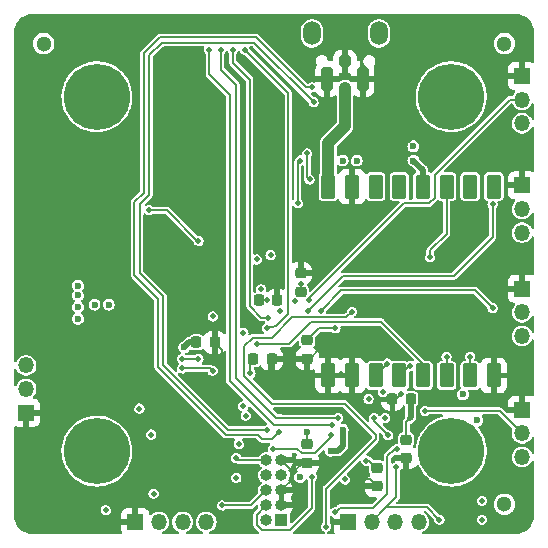
<source format=gbr>
%TF.GenerationSoftware,KiCad,Pcbnew,(6.0.1)*%
%TF.CreationDate,2022-03-28T13:47:26+03:00*%
%TF.ProjectId,fcb,6663622e-6b69-4636-9164-5f7063625858,0*%
%TF.SameCoordinates,Original*%
%TF.FileFunction,Copper,L4,Bot*%
%TF.FilePolarity,Positive*%
%FSLAX46Y46*%
G04 Gerber Fmt 4.6, Leading zero omitted, Abs format (unit mm)*
G04 Created by KiCad (PCBNEW (6.0.1)) date 2022-03-28 13:47:26*
%MOMM*%
%LPD*%
G01*
G04 APERTURE LIST*
G04 Aperture macros list*
%AMRoundRect*
0 Rectangle with rounded corners*
0 $1 Rounding radius*
0 $2 $3 $4 $5 $6 $7 $8 $9 X,Y pos of 4 corners*
0 Add a 4 corners polygon primitive as box body*
4,1,4,$2,$3,$4,$5,$6,$7,$8,$9,$2,$3,0*
0 Add four circle primitives for the rounded corners*
1,1,$1+$1,$2,$3*
1,1,$1+$1,$4,$5*
1,1,$1+$1,$6,$7*
1,1,$1+$1,$8,$9*
0 Add four rect primitives between the rounded corners*
20,1,$1+$1,$2,$3,$4,$5,0*
20,1,$1+$1,$4,$5,$6,$7,0*
20,1,$1+$1,$6,$7,$8,$9,0*
20,1,$1+$1,$8,$9,$2,$3,0*%
G04 Aperture macros list end*
%TA.AperFunction,WasherPad*%
%ADD10C,1.300000*%
%TD*%
%TA.AperFunction,ComponentPad*%
%ADD11R,1.350000X1.350000*%
%TD*%
%TA.AperFunction,ComponentPad*%
%ADD12O,1.350000X1.350000*%
%TD*%
%TA.AperFunction,ComponentPad*%
%ADD13C,0.600000*%
%TD*%
%TA.AperFunction,SMDPad,CuDef*%
%ADD14R,2.950000X4.500000*%
%TD*%
%TA.AperFunction,ComponentPad*%
%ADD15C,5.600000*%
%TD*%
%TA.AperFunction,ComponentPad*%
%ADD16O,1.500000X2.000000*%
%TD*%
%TA.AperFunction,ComponentPad*%
%ADD17R,1.000000X1.000000*%
%TD*%
%TA.AperFunction,ComponentPad*%
%ADD18O,1.000000X1.000000*%
%TD*%
%TA.AperFunction,SMDPad,CuDef*%
%ADD19RoundRect,0.225000X0.250000X-0.225000X0.250000X0.225000X-0.250000X0.225000X-0.250000X-0.225000X0*%
%TD*%
%TA.AperFunction,SMDPad,CuDef*%
%ADD20RoundRect,0.225000X-0.225000X-0.250000X0.225000X-0.250000X0.225000X0.250000X-0.225000X0.250000X0*%
%TD*%
%TA.AperFunction,SMDPad,CuDef*%
%ADD21RoundRect,0.225000X0.225000X0.250000X-0.225000X0.250000X-0.225000X-0.250000X0.225000X-0.250000X0*%
%TD*%
%TA.AperFunction,SMDPad,CuDef*%
%ADD22RoundRect,0.164042X-0.460958X0.835958X-0.460958X-0.835958X0.460958X-0.835958X0.460958X0.835958X0*%
%TD*%
%TA.AperFunction,SMDPad,CuDef*%
%ADD23RoundRect,0.225000X-0.250000X0.225000X-0.250000X-0.225000X0.250000X-0.225000X0.250000X0.225000X0*%
%TD*%
%TA.AperFunction,SMDPad,CuDef*%
%ADD24RoundRect,0.250000X0.250000X0.275000X-0.250000X0.275000X-0.250000X-0.275000X0.250000X-0.275000X0*%
%TD*%
%TA.AperFunction,SMDPad,CuDef*%
%ADD25RoundRect,0.250000X0.250000X0.750000X-0.250000X0.750000X-0.250000X-0.750000X0.250000X-0.750000X0*%
%TD*%
%TA.AperFunction,SMDPad,CuDef*%
%ADD26RoundRect,0.250000X0.250000X0.250000X-0.250000X0.250000X-0.250000X-0.250000X0.250000X-0.250000X0*%
%TD*%
%TA.AperFunction,ViaPad*%
%ADD27C,0.460000*%
%TD*%
%TA.AperFunction,ViaPad*%
%ADD28C,0.600000*%
%TD*%
%TA.AperFunction,Conductor*%
%ADD29C,0.500000*%
%TD*%
%TA.AperFunction,Conductor*%
%ADD30C,0.200000*%
%TD*%
%TA.AperFunction,Conductor*%
%ADD31C,1.000000*%
%TD*%
G04 APERTURE END LIST*
D10*
%TO.P,T3,*%
%TO.N,*%
X167500000Y-121500000D03*
%TD*%
D11*
%TO.P,J9,1,Pin_1*%
%TO.N,GND*%
X169000000Y-103250000D03*
D12*
%TO.P,J9,2,Pin_2*%
%TO.N,/IO/AI_5V_1*%
X169000000Y-105250000D03*
%TO.P,J9,3,Pin_3*%
%TO.N,+5V*%
X169000000Y-107250000D03*
%TD*%
D11*
%TO.P,J4,1,Pin_1*%
%TO.N,GND*%
X154250000Y-123000000D03*
D12*
%TO.P,J4,2,Pin_2*%
%TO.N,I2C1_SDA*%
X156250000Y-123000000D03*
%TO.P,J4,3,Pin_3*%
%TO.N,I2C1_SCL*%
X158250000Y-123000000D03*
%TO.P,J4,4,Pin_4*%
%TO.N,+3V3*%
X160250000Y-123000000D03*
%TD*%
D10*
%TO.P,T2,*%
%TO.N,*%
X167500000Y-82500000D03*
%TD*%
D11*
%TO.P,J11,1,Pin_1*%
%TO.N,GND*%
X169000000Y-85250000D03*
D12*
%TO.P,J11,2,Pin_2*%
%TO.N,AI_3V*%
X169000000Y-87250000D03*
%TO.P,J11,3,Pin_3*%
%TO.N,+3V3*%
X169000000Y-89250000D03*
%TD*%
D13*
%TO.P,U2,9,GNDPAD*%
%TO.N,GND*%
X140650000Y-95450000D03*
X141850000Y-92950000D03*
X141850000Y-94150000D03*
X141850000Y-96550000D03*
X140650000Y-94150000D03*
X140650000Y-96550000D03*
X141850000Y-95450000D03*
D14*
X141250000Y-94750000D03*
D13*
X140650000Y-92950000D03*
%TD*%
D11*
%TO.P,J7,1,Pin_1*%
%TO.N,GND*%
X127000000Y-113750000D03*
D12*
%TO.P,J7,2,Pin_2*%
%TO.N,GPIO_PB13*%
X127000000Y-111750000D03*
%TO.P,J7,3,Pin_3*%
%TO.N,+3V3*%
X127000000Y-109750000D03*
%TD*%
D10*
%TO.P,T1,*%
%TO.N,*%
X128500000Y-82500000D03*
%TD*%
D11*
%TO.P,J6,1,Pin_1*%
%TO.N,GND*%
X169000000Y-113500000D03*
D12*
%TO.P,J6,2,Pin_2*%
%TO.N,GPIO_PB9*%
X169000000Y-115500000D03*
%TO.P,J6,3,Pin_3*%
%TO.N,+3V3*%
X169000000Y-117500000D03*
%TD*%
D15*
%TO.P,H2,*%
%TO.N,*%
X163000000Y-87000000D03*
%TD*%
D11*
%TO.P,J10,1,Pin_1*%
%TO.N,GND*%
X169000000Y-94500000D03*
D12*
%TO.P,J10,2,Pin_2*%
%TO.N,/IO/AI_5V_2*%
X169000000Y-96500000D03*
%TO.P,J10,3,Pin_3*%
%TO.N,+5V*%
X169000000Y-98500000D03*
%TD*%
D15*
%TO.P,H3,*%
%TO.N,*%
X133000000Y-117000000D03*
%TD*%
%TO.P,H4,*%
%TO.N,*%
X163000000Y-117000000D03*
%TD*%
D16*
%TO.P,J5,6,Shield*%
%TO.N,unconnected-(J5-Pad6)*%
X156880000Y-81638500D03*
X151220000Y-81638500D03*
%TD*%
D11*
%TO.P,J8,1,Pin_1*%
%TO.N,GND*%
X136250000Y-123000000D03*
D12*
%TO.P,J8,2,Pin_2*%
%TO.N,USART1_TX*%
X138250000Y-123000000D03*
%TO.P,J8,3,Pin_3*%
%TO.N,USART1_RX*%
X140250000Y-123000000D03*
%TO.P,J8,4,Pin_4*%
%TO.N,+3V3*%
X142250000Y-123000000D03*
%TD*%
D17*
%TO.P,J2,1,Pin_1*%
%TO.N,+3V3*%
X148625000Y-122850000D03*
D18*
%TO.P,J2,2,Pin_2*%
%TO.N,Net-(J2-Pad2)*%
X147355000Y-122850000D03*
%TO.P,J2,3,Pin_3*%
%TO.N,GND*%
X148625000Y-121580000D03*
%TO.P,J2,4,Pin_4*%
%TO.N,Net-(J2-Pad4)*%
X147355000Y-121580000D03*
%TO.P,J2,5,Pin_5*%
%TO.N,GND*%
X148625000Y-120310000D03*
%TO.P,J2,6,Pin_6*%
%TO.N,Net-(J2-Pad6)*%
X147355000Y-120310000D03*
%TO.P,J2,7,Pin_7*%
%TO.N,unconnected-(J2-Pad7)*%
X148625000Y-119040000D03*
%TO.P,J2,8,Pin_8*%
%TO.N,unconnected-(J2-Pad8)*%
X147355000Y-119040000D03*
%TO.P,J2,9,Pin_9*%
%TO.N,GND*%
X148625000Y-117770000D03*
%TO.P,J2,10,Pin_10*%
%TO.N,Net-(J2-Pad10)*%
X147355000Y-117770000D03*
%TD*%
D15*
%TO.P,H1,*%
%TO.N,*%
X133000000Y-87000000D03*
%TD*%
D19*
%TO.P,C15,1*%
%TO.N,+3V3*%
X150250000Y-103500000D03*
%TO.P,C15,2*%
%TO.N,GND*%
X150250000Y-101950000D03*
%TD*%
D20*
%TO.P,C5,1*%
%TO.N,GND*%
X158025000Y-112600000D03*
%TO.P,C5,2*%
%TO.N,+3V3*%
X159575000Y-112600000D03*
%TD*%
D21*
%TO.P,C7,1*%
%TO.N,GND*%
X147800000Y-109200000D03*
%TO.P,C7,2*%
%TO.N,+3V3*%
X146250000Y-109200000D03*
%TD*%
D22*
%TO.P,U6,1,ANT*%
%TO.N,/SPI peripherials/ANT*%
X152600000Y-94600000D03*
%TO.P,U6,2,GND*%
%TO.N,GND*%
X154600000Y-94600000D03*
%TO.P,U6,3,NC*%
%TO.N,unconnected-(U6-Pad3)*%
X156600000Y-94600000D03*
%TO.P,U6,4,NC*%
%TO.N,unconnected-(U6-Pad4)*%
X158600000Y-94600000D03*
%TO.P,U6,5,VCC*%
%TO.N,+3V3*%
X160600000Y-94600000D03*
%TO.P,U6,6,GPIO_0*%
%TO.N,RAD_GPIO_0*%
X162600000Y-94600000D03*
%TO.P,U6,7,NC*%
%TO.N,unconnected-(U6-Pad7)*%
X164600000Y-94600000D03*
%TO.P,U6,8,NC*%
%TO.N,unconnected-(U6-Pad8)*%
X166600000Y-94600000D03*
%TO.P,U6,9,GND*%
%TO.N,GND*%
X166600000Y-110600000D03*
%TO.P,U6,10,SDO*%
%TO.N,SPI2_MISO*%
X164600000Y-110600000D03*
%TO.P,U6,11,SDI*%
%TO.N,SPI2_MOSI*%
X162600000Y-110600000D03*
%TO.P,U6,12,SCK*%
%TO.N,SPI2_SCK*%
X160600000Y-110600000D03*
%TO.P,U6,13,nSEL*%
%TO.N,RAD_CS_N*%
X158600000Y-110600000D03*
%TO.P,U6,14,nIRQ*%
%TO.N,RAD_IRQ_N*%
X156600000Y-110600000D03*
%TO.P,U6,15,SDN*%
%TO.N,GND*%
X154600000Y-110600000D03*
%TO.P,U6,16,GND*%
X152600000Y-110600000D03*
%TD*%
D20*
%TO.P,C16,1*%
%TO.N,+3V3*%
X146700000Y-104250000D03*
%TO.P,C16,2*%
%TO.N,GND*%
X148250000Y-104250000D03*
%TD*%
D23*
%TO.P,C18,1*%
%TO.N,+3V3*%
X159200000Y-116025000D03*
%TO.P,C18,2*%
%TO.N,GND*%
X159200000Y-117575000D03*
%TD*%
D19*
%TO.P,C6,1*%
%TO.N,GND*%
X150800000Y-117975000D03*
%TO.P,C6,2*%
%TO.N,+3V3*%
X150800000Y-116425000D03*
%TD*%
D20*
%TO.P,C14,1*%
%TO.N,+3V3*%
X141425000Y-107800000D03*
%TO.P,C14,2*%
%TO.N,GND*%
X142975000Y-107800000D03*
%TD*%
D19*
%TO.P,C8,1*%
%TO.N,GND*%
X150800000Y-109175000D03*
%TO.P,C8,2*%
%TO.N,+3V3*%
X150800000Y-107625000D03*
%TD*%
D24*
%TO.P,J3,1,In*%
%TO.N,/SPI peripherials/ANT*%
X154000000Y-87000000D03*
D25*
%TO.P,J3,2,Ext*%
%TO.N,GND*%
X155500000Y-85500000D03*
D26*
X154000000Y-84000000D03*
D25*
X152500000Y-85500000D03*
%TD*%
D23*
%TO.P,C21,1*%
%TO.N,+3V3*%
X156700000Y-118425000D03*
%TO.P,C21,2*%
%TO.N,GND*%
X156700000Y-119975000D03*
%TD*%
D27*
%TO.N,+3V3*%
X157400000Y-114200000D03*
X150250000Y-102829500D03*
D28*
X134000000Y-104600000D03*
D27*
X147370500Y-104250000D03*
X154000000Y-119400000D03*
D28*
X153800000Y-92400000D03*
D27*
X165600000Y-121200000D03*
X165600000Y-122800000D03*
X159500000Y-114225000D03*
D28*
X131400000Y-103000000D03*
X131400000Y-104800000D03*
X140400000Y-108200000D03*
D27*
X137600000Y-115600000D03*
X153200000Y-106600000D03*
X133745003Y-122004500D03*
D28*
X164000000Y-112200000D03*
X165200000Y-114400000D03*
D27*
X155800000Y-117800000D03*
D28*
X159800000Y-92400000D03*
X131400000Y-103800000D03*
X132800000Y-104600000D03*
X150200000Y-119200000D03*
X150800000Y-115400000D03*
X131400000Y-105800000D03*
D27*
X136600000Y-113400000D03*
X137800000Y-120600000D03*
D28*
X153800000Y-115200000D03*
X159800000Y-91200000D03*
D27*
X157203020Y-112012249D03*
D28*
X155000000Y-92400000D03*
D27*
X146000000Y-110400000D03*
D28*
X152779031Y-116973147D03*
D27*
%TO.N,Net-(J2-Pad4)*%
X151200000Y-119179500D03*
%TO.N,Net-(J2-Pad6)*%
X143600000Y-121600000D03*
%TO.N,CPU_NRST*%
X152400000Y-123400000D03*
X154600000Y-105200000D03*
X144800000Y-119254500D03*
%TO.N,RAD_GPIO_0*%
X161200000Y-100600000D03*
%TO.N,RAD_CS_N*%
X159545500Y-109800000D03*
%TO.N,RAD_IRQ_N*%
X157571727Y-109589553D03*
%TO.N,AI_VBAT*%
X151000000Y-94000000D03*
X150800000Y-91800000D03*
%TO.N,AI_CRNT*%
X150000000Y-96000000D03*
X150200000Y-92400000D03*
%TO.N,Net-(J2-Pad10)*%
X144800000Y-117600000D03*
%TO.N,AI_3V*%
X150921587Y-104225635D03*
%TO.N,SPI1_SCK*%
X149729500Y-104320987D03*
X147700000Y-100400000D03*
%TO.N,SPI1_MISO*%
X146522373Y-100777627D03*
X148502247Y-105153933D03*
%TO.N,TIM3_CH3*%
X144500000Y-83000000D03*
X147500000Y-105700000D03*
%TO.N,TIM3_CH4*%
X147400000Y-106600000D03*
X145500000Y-83000000D03*
%TO.N,SPI2_SCK*%
X146529500Y-107925586D03*
X142800000Y-105600000D03*
%TO.N,IMU_INT1*%
X145400000Y-107000000D03*
X146900000Y-103300000D03*
%TO.N,GPIO_PB13*%
X141600000Y-109200000D03*
X140200000Y-109200000D03*
%TO.N,SPI2_MISO*%
X145400000Y-113200000D03*
X164600000Y-109000000D03*
%TO.N,SPI2_MOSI*%
X162600000Y-109000000D03*
X145593083Y-113993083D03*
%TO.N,SWO*%
X152800000Y-115600000D03*
X147923198Y-116823235D03*
%TO.N,TIM3_CH1*%
X152929500Y-114800000D03*
X142500000Y-83000000D03*
%TO.N,TIM3_CH2*%
X153411492Y-114211492D03*
X143500000Y-83000000D03*
%TO.N,I2C1_SDA*%
X157675000Y-115670500D03*
X156447463Y-114200000D03*
X162000000Y-122800000D03*
X158334904Y-118376329D03*
%TO.N,GPIO_PB8*%
X145000000Y-116400000D03*
X156000000Y-112600000D03*
%TO.N,GPIO_PB9*%
X160800000Y-113600000D03*
%TO.N,Net-(R16-Pad2)*%
X140200000Y-110000000D03*
X142800000Y-110200000D03*
%TO.N,BUZZER*%
X158400000Y-116800000D03*
X153167539Y-122189180D03*
%TO.N,AI_5V_3V_1*%
X152000000Y-105100000D03*
X166500000Y-104900000D03*
%TO.N,AI_5V_3V_2*%
X150900000Y-105100000D03*
X166500000Y-96100000D03*
%TO.N,GND*%
X155000000Y-119400000D03*
X159000000Y-104000000D03*
D28*
X134200000Y-107600000D03*
X134200000Y-106800000D03*
D27*
X155600000Y-116000000D03*
X151794669Y-108394669D03*
X158895500Y-107000000D03*
X158718561Y-112177789D03*
D28*
X141500489Y-83200000D03*
D27*
X160200000Y-120400000D03*
D28*
X148000000Y-102000000D03*
X142800000Y-86300480D03*
X141800000Y-90800000D03*
D27*
X141400000Y-118200000D03*
X158200000Y-117600000D03*
D28*
X134200000Y-106000000D03*
D27*
X152100000Y-82900000D03*
X131500000Y-82750000D03*
X152800000Y-82900000D03*
X142595500Y-101800000D03*
X150750000Y-113681981D03*
X130000000Y-100000000D03*
X130000000Y-99200000D03*
X158400000Y-114200000D03*
X130000000Y-100800000D03*
X145400000Y-102600000D03*
X147534009Y-110465991D03*
X153800000Y-98400000D03*
D28*
X140400000Y-86300480D03*
D27*
X143600000Y-110400000D03*
X159079500Y-101000000D03*
D28*
X140600000Y-83200000D03*
X141600000Y-86300480D03*
D27*
X129200000Y-122000000D03*
X153700000Y-110500000D03*
%TO.N,/VSENSE*%
X137400000Y-96600000D03*
X141600000Y-99195500D03*
%TO.N,USB_D-*%
X151340900Y-87459100D03*
X147400000Y-115245000D03*
%TO.N,USB_D+*%
X151200000Y-86200000D03*
X148400000Y-115400000D03*
%TD*%
D29*
%TO.N,+3V3*%
X140800000Y-107800000D02*
X140400000Y-108200000D01*
D30*
X156075000Y-117800000D02*
X156700000Y-118425000D01*
X150800000Y-115400000D02*
X150800000Y-116400000D01*
X159200000Y-116025000D02*
X159200000Y-114525000D01*
X150250000Y-102829500D02*
X150250000Y-103500000D01*
X151825000Y-106600000D02*
X150800000Y-107625000D01*
D29*
X153426853Y-116973147D02*
X152779031Y-116973147D01*
X159575000Y-114150000D02*
X159500000Y-114225000D01*
X141425000Y-107800000D02*
X140800000Y-107800000D01*
D30*
X146000000Y-109450000D02*
X146250000Y-109200000D01*
X147370500Y-104250000D02*
X146700000Y-104250000D01*
X153200000Y-106600000D02*
X151825000Y-106600000D01*
D29*
X153800000Y-116600000D02*
X153800000Y-115200000D01*
X160600000Y-94600000D02*
X160600000Y-93200000D01*
X159575000Y-112600000D02*
X159575000Y-114150000D01*
X153800000Y-116600000D02*
X153426853Y-116973147D01*
X160600000Y-93200000D02*
X159800000Y-92400000D01*
D30*
X159200000Y-114525000D02*
X159500000Y-114225000D01*
X155800000Y-117800000D02*
X156075000Y-117800000D01*
X146000000Y-110400000D02*
X146000000Y-109450000D01*
%TO.N,Net-(J2-Pad4)*%
X149350489Y-123649511D02*
X151200000Y-121800000D01*
X146555489Y-123255969D02*
X146949031Y-123649511D01*
X146555489Y-122379511D02*
X146555489Y-123255969D01*
X151200000Y-121800000D02*
X151200000Y-119179500D01*
X147355000Y-121580000D02*
X146555489Y-122379511D01*
X146949031Y-123649511D02*
X149350489Y-123649511D01*
%TO.N,Net-(J2-Pad6)*%
X146065000Y-121600000D02*
X147355000Y-120310000D01*
X143600000Y-121600000D02*
X146065000Y-121600000D01*
%TO.N,CPU_NRST*%
X154129031Y-105670969D02*
X149529031Y-105670969D01*
X147851157Y-113000000D02*
X153990006Y-113000000D01*
X149529031Y-105670969D02*
X147803925Y-107396075D01*
X145470489Y-110619332D02*
X147851157Y-113000000D01*
X154600000Y-105200000D02*
X154129031Y-105670969D01*
X152400000Y-120200000D02*
X152400000Y-123400000D01*
X156600000Y-115609994D02*
X156600000Y-116000000D01*
X145470489Y-108129511D02*
X145470489Y-110619332D01*
X153990006Y-113000000D02*
X156600000Y-115609994D01*
X147803925Y-107396075D02*
X146203925Y-107396075D01*
X156600000Y-116000000D02*
X152400000Y-120200000D01*
X146203925Y-107396075D02*
X145470489Y-108129511D01*
%TO.N,RAD_GPIO_0*%
X161200000Y-100000000D02*
X162600000Y-98600000D01*
X161200000Y-100600000D02*
X161200000Y-100000000D01*
X162600000Y-98600000D02*
X162600000Y-94600000D01*
%TO.N,RAD_CS_N*%
X159545500Y-109800000D02*
X159400000Y-109800000D01*
X159400000Y-109800000D02*
X158600000Y-110600000D01*
%TO.N,RAD_IRQ_N*%
X157571727Y-109628273D02*
X156600000Y-110600000D01*
X157571727Y-109589553D02*
X157571727Y-109628273D01*
%TO.N,AI_VBAT*%
X150800000Y-91800000D02*
X150800000Y-93800000D01*
X150800000Y-93800000D02*
X151000000Y-94000000D01*
%TO.N,AI_CRNT*%
X150000000Y-96000000D02*
X150000000Y-92600000D01*
X150000000Y-92600000D02*
X150200000Y-92400000D01*
%TO.N,Net-(J2-Pad10)*%
X144970000Y-117770000D02*
X144800000Y-117600000D01*
X147355000Y-117770000D02*
X144970000Y-117770000D01*
%TO.N,AI_3V*%
X150921587Y-104225635D02*
X150921587Y-104078413D01*
X150921587Y-104078413D02*
X159000000Y-96000000D01*
X161600000Y-93600000D02*
X167950000Y-87250000D01*
X161152491Y-96000000D02*
X161600000Y-95552491D01*
X167950000Y-87250000D02*
X169000000Y-87250000D01*
X159000000Y-96000000D02*
X161152491Y-96000000D01*
X161600000Y-95552491D02*
X161600000Y-93600000D01*
%TO.N,TIM3_CH3*%
X145950480Y-104717263D02*
X145950480Y-85550480D01*
X146933217Y-105700000D02*
X145950480Y-104717263D01*
X144500000Y-84100000D02*
X144500000Y-83000000D01*
X147500000Y-105700000D02*
X146933217Y-105700000D01*
X145950480Y-85550480D02*
X144500000Y-84100000D01*
%TO.N,TIM3_CH4*%
X147400000Y-106600000D02*
X148200000Y-106400000D01*
X149200000Y-105400000D02*
X149200000Y-86700000D01*
X148200000Y-106400000D02*
X149200000Y-105400000D01*
X149200000Y-86700000D02*
X145500000Y-83000000D01*
%TO.N,SPI2_SCK*%
X151137728Y-106070489D02*
X157070489Y-106070489D01*
X146529500Y-107925586D02*
X149282631Y-107925586D01*
X157070489Y-106070489D02*
X160600000Y-109600000D01*
X149282631Y-107925586D02*
X151137728Y-106070489D01*
X160600000Y-109600000D02*
X160600000Y-110600000D01*
%TO.N,GPIO_PB13*%
X140200000Y-109200000D02*
X141600000Y-109200000D01*
%TO.N,SPI2_MISO*%
X164600000Y-109000000D02*
X164600000Y-110600000D01*
%TO.N,SPI2_MOSI*%
X162600000Y-110600000D02*
X162600000Y-109000000D01*
%TO.N,SWO*%
X151425480Y-117174520D02*
X152800000Y-115800000D01*
X149981452Y-116823235D02*
X150332737Y-117174520D01*
X152800000Y-115800000D02*
X152800000Y-115600000D01*
X147923198Y-116823235D02*
X149981452Y-116823235D01*
X150332737Y-117174520D02*
X151425480Y-117174520D01*
%TO.N,TIM3_CH1*%
X152800000Y-114800000D02*
X152929500Y-114800000D01*
X142500000Y-85100000D02*
X144225480Y-86825480D01*
X147958217Y-114800000D02*
X152800000Y-114800000D01*
X142500000Y-83000000D02*
X142500000Y-85100000D01*
X144225480Y-86825480D02*
X144225480Y-111067263D01*
X144225480Y-111067263D02*
X147958217Y-114800000D01*
%TO.N,TIM3_CH2*%
X148200000Y-114200000D02*
X144800000Y-110800000D01*
X144800000Y-110800000D02*
X144800000Y-86000000D01*
X148600000Y-114200000D02*
X148200000Y-114200000D01*
X153411492Y-114211492D02*
X148611492Y-114211492D01*
X148611492Y-114211492D02*
X148600000Y-114200000D01*
X143500000Y-84700000D02*
X143500000Y-83000000D01*
X144800000Y-86000000D02*
X143500000Y-84700000D01*
%TO.N,I2C1_SDA*%
X160975480Y-121775480D02*
X157474520Y-121775480D01*
X156447463Y-114442963D02*
X157675000Y-115670500D01*
X158334904Y-120915096D02*
X157425000Y-121825000D01*
X157425000Y-121825000D02*
X156250000Y-123000000D01*
X158334904Y-118376329D02*
X158334904Y-120915096D01*
X162000000Y-122800000D02*
X160975480Y-121775480D01*
X157474520Y-121775480D02*
X157425000Y-121825000D01*
X156447463Y-114200000D02*
X156447463Y-114442963D01*
%TO.N,GPIO_PB9*%
X160800000Y-113600000D02*
X167100000Y-113600000D01*
X167100000Y-113600000D02*
X169000000Y-115500000D01*
%TO.N,Net-(R16-Pad2)*%
X142800000Y-110200000D02*
X142600000Y-110000000D01*
X142600000Y-110000000D02*
X140200000Y-110000000D01*
%TO.N,BUZZER*%
X153167539Y-122189180D02*
X153210820Y-122189180D01*
X158400000Y-116800000D02*
X158251157Y-116800000D01*
X156400000Y-121800000D02*
X157600000Y-120600000D01*
X153600000Y-121800000D02*
X156400000Y-121800000D01*
X157600000Y-117451157D02*
X158251157Y-116800000D01*
X157600000Y-120600000D02*
X157600000Y-117451157D01*
X153210820Y-122189180D02*
X153600000Y-121800000D01*
%TO.N,AI_5V_3V_1*%
X165000000Y-103400000D02*
X166500000Y-104900000D01*
X153700000Y-103400000D02*
X165000000Y-103400000D01*
X152000000Y-105100000D02*
X153700000Y-103400000D01*
%TO.N,AI_5V_3V_2*%
X150900000Y-105100000D02*
X153800000Y-102200000D01*
X163200000Y-102200000D02*
X166500000Y-98900000D01*
X153800000Y-102200000D02*
X163200000Y-102200000D01*
X166500000Y-98900000D02*
X166500000Y-96100000D01*
%TO.N,GND*%
X147534009Y-109465991D02*
X147800000Y-109200000D01*
X155000000Y-119400000D02*
X156125000Y-119400000D01*
X148625000Y-117770000D02*
X149600000Y-118745000D01*
X158296350Y-112600000D02*
X158718561Y-112177789D01*
X143600000Y-108425000D02*
X142975000Y-107800000D01*
X148250000Y-102250000D02*
X148000000Y-102000000D01*
X150595000Y-117770000D02*
X150800000Y-117975000D01*
X158025000Y-112600000D02*
X158296350Y-112600000D01*
X156125000Y-119400000D02*
X156700000Y-119975000D01*
X148625000Y-117770000D02*
X150595000Y-117770000D01*
X148250000Y-104250000D02*
X148250000Y-102250000D01*
X150800000Y-117975000D02*
X150425000Y-117975000D01*
X158225000Y-117575000D02*
X158200000Y-117600000D01*
X150800000Y-109175000D02*
X151014338Y-109175000D01*
X149600000Y-118745000D02*
X149600000Y-119335000D01*
X151014338Y-109175000D02*
X151794669Y-108394669D01*
X159200000Y-117575000D02*
X158225000Y-117575000D01*
X149600000Y-119335000D02*
X148625000Y-120310000D01*
X143600000Y-110400000D02*
X143600000Y-108425000D01*
X147534009Y-110465991D02*
X147534009Y-109465991D01*
X150425000Y-117975000D02*
X149600000Y-118800000D01*
D31*
%TO.N,/SPI peripherials/ANT*%
X152600000Y-90900000D02*
X152600000Y-94600000D01*
X154000000Y-89500000D02*
X152600000Y-90900000D01*
X154000000Y-86250000D02*
X154000000Y-89500000D01*
D30*
%TO.N,/VSENSE*%
X138915978Y-96600000D02*
X137400000Y-96600000D01*
X141511478Y-99195500D02*
X138915978Y-96600000D01*
X141600000Y-99195500D02*
X141511478Y-99195500D01*
%TO.N,USB_D-*%
X136625000Y-96093200D02*
X136625000Y-101906800D01*
X147330000Y-115175000D02*
X147400000Y-115245000D01*
X137425000Y-83493200D02*
X137425000Y-95293200D01*
X137425000Y-95293200D02*
X136625000Y-96093200D01*
X138625000Y-109706800D02*
X144093200Y-115175000D01*
X138625000Y-103906800D02*
X138625000Y-109706800D01*
X136625000Y-101906800D02*
X138625000Y-103906800D01*
X151340900Y-87459100D02*
X146306800Y-82425000D01*
X138493200Y-82425000D02*
X137425000Y-83493200D01*
X146306800Y-82425000D02*
X138493200Y-82425000D01*
X144093200Y-115175000D02*
X147330000Y-115175000D01*
%TO.N,USB_D+*%
X146493197Y-81975000D02*
X138306800Y-81975000D01*
X147000000Y-116000000D02*
X147800000Y-116000000D01*
X136175000Y-102093200D02*
X138175000Y-104093200D01*
X136975000Y-83306800D02*
X136975000Y-95106800D01*
X147800000Y-116000000D02*
X148400000Y-115400000D01*
X136175000Y-95906800D02*
X136175000Y-102093200D01*
X151200000Y-86200000D02*
X150718197Y-86200000D01*
X138175000Y-104093200D02*
X138175000Y-109893200D01*
X150718197Y-86200000D02*
X146493197Y-81975000D01*
X138175000Y-109893200D02*
X143906800Y-115625000D01*
X143906800Y-115625000D02*
X146625000Y-115625000D01*
X136975000Y-95106800D02*
X136175000Y-95906800D01*
X138306800Y-81975000D02*
X136975000Y-83306800D01*
X146625000Y-115625000D02*
X147000000Y-116000000D01*
%TD*%
%TA.AperFunction,Conductor*%
%TO.N,GND*%
G36*
X153882718Y-113319407D02*
G01*
X153894531Y-113329496D01*
X156270504Y-115705469D01*
X156298281Y-115759986D01*
X156299500Y-115775473D01*
X156299500Y-115834521D01*
X156280593Y-115892712D01*
X156270504Y-115904525D01*
X152225349Y-119949680D01*
X152222220Y-119952380D01*
X152217731Y-119954575D01*
X152211513Y-119961278D01*
X152184107Y-119990822D01*
X152181531Y-119993498D01*
X152167752Y-120007277D01*
X152165207Y-120010987D01*
X152161771Y-120014900D01*
X152141599Y-120036646D01*
X152138212Y-120045134D01*
X152138212Y-120045135D01*
X152137334Y-120047336D01*
X152127020Y-120066652D01*
X152125679Y-120068607D01*
X152125678Y-120068610D01*
X152120508Y-120076146D01*
X152118398Y-120085038D01*
X152114359Y-120102058D01*
X152109986Y-120115884D01*
X152104773Y-120128952D01*
X152100117Y-120140622D01*
X152099500Y-120146915D01*
X152099500Y-120153084D01*
X152096825Y-120175943D01*
X152094660Y-120185066D01*
X152096835Y-120201045D01*
X152098596Y-120213987D01*
X152099500Y-120227337D01*
X152099500Y-123052405D01*
X152080593Y-123110596D01*
X152074704Y-123117939D01*
X152041155Y-123155927D01*
X152036485Y-123161215D01*
X151984077Y-123272840D01*
X151965105Y-123394686D01*
X151966020Y-123401683D01*
X151966020Y-123401684D01*
X151977280Y-123487784D01*
X151981095Y-123516960D01*
X152030759Y-123629832D01*
X152035296Y-123635230D01*
X152035297Y-123635231D01*
X152048013Y-123650358D01*
X152110107Y-123724228D01*
X152115978Y-123728136D01*
X152115979Y-123728137D01*
X152143883Y-123746711D01*
X152212759Y-123792559D01*
X152219486Y-123794661D01*
X152219489Y-123794662D01*
X152257395Y-123806504D01*
X152307300Y-123841904D01*
X152326867Y-123899876D01*
X152308621Y-123958278D01*
X152259532Y-123994801D01*
X152227873Y-124000000D01*
X149663979Y-124000000D01*
X149605788Y-123981093D01*
X149569824Y-123931593D01*
X149569824Y-123870407D01*
X149593975Y-123830996D01*
X151374651Y-122050320D01*
X151377780Y-122047620D01*
X151382269Y-122045425D01*
X151415893Y-122009178D01*
X151418469Y-122006502D01*
X151432248Y-121992723D01*
X151434793Y-121989013D01*
X151438229Y-121985100D01*
X151452187Y-121970053D01*
X151458401Y-121963354D01*
X151461788Y-121954866D01*
X151462667Y-121952663D01*
X151472978Y-121933352D01*
X151474322Y-121931393D01*
X151474323Y-121931390D01*
X151479493Y-121923854D01*
X151484538Y-121902597D01*
X151485644Y-121897934D01*
X151490014Y-121884115D01*
X151499883Y-121859378D01*
X151500500Y-121853085D01*
X151500500Y-121846915D01*
X151503175Y-121824056D01*
X151503230Y-121823826D01*
X151505340Y-121814934D01*
X151501404Y-121786012D01*
X151500500Y-121772663D01*
X151500500Y-119527224D01*
X151519407Y-119469033D01*
X151526103Y-119460787D01*
X151526140Y-119460747D01*
X151560571Y-119422708D01*
X151614338Y-119311732D01*
X151623323Y-119258325D01*
X151634163Y-119193897D01*
X151634163Y-119193891D01*
X151634797Y-119190126D01*
X151634927Y-119179500D01*
X151617445Y-119057430D01*
X151566405Y-118945174D01*
X151517095Y-118887947D01*
X151493434Y-118831522D01*
X151507458Y-118771966D01*
X151522030Y-118753381D01*
X151618774Y-118656469D01*
X151625854Y-118647504D01*
X151708530Y-118513379D01*
X151713358Y-118503025D01*
X151763068Y-118353153D01*
X151765321Y-118342642D01*
X151774741Y-118250701D01*
X151775000Y-118245643D01*
X151775000Y-118240680D01*
X151770878Y-118227995D01*
X151766757Y-118225000D01*
X149840680Y-118225000D01*
X149827995Y-118229122D01*
X149825000Y-118233243D01*
X149825000Y-118245606D01*
X149825266Y-118250736D01*
X149834930Y-118343880D01*
X149837203Y-118354408D01*
X149887174Y-118504186D01*
X149892017Y-118514524D01*
X149968528Y-118638165D01*
X149983071Y-118697597D01*
X149959903Y-118754226D01*
X149937171Y-118773987D01*
X149920219Y-118784683D01*
X149872280Y-118814930D01*
X149867613Y-118820214D01*
X149867611Y-118820216D01*
X149782044Y-118917103D01*
X149782042Y-118917105D01*
X149777377Y-118922388D01*
X149774381Y-118928770D01*
X149774380Y-118928771D01*
X149769189Y-118939828D01*
X149716447Y-119052163D01*
X149715362Y-119059132D01*
X149715361Y-119059135D01*
X149704742Y-119127340D01*
X149694391Y-119193823D01*
X149695306Y-119200820D01*
X149695306Y-119200821D01*
X149701830Y-119250710D01*
X149712980Y-119335979D01*
X149715821Y-119342435D01*
X149715821Y-119342436D01*
X149757264Y-119436621D01*
X149770720Y-119467203D01*
X149812545Y-119516960D01*
X149858431Y-119571549D01*
X149858434Y-119571551D01*
X149862970Y-119576948D01*
X149868841Y-119580856D01*
X149868842Y-119580857D01*
X149881143Y-119589045D01*
X149982313Y-119656390D01*
X150071448Y-119684237D01*
X150112425Y-119697039D01*
X150112426Y-119697039D01*
X150119157Y-119699142D01*
X150190828Y-119700456D01*
X150255445Y-119701641D01*
X150255447Y-119701641D01*
X150262499Y-119701770D01*
X150269302Y-119699915D01*
X150269304Y-119699915D01*
X150361863Y-119674680D01*
X150400817Y-119664060D01*
X150522991Y-119589045D01*
X150530403Y-119580857D01*
X150614468Y-119487982D01*
X150619200Y-119482754D01*
X150626735Y-119467203D01*
X150654040Y-119410844D01*
X150696427Y-119366719D01*
X150756655Y-119355937D01*
X150811718Y-119382614D01*
X150827182Y-119401694D01*
X150827920Y-119402879D01*
X150830759Y-119409332D01*
X150836665Y-119416358D01*
X150876283Y-119463489D01*
X150899253Y-119520199D01*
X150899500Y-119527191D01*
X150899500Y-121634521D01*
X150880593Y-121692712D01*
X150870504Y-121704525D01*
X149494504Y-123080525D01*
X149439987Y-123108302D01*
X149379555Y-123098731D01*
X149336290Y-123055466D01*
X149325500Y-123010521D01*
X149325500Y-122335756D01*
X149344407Y-122277565D01*
X149349557Y-122271067D01*
X149442934Y-122162888D01*
X149448493Y-122155007D01*
X149540577Y-121992911D01*
X149544493Y-121984116D01*
X149590810Y-121844879D01*
X149590889Y-121833612D01*
X149579904Y-121830000D01*
X148474000Y-121830000D01*
X148415809Y-121811093D01*
X148379845Y-121761593D01*
X148375000Y-121731000D01*
X148375000Y-121314320D01*
X148875000Y-121314320D01*
X148879122Y-121327005D01*
X148883243Y-121330000D01*
X149578469Y-121330000D01*
X149589657Y-121326365D01*
X149589770Y-121315497D01*
X149555418Y-121201718D01*
X149551748Y-121192814D01*
X149464224Y-121028204D01*
X149458891Y-121020178D01*
X149449680Y-121008884D01*
X149427554Y-120951839D01*
X149445503Y-120889246D01*
X149448494Y-120885006D01*
X149540577Y-120722911D01*
X149544493Y-120714116D01*
X149590810Y-120574879D01*
X149590889Y-120563612D01*
X149579904Y-120560000D01*
X148890680Y-120560000D01*
X148877995Y-120564122D01*
X148875000Y-120568243D01*
X148875000Y-121314320D01*
X148375000Y-121314320D01*
X148375000Y-120159000D01*
X148393907Y-120100809D01*
X148443407Y-120064845D01*
X148474000Y-120060000D01*
X149578469Y-120060000D01*
X149589657Y-120056365D01*
X149589770Y-120045497D01*
X149555418Y-119931718D01*
X149551748Y-119922814D01*
X149464224Y-119758204D01*
X149458891Y-119750178D01*
X149341064Y-119605708D01*
X149334275Y-119598871D01*
X149249851Y-119529030D01*
X149217066Y-119477370D01*
X149220908Y-119416305D01*
X149232560Y-119394978D01*
X149239877Y-119384796D01*
X149239878Y-119384794D01*
X149243361Y-119379947D01*
X149249585Y-119364466D01*
X149304377Y-119228167D01*
X149304378Y-119228165D01*
X149306601Y-119222634D01*
X149309661Y-119201135D01*
X149330034Y-119057985D01*
X149330034Y-119057979D01*
X149330490Y-119054778D01*
X149330645Y-119040000D01*
X149316521Y-118923286D01*
X149310993Y-118877602D01*
X149310992Y-118877599D01*
X149310276Y-118871680D01*
X149250345Y-118713077D01*
X149230394Y-118684049D01*
X149213018Y-118625385D01*
X149233442Y-118567710D01*
X149251033Y-118549965D01*
X149314140Y-118500659D01*
X149321116Y-118494016D01*
X149442934Y-118352888D01*
X149448493Y-118345007D01*
X149540577Y-118182911D01*
X149544493Y-118174116D01*
X149590810Y-118034879D01*
X149590889Y-118023612D01*
X149579904Y-118020000D01*
X148474000Y-118020000D01*
X148415809Y-118001093D01*
X148379845Y-117951593D01*
X148375000Y-117921000D01*
X148375000Y-117619000D01*
X148393907Y-117560809D01*
X148443407Y-117524845D01*
X148474000Y-117520000D01*
X149578469Y-117520000D01*
X149589657Y-117516365D01*
X149589770Y-117505497D01*
X149555418Y-117391718D01*
X149551748Y-117382814D01*
X149491346Y-117269213D01*
X149480721Y-117208957D01*
X149507543Y-117153964D01*
X149561567Y-117125239D01*
X149578758Y-117123735D01*
X149815973Y-117123735D01*
X149874164Y-117142642D01*
X149885977Y-117152731D01*
X149942300Y-117209054D01*
X149970077Y-117263571D01*
X149960506Y-117324003D01*
X149956572Y-117331006D01*
X149891470Y-117436621D01*
X149886642Y-117446975D01*
X149836932Y-117596847D01*
X149834679Y-117607358D01*
X149825259Y-117699299D01*
X149825000Y-117704358D01*
X149825000Y-117709320D01*
X149829122Y-117722005D01*
X149833243Y-117725000D01*
X151759320Y-117725000D01*
X151772005Y-117720878D01*
X151775000Y-117716757D01*
X151775000Y-117704394D01*
X151774734Y-117699264D01*
X151765070Y-117606120D01*
X151762797Y-117595592D01*
X151712828Y-117445821D01*
X151707980Y-117435472D01*
X151703944Y-117428950D01*
X151689399Y-117369519D01*
X151712565Y-117312888D01*
X151718123Y-117306848D01*
X152106401Y-116918570D01*
X152160918Y-116890793D01*
X152221350Y-116900364D01*
X152264615Y-116943629D01*
X152274568Y-116975735D01*
X152292011Y-117109126D01*
X152294852Y-117115582D01*
X152294852Y-117115583D01*
X152337981Y-117213600D01*
X152349751Y-117240350D01*
X152370489Y-117265021D01*
X152437462Y-117344696D01*
X152437465Y-117344698D01*
X152442001Y-117350095D01*
X152447872Y-117354003D01*
X152447873Y-117354004D01*
X152458706Y-117361215D01*
X152561344Y-117429537D01*
X152628742Y-117450593D01*
X152691456Y-117470186D01*
X152691457Y-117470186D01*
X152698188Y-117472289D01*
X152769859Y-117473603D01*
X152834476Y-117474788D01*
X152834478Y-117474788D01*
X152841530Y-117474917D01*
X152848333Y-117473062D01*
X152848335Y-117473062D01*
X152973044Y-117439062D01*
X152979848Y-117437207D01*
X152985858Y-117433517D01*
X152989851Y-117431789D01*
X153029168Y-117423647D01*
X153394226Y-117423647D01*
X153405862Y-117424333D01*
X153441163Y-117428511D01*
X153448439Y-117427182D01*
X153448442Y-117427182D01*
X153479141Y-117421575D01*
X153499283Y-117417896D01*
X153502329Y-117417389D01*
X153560815Y-117408596D01*
X153567328Y-117405468D01*
X153574426Y-117404172D01*
X153626835Y-117376948D01*
X153629615Y-117375559D01*
X153676261Y-117353160D01*
X153676264Y-117353158D01*
X153682932Y-117349956D01*
X153687374Y-117345850D01*
X153689634Y-117344327D01*
X153694641Y-117341726D01*
X153699681Y-117337422D01*
X153737313Y-117299790D01*
X153740116Y-117297096D01*
X153776977Y-117263023D01*
X153776979Y-117263020D01*
X153782409Y-117258001D01*
X153785931Y-117251937D01*
X153792491Y-117244612D01*
X154095484Y-116941619D01*
X154104197Y-116933877D01*
X154126299Y-116916453D01*
X154132110Y-116911872D01*
X154136451Y-116905592D01*
X154165703Y-116863267D01*
X154167511Y-116860737D01*
X154198239Y-116819135D01*
X154198240Y-116819134D01*
X154202635Y-116813183D01*
X154205029Y-116806366D01*
X154209131Y-116800431D01*
X154226948Y-116744096D01*
X154227928Y-116741159D01*
X154245068Y-116692352D01*
X154245068Y-116692350D01*
X154247520Y-116685369D01*
X154247758Y-116679327D01*
X154248280Y-116676647D01*
X154249980Y-116671270D01*
X154250500Y-116664663D01*
X154250500Y-116611484D01*
X154250576Y-116607597D01*
X154250932Y-116598528D01*
X154252839Y-116550006D01*
X154251041Y-116543224D01*
X154250500Y-116533399D01*
X154250500Y-115440870D01*
X154260406Y-115397705D01*
X154274992Y-115367599D01*
X154281710Y-115353733D01*
X154294519Y-115277599D01*
X154304862Y-115216124D01*
X154304862Y-115216120D01*
X154305496Y-115212354D01*
X154305565Y-115206750D01*
X154305600Y-115203826D01*
X154305647Y-115200000D01*
X154285323Y-115058082D01*
X154225984Y-114927572D01*
X154155881Y-114846214D01*
X154137005Y-114824307D01*
X154137004Y-114824306D01*
X154132400Y-114818963D01*
X154012095Y-114740985D01*
X153874739Y-114699907D01*
X153773209Y-114699287D01*
X153715136Y-114680025D01*
X153679475Y-114630306D01*
X153679849Y-114569122D01*
X153700417Y-114533853D01*
X153731512Y-114499500D01*
X153772063Y-114454700D01*
X153825830Y-114343724D01*
X153831182Y-114311911D01*
X153845655Y-114225889D01*
X153845655Y-114225883D01*
X153846289Y-114222118D01*
X153846419Y-114211492D01*
X153828937Y-114089422D01*
X153802643Y-114031592D01*
X153780818Y-113983590D01*
X153780817Y-113983589D01*
X153777897Y-113977166D01*
X153713656Y-113902611D01*
X153702007Y-113889091D01*
X153702006Y-113889090D01*
X153697402Y-113883747D01*
X153593923Y-113816675D01*
X153587165Y-113814654D01*
X153587163Y-113814653D01*
X153482539Y-113783364D01*
X153475778Y-113781342D01*
X153400779Y-113780884D01*
X153359517Y-113780632D01*
X153352466Y-113780589D01*
X153345689Y-113782526D01*
X153345688Y-113782526D01*
X153240682Y-113812537D01*
X153233898Y-113814476D01*
X153129607Y-113880278D01*
X153124937Y-113885566D01*
X153122798Y-113887386D01*
X153066229Y-113910700D01*
X153058636Y-113910992D01*
X148705655Y-113910992D01*
X148668974Y-113903945D01*
X148659378Y-113900117D01*
X148653085Y-113899500D01*
X148646916Y-113899500D01*
X148624057Y-113896825D01*
X148623827Y-113896770D01*
X148623825Y-113896770D01*
X148614934Y-113894660D01*
X148586013Y-113898596D01*
X148572663Y-113899500D01*
X148365479Y-113899500D01*
X148307288Y-113880593D01*
X148295475Y-113870504D01*
X147894475Y-113469504D01*
X147866698Y-113414987D01*
X147876269Y-113354555D01*
X147919534Y-113311290D01*
X147964479Y-113300500D01*
X153824527Y-113300500D01*
X153882718Y-113319407D01*
G37*
%TD.AperFunction*%
%TA.AperFunction,Conductor*%
G36*
X166992712Y-113919407D02*
G01*
X167004525Y-113929496D01*
X168158083Y-115083054D01*
X168185860Y-115137571D01*
X168182233Y-115183651D01*
X168140519Y-115312031D01*
X168140517Y-115312041D01*
X168138915Y-115316971D01*
X168119678Y-115500000D01*
X168138915Y-115683029D01*
X168140516Y-115687956D01*
X168140517Y-115687961D01*
X168175550Y-115795778D01*
X168195786Y-115858059D01*
X168198378Y-115862548D01*
X168198380Y-115862553D01*
X168251464Y-115954496D01*
X168287805Y-116017440D01*
X168291273Y-116021292D01*
X168291277Y-116021297D01*
X168407480Y-116150354D01*
X168407484Y-116150358D01*
X168410950Y-116154207D01*
X168559839Y-116262381D01*
X168564571Y-116264488D01*
X168564573Y-116264489D01*
X168723226Y-116335126D01*
X168723229Y-116335127D01*
X168727966Y-116337236D01*
X168733039Y-116338314D01*
X168733038Y-116338314D01*
X168877858Y-116369097D01*
X168907981Y-116375500D01*
X169092019Y-116375500D01*
X169122143Y-116369097D01*
X169266962Y-116338314D01*
X169266961Y-116338314D01*
X169272034Y-116337236D01*
X169276771Y-116335127D01*
X169276774Y-116335126D01*
X169435427Y-116264489D01*
X169435429Y-116264488D01*
X169440161Y-116262381D01*
X169589050Y-116154207D01*
X169592516Y-116150358D01*
X169592520Y-116150354D01*
X169708723Y-116021297D01*
X169708727Y-116021292D01*
X169712195Y-116017440D01*
X169748536Y-115954496D01*
X169801620Y-115862553D01*
X169801622Y-115862548D01*
X169804214Y-115858059D01*
X169805816Y-115853128D01*
X169805819Y-115853122D01*
X169806846Y-115849961D01*
X169807829Y-115848608D01*
X169807930Y-115848381D01*
X169807978Y-115848403D01*
X169842810Y-115800462D01*
X169901001Y-115781555D01*
X169959192Y-115800463D01*
X169995155Y-115849964D01*
X170000000Y-115880555D01*
X170000000Y-117119445D01*
X169981093Y-117177636D01*
X169931593Y-117213600D01*
X169870407Y-117213600D01*
X169820907Y-117177636D01*
X169806846Y-117150039D01*
X169805819Y-117146878D01*
X169805816Y-117146871D01*
X169804214Y-117141941D01*
X169801622Y-117137452D01*
X169801620Y-117137447D01*
X169714790Y-116987055D01*
X169712195Y-116982560D01*
X169708727Y-116978708D01*
X169708723Y-116978703D01*
X169592520Y-116849646D01*
X169592516Y-116849642D01*
X169589050Y-116845793D01*
X169440161Y-116737619D01*
X169435429Y-116735512D01*
X169435427Y-116735511D01*
X169276774Y-116664874D01*
X169276771Y-116664873D01*
X169272034Y-116662764D01*
X169117104Y-116629832D01*
X169097091Y-116625578D01*
X169097090Y-116625578D01*
X169092019Y-116624500D01*
X168907981Y-116624500D01*
X168902910Y-116625578D01*
X168902909Y-116625578D01*
X168882896Y-116629832D01*
X168727966Y-116662764D01*
X168723229Y-116664873D01*
X168723226Y-116664874D01*
X168564573Y-116735511D01*
X168564571Y-116735512D01*
X168559839Y-116737619D01*
X168410950Y-116845793D01*
X168407484Y-116849642D01*
X168407480Y-116849646D01*
X168291277Y-116978703D01*
X168291273Y-116978708D01*
X168287805Y-116982560D01*
X168285210Y-116987055D01*
X168198380Y-117137447D01*
X168198378Y-117137452D01*
X168195786Y-117141941D01*
X168186732Y-117169807D01*
X168140517Y-117312039D01*
X168140516Y-117312044D01*
X168138915Y-117316971D01*
X168119678Y-117500000D01*
X168138915Y-117683029D01*
X168140516Y-117687956D01*
X168140517Y-117687961D01*
X168167174Y-117770000D01*
X168195786Y-117858059D01*
X168198378Y-117862548D01*
X168198380Y-117862553D01*
X168246662Y-117946179D01*
X168287805Y-118017440D01*
X168291273Y-118021292D01*
X168291277Y-118021297D01*
X168407480Y-118150354D01*
X168407484Y-118150358D01*
X168410950Y-118154207D01*
X168559839Y-118262381D01*
X168564571Y-118264488D01*
X168564573Y-118264489D01*
X168723226Y-118335126D01*
X168723229Y-118335127D01*
X168727966Y-118337236D01*
X168753399Y-118342642D01*
X168872048Y-118367862D01*
X168907981Y-118375500D01*
X169092019Y-118375500D01*
X169127953Y-118367862D01*
X169246601Y-118342642D01*
X169272034Y-118337236D01*
X169276771Y-118335127D01*
X169276774Y-118335126D01*
X169435427Y-118264489D01*
X169435429Y-118264488D01*
X169440161Y-118262381D01*
X169589050Y-118154207D01*
X169592516Y-118150358D01*
X169592520Y-118150354D01*
X169708723Y-118021297D01*
X169708727Y-118021292D01*
X169712195Y-118017440D01*
X169753338Y-117946179D01*
X169801620Y-117862553D01*
X169801622Y-117862548D01*
X169804214Y-117858059D01*
X169805816Y-117853128D01*
X169805819Y-117853122D01*
X169806846Y-117849961D01*
X169807829Y-117848608D01*
X169807930Y-117848381D01*
X169807978Y-117848403D01*
X169842810Y-117800462D01*
X169901001Y-117781555D01*
X169959192Y-117800463D01*
X169995155Y-117849964D01*
X170000000Y-117880555D01*
X170000000Y-122453389D01*
X169998821Y-122468619D01*
X169994896Y-122493829D01*
X169995811Y-122500826D01*
X169995811Y-122500830D01*
X169997183Y-122511322D01*
X169997767Y-122531220D01*
X169985237Y-122706410D01*
X169983227Y-122720391D01*
X169940744Y-122915683D01*
X169936764Y-122929236D01*
X169866921Y-123116492D01*
X169861058Y-123129332D01*
X169765268Y-123304758D01*
X169757641Y-123316626D01*
X169687273Y-123410626D01*
X169637871Y-123476619D01*
X169628622Y-123487294D01*
X169487294Y-123628622D01*
X169476619Y-123637871D01*
X169356039Y-123728137D01*
X169316629Y-123757639D01*
X169304758Y-123765268D01*
X169129332Y-123861058D01*
X169116492Y-123866921D01*
X168929236Y-123936764D01*
X168915683Y-123940744D01*
X168720391Y-123983227D01*
X168706410Y-123985237D01*
X168537888Y-123997290D01*
X168515600Y-123996364D01*
X168506171Y-123994896D01*
X168499173Y-123995811D01*
X168499172Y-123995811D01*
X168473531Y-123999164D01*
X168460695Y-124000000D01*
X160622218Y-124000000D01*
X160564027Y-123981093D01*
X160528063Y-123931593D01*
X160528063Y-123870407D01*
X160564027Y-123820907D01*
X160581951Y-123810559D01*
X160593346Y-123805486D01*
X160656657Y-123777298D01*
X160685427Y-123764489D01*
X160685429Y-123764488D01*
X160690161Y-123762381D01*
X160839050Y-123654207D01*
X160842516Y-123650358D01*
X160842520Y-123650354D01*
X160958723Y-123521297D01*
X160958727Y-123521292D01*
X160962195Y-123517440D01*
X161021687Y-123414397D01*
X161051620Y-123362553D01*
X161051622Y-123362548D01*
X161054214Y-123358059D01*
X161080250Y-123277930D01*
X161109483Y-123187961D01*
X161109484Y-123187956D01*
X161111085Y-123183029D01*
X161130322Y-123000000D01*
X161111085Y-122816971D01*
X161109484Y-122812044D01*
X161109483Y-122812039D01*
X161055816Y-122646872D01*
X161054214Y-122641941D01*
X161051622Y-122637452D01*
X161051620Y-122637447D01*
X160964790Y-122487055D01*
X160962195Y-122482560D01*
X160958727Y-122478708D01*
X160958723Y-122478703D01*
X160842520Y-122349646D01*
X160842516Y-122349642D01*
X160839050Y-122345793D01*
X160714184Y-122255072D01*
X160678220Y-122205573D01*
X160678220Y-122144388D01*
X160714184Y-122094887D01*
X160772375Y-122075980D01*
X160810001Y-122075980D01*
X160868192Y-122094887D01*
X160880005Y-122104976D01*
X161540615Y-122765586D01*
X161568775Y-122822753D01*
X161572208Y-122849000D01*
X161581095Y-122916960D01*
X161630759Y-123029832D01*
X161635296Y-123035230D01*
X161635297Y-123035231D01*
X161656636Y-123060617D01*
X161710107Y-123124228D01*
X161715978Y-123128136D01*
X161715979Y-123128137D01*
X161743883Y-123146711D01*
X161812759Y-123192559D01*
X161819486Y-123194661D01*
X161819489Y-123194662D01*
X161923731Y-123227229D01*
X161923732Y-123227229D01*
X161930463Y-123229332D01*
X161993832Y-123230494D01*
X162046705Y-123231463D01*
X162046707Y-123231463D01*
X162053758Y-123231592D01*
X162172730Y-123199156D01*
X162277817Y-123134633D01*
X162294238Y-123116492D01*
X162344813Y-123060617D01*
X162360571Y-123043208D01*
X162414338Y-122932232D01*
X162434797Y-122810626D01*
X162434927Y-122800000D01*
X162434166Y-122794686D01*
X165165105Y-122794686D01*
X165166020Y-122801683D01*
X165166020Y-122801684D01*
X165172208Y-122849000D01*
X165181095Y-122916960D01*
X165230759Y-123029832D01*
X165235296Y-123035230D01*
X165235297Y-123035231D01*
X165256636Y-123060617D01*
X165310107Y-123124228D01*
X165315978Y-123128136D01*
X165315979Y-123128137D01*
X165343883Y-123146711D01*
X165412759Y-123192559D01*
X165419486Y-123194661D01*
X165419489Y-123194662D01*
X165523731Y-123227229D01*
X165523732Y-123227229D01*
X165530463Y-123229332D01*
X165593832Y-123230494D01*
X165646705Y-123231463D01*
X165646707Y-123231463D01*
X165653758Y-123231592D01*
X165772730Y-123199156D01*
X165877817Y-123134633D01*
X165894238Y-123116492D01*
X165944813Y-123060617D01*
X165960571Y-123043208D01*
X166014338Y-122932232D01*
X166034797Y-122810626D01*
X166034927Y-122800000D01*
X166017445Y-122677930D01*
X165966405Y-122565674D01*
X165909817Y-122500000D01*
X165890515Y-122477599D01*
X165890514Y-122477598D01*
X165885910Y-122472255D01*
X165782431Y-122405183D01*
X165775673Y-122403162D01*
X165775671Y-122403161D01*
X165671047Y-122371872D01*
X165664286Y-122369850D01*
X165589287Y-122369392D01*
X165548025Y-122369140D01*
X165540974Y-122369097D01*
X165534197Y-122371034D01*
X165534196Y-122371034D01*
X165432962Y-122399967D01*
X165422406Y-122402984D01*
X165318115Y-122468786D01*
X165313444Y-122474075D01*
X165257087Y-122537888D01*
X165236485Y-122561215D01*
X165184077Y-122672840D01*
X165165105Y-122794686D01*
X162434166Y-122794686D01*
X162417445Y-122677930D01*
X162366405Y-122565674D01*
X162309817Y-122500000D01*
X162290515Y-122477599D01*
X162290514Y-122477598D01*
X162285910Y-122472255D01*
X162182431Y-122405183D01*
X162175673Y-122403162D01*
X162175671Y-122403161D01*
X162071047Y-122371872D01*
X162064286Y-122369850D01*
X162051890Y-122369774D01*
X162035046Y-122369671D01*
X161976972Y-122350408D01*
X161965648Y-122340677D01*
X161225800Y-121600829D01*
X161223100Y-121597700D01*
X161220905Y-121593211D01*
X161184658Y-121559587D01*
X161181982Y-121557011D01*
X161168203Y-121543232D01*
X161164493Y-121540687D01*
X161160580Y-121537251D01*
X161145535Y-121523295D01*
X161138834Y-121517079D01*
X161128909Y-121513119D01*
X161128144Y-121512814D01*
X161108828Y-121502500D01*
X161106873Y-121501159D01*
X161106870Y-121501158D01*
X161099334Y-121495988D01*
X161073421Y-121489839D01*
X161059596Y-121485466D01*
X161041348Y-121478186D01*
X161041346Y-121478186D01*
X161034858Y-121475597D01*
X161028565Y-121474980D01*
X161022396Y-121474980D01*
X160999537Y-121472305D01*
X160999307Y-121472250D01*
X160999305Y-121472250D01*
X160990414Y-121470140D01*
X160961493Y-121474076D01*
X160948143Y-121474980D01*
X158438999Y-121474980D01*
X158380808Y-121456073D01*
X158344844Y-121406573D01*
X158344844Y-121345387D01*
X158368995Y-121305976D01*
X158480285Y-121194686D01*
X165165105Y-121194686D01*
X165166020Y-121201683D01*
X165166020Y-121201684D01*
X165179659Y-121305976D01*
X165181095Y-121316960D01*
X165230759Y-121429832D01*
X165235296Y-121435230D01*
X165235297Y-121435231D01*
X165246400Y-121448439D01*
X165310107Y-121524228D01*
X165315978Y-121528136D01*
X165315979Y-121528137D01*
X165334004Y-121540135D01*
X165412759Y-121592559D01*
X165419486Y-121594661D01*
X165419489Y-121594662D01*
X165523731Y-121627229D01*
X165523732Y-121627229D01*
X165530463Y-121629332D01*
X165593832Y-121630494D01*
X165646705Y-121631463D01*
X165646707Y-121631463D01*
X165653758Y-121631592D01*
X165772730Y-121599156D01*
X165858569Y-121546451D01*
X165871804Y-121538325D01*
X165877817Y-121534633D01*
X165909165Y-121500000D01*
X166594540Y-121500000D01*
X166614326Y-121688256D01*
X166615927Y-121693183D01*
X166615928Y-121693188D01*
X166668245Y-121854201D01*
X166672821Y-121868284D01*
X166675412Y-121872772D01*
X166675413Y-121872774D01*
X166754166Y-122009178D01*
X166767467Y-122032216D01*
X166770939Y-122036072D01*
X166890659Y-122169035D01*
X166890663Y-122169038D01*
X166894129Y-122172888D01*
X167047270Y-122284151D01*
X167052002Y-122286258D01*
X167052004Y-122286259D01*
X167194363Y-122349642D01*
X167220197Y-122361144D01*
X167225267Y-122362222D01*
X167225268Y-122362222D01*
X167259147Y-122369423D01*
X167405354Y-122400500D01*
X167594646Y-122400500D01*
X167740853Y-122369423D01*
X167774732Y-122362222D01*
X167774733Y-122362222D01*
X167779803Y-122361144D01*
X167805637Y-122349642D01*
X167947996Y-122286259D01*
X167947998Y-122286258D01*
X167952730Y-122284151D01*
X168105871Y-122172888D01*
X168109337Y-122169038D01*
X168109341Y-122169035D01*
X168229061Y-122036072D01*
X168232533Y-122032216D01*
X168245834Y-122009178D01*
X168324587Y-121872774D01*
X168324588Y-121872772D01*
X168327179Y-121868284D01*
X168331755Y-121854201D01*
X168384072Y-121693188D01*
X168384073Y-121693183D01*
X168385674Y-121688256D01*
X168405460Y-121500000D01*
X168385674Y-121311744D01*
X168384073Y-121306817D01*
X168384072Y-121306812D01*
X168328781Y-121136646D01*
X168328780Y-121136645D01*
X168327179Y-121131716D01*
X168322883Y-121124274D01*
X168235126Y-120972275D01*
X168235125Y-120972274D01*
X168232533Y-120967784D01*
X168206753Y-120939152D01*
X168109341Y-120830965D01*
X168109337Y-120830962D01*
X168105871Y-120827112D01*
X167952730Y-120715849D01*
X167947998Y-120713742D01*
X167947996Y-120713741D01*
X167784540Y-120640965D01*
X167784539Y-120640965D01*
X167779803Y-120638856D01*
X167774733Y-120637778D01*
X167774732Y-120637778D01*
X167737390Y-120629841D01*
X167594646Y-120599500D01*
X167405354Y-120599500D01*
X167262610Y-120629841D01*
X167225268Y-120637778D01*
X167225267Y-120637778D01*
X167220197Y-120638856D01*
X167215461Y-120640965D01*
X167215460Y-120640965D01*
X167052004Y-120713741D01*
X167052002Y-120713742D01*
X167047270Y-120715849D01*
X166894129Y-120827112D01*
X166890663Y-120830962D01*
X166890659Y-120830965D01*
X166793247Y-120939152D01*
X166767467Y-120967784D01*
X166764875Y-120972274D01*
X166764874Y-120972275D01*
X166677118Y-121124274D01*
X166672821Y-121131716D01*
X166671220Y-121136645D01*
X166671219Y-121136646D01*
X166615928Y-121306812D01*
X166615927Y-121306817D01*
X166614326Y-121311744D01*
X166594540Y-121500000D01*
X165909165Y-121500000D01*
X165960571Y-121443208D01*
X166014338Y-121332232D01*
X166016917Y-121316902D01*
X166034163Y-121214397D01*
X166034163Y-121214391D01*
X166034797Y-121210626D01*
X166034845Y-121206750D01*
X166034880Y-121203825D01*
X166034927Y-121200000D01*
X166017445Y-121077930D01*
X165981649Y-120999202D01*
X165969326Y-120972098D01*
X165969325Y-120972097D01*
X165966405Y-120965674D01*
X165905048Y-120894466D01*
X165890515Y-120877599D01*
X165890514Y-120877598D01*
X165885910Y-120872255D01*
X165782431Y-120805183D01*
X165775673Y-120803162D01*
X165775671Y-120803161D01*
X165671047Y-120771872D01*
X165664286Y-120769850D01*
X165589287Y-120769392D01*
X165548025Y-120769140D01*
X165540974Y-120769097D01*
X165534197Y-120771034D01*
X165534196Y-120771034D01*
X165429190Y-120801045D01*
X165422406Y-120802984D01*
X165318115Y-120868786D01*
X165313444Y-120874075D01*
X165244766Y-120951839D01*
X165236485Y-120961215D01*
X165184077Y-121072840D01*
X165165105Y-121194686D01*
X158480285Y-121194686D01*
X158509555Y-121165416D01*
X158512684Y-121162716D01*
X158517173Y-121160521D01*
X158550797Y-121124274D01*
X158553373Y-121121598D01*
X158567152Y-121107819D01*
X158569697Y-121104109D01*
X158573133Y-121100196D01*
X158587091Y-121085149D01*
X158593305Y-121078450D01*
X158596692Y-121069962D01*
X158597571Y-121067759D01*
X158607882Y-121048448D01*
X158609226Y-121046489D01*
X158609227Y-121046486D01*
X158614397Y-121038950D01*
X158616584Y-121029737D01*
X158620548Y-121013030D01*
X158624918Y-120999211D01*
X158634787Y-120974474D01*
X158635404Y-120968181D01*
X158635404Y-120962011D01*
X158638079Y-120939152D01*
X158638134Y-120938922D01*
X158640244Y-120930030D01*
X158636308Y-120901108D01*
X158635404Y-120887759D01*
X158635404Y-118724053D01*
X158654311Y-118665862D01*
X158661007Y-118657616D01*
X158662046Y-118656469D01*
X158695475Y-118619537D01*
X158718646Y-118571712D01*
X158761032Y-118527589D01*
X158817830Y-118516394D01*
X158899301Y-118524741D01*
X158904357Y-118525000D01*
X158934320Y-118525000D01*
X158947005Y-118520878D01*
X158950000Y-118516757D01*
X158950000Y-117840680D01*
X158945878Y-117827995D01*
X158941757Y-117825000D01*
X158240680Y-117825000D01*
X158227995Y-117829122D01*
X158225000Y-117833243D01*
X158225000Y-117845606D01*
X158225266Y-117850735D01*
X158227710Y-117874294D01*
X158214910Y-117934125D01*
X158169667Y-117974880D01*
X158164089Y-117977376D01*
X158157310Y-117979313D01*
X158053019Y-118045115D01*
X158051337Y-118042449D01*
X158007100Y-118060685D01*
X157947630Y-118046301D01*
X157907972Y-117999708D01*
X157900500Y-117961977D01*
X157900500Y-117616636D01*
X157919407Y-117558445D01*
X157929496Y-117546632D01*
X158126625Y-117349503D01*
X158181142Y-117321726D01*
X158212114Y-117321726D01*
X158232788Y-117325000D01*
X159351000Y-117325000D01*
X159409191Y-117343907D01*
X159445155Y-117393407D01*
X159450000Y-117424000D01*
X159450000Y-118509320D01*
X159454122Y-118522005D01*
X159458243Y-118525000D01*
X159495606Y-118525000D01*
X159500736Y-118524734D01*
X159593880Y-118515070D01*
X159604408Y-118512797D01*
X159754186Y-118462826D01*
X159764524Y-118457983D01*
X159898508Y-118375072D01*
X159907461Y-118367976D01*
X160018774Y-118256469D01*
X160025854Y-118247505D01*
X160068519Y-118178288D01*
X160115148Y-118138673D01*
X160176157Y-118134032D01*
X160228243Y-118166138D01*
X160245032Y-118194274D01*
X160265837Y-118247634D01*
X160267214Y-118251167D01*
X160268546Y-118253682D01*
X160268547Y-118253685D01*
X160412201Y-118525000D01*
X160429130Y-118556974D01*
X160625122Y-118842144D01*
X160852592Y-119102898D01*
X160854702Y-119104818D01*
X160854704Y-119104820D01*
X161074455Y-119304778D01*
X161108524Y-119335778D01*
X161207369Y-119406805D01*
X161387208Y-119536033D01*
X161387212Y-119536036D01*
X161389527Y-119537699D01*
X161691876Y-119705985D01*
X161694516Y-119707079D01*
X161694517Y-119707079D01*
X161995120Y-119831592D01*
X162011563Y-119838403D01*
X162344352Y-119933201D01*
X162515809Y-119961278D01*
X162683021Y-119988660D01*
X162683024Y-119988660D01*
X162685831Y-119989120D01*
X163031474Y-120005420D01*
X163034319Y-120005226D01*
X163034323Y-120005226D01*
X163373854Y-119982079D01*
X163376700Y-119981885D01*
X163636901Y-119933660D01*
X163714123Y-119919348D01*
X163714126Y-119919347D01*
X163716933Y-119918827D01*
X164047663Y-119817081D01*
X164050266Y-119815938D01*
X164050275Y-119815935D01*
X164361902Y-119679140D01*
X164361909Y-119679137D01*
X164364507Y-119677996D01*
X164366960Y-119676563D01*
X164366969Y-119676558D01*
X164660806Y-119504853D01*
X164660807Y-119504852D01*
X164663265Y-119503416D01*
X164939978Y-119295654D01*
X165118748Y-119126008D01*
X165188909Y-119059428D01*
X165188914Y-119059423D01*
X165190977Y-119057465D01*
X165200751Y-119045776D01*
X165411108Y-118794192D01*
X165411113Y-118794185D01*
X165412936Y-118792005D01*
X165602913Y-118502792D01*
X165758390Y-118193662D01*
X165836830Y-117979313D01*
X165876323Y-117871394D01*
X165876324Y-117871391D01*
X165877305Y-117868710D01*
X165881048Y-117853122D01*
X165940050Y-117607358D01*
X165958084Y-117532243D01*
X165958879Y-117525679D01*
X165999389Y-117190913D01*
X165999389Y-117190910D01*
X165999654Y-117188722D01*
X166005585Y-117000000D01*
X166004580Y-116982560D01*
X165988218Y-116698804D01*
X165985666Y-116654547D01*
X165978150Y-116611484D01*
X165926663Y-116316471D01*
X165926661Y-116316463D01*
X165926174Y-116313672D01*
X165922843Y-116302425D01*
X165897211Y-116215893D01*
X165827897Y-115981894D01*
X165692138Y-115663611D01*
X165690505Y-115660747D01*
X165522106Y-115365513D01*
X165520696Y-115363041D01*
X165315843Y-115084168D01*
X165281213Y-115046902D01*
X165255451Y-114991404D01*
X165267230Y-114931363D01*
X165312051Y-114889713D01*
X165327693Y-114883996D01*
X165394017Y-114865914D01*
X165394018Y-114865914D01*
X165400817Y-114864060D01*
X165522991Y-114789045D01*
X165534306Y-114776545D01*
X165614468Y-114687982D01*
X165619200Y-114682754D01*
X165681710Y-114553733D01*
X165683074Y-114545630D01*
X165704862Y-114416124D01*
X165704862Y-114416120D01*
X165705496Y-114412354D01*
X165705647Y-114400000D01*
X165685323Y-114258082D01*
X165653328Y-114187712D01*
X165628905Y-114133996D01*
X165628904Y-114133995D01*
X165625984Y-114127572D01*
X165587578Y-114083000D01*
X165571313Y-114064123D01*
X165547652Y-114007698D01*
X165561676Y-113948141D01*
X165608028Y-113908202D01*
X165646312Y-113900500D01*
X166934521Y-113900500D01*
X166992712Y-113919407D01*
G37*
%TD.AperFunction*%
%TA.AperFunction,Conductor*%
G36*
X168468620Y-80001179D02*
G01*
X168493829Y-80005104D01*
X168500826Y-80004189D01*
X168500830Y-80004189D01*
X168511322Y-80002817D01*
X168531220Y-80002233D01*
X168706410Y-80014763D01*
X168720391Y-80016773D01*
X168915683Y-80059256D01*
X168929236Y-80063236D01*
X169116492Y-80133079D01*
X169129332Y-80138942D01*
X169304758Y-80234732D01*
X169316629Y-80242361D01*
X169476619Y-80362129D01*
X169487294Y-80371378D01*
X169628622Y-80512706D01*
X169637871Y-80523381D01*
X169757639Y-80683371D01*
X169765268Y-80695242D01*
X169861058Y-80870668D01*
X169866921Y-80883508D01*
X169936764Y-81070764D01*
X169940744Y-81084317D01*
X169983227Y-81279609D01*
X169985237Y-81293590D01*
X169997290Y-81462112D01*
X169996364Y-81484400D01*
X169994896Y-81493829D01*
X169995811Y-81500827D01*
X169995811Y-81500828D01*
X169999164Y-81526469D01*
X170000000Y-81539305D01*
X170000000Y-84019973D01*
X169981093Y-84078164D01*
X169931593Y-84114128D01*
X169866249Y-84112673D01*
X169789290Y-84083823D01*
X169777298Y-84080971D01*
X169724991Y-84075289D01*
X169719657Y-84075000D01*
X169265680Y-84075000D01*
X169252995Y-84079122D01*
X169250000Y-84083243D01*
X169250000Y-85401000D01*
X169231093Y-85459191D01*
X169181593Y-85495155D01*
X169151000Y-85500000D01*
X167840680Y-85500000D01*
X167827995Y-85504122D01*
X167825000Y-85508243D01*
X167825000Y-85969657D01*
X167825289Y-85974991D01*
X167830971Y-86027298D01*
X167833822Y-86039287D01*
X167879443Y-86160982D01*
X167886143Y-86173219D01*
X167963581Y-86276545D01*
X167973455Y-86286419D01*
X168076781Y-86363857D01*
X168089018Y-86370557D01*
X168210713Y-86416178D01*
X168222702Y-86419029D01*
X168275009Y-86424711D01*
X168280343Y-86425000D01*
X168343541Y-86425000D01*
X168401732Y-86443907D01*
X168437696Y-86493407D01*
X168437696Y-86554593D01*
X168410945Y-86595788D01*
X168410950Y-86595793D01*
X168407478Y-86599649D01*
X168291277Y-86728703D01*
X168291273Y-86728708D01*
X168287805Y-86732560D01*
X168285210Y-86737055D01*
X168198381Y-86887447D01*
X168195786Y-86891941D01*
X168195751Y-86892049D01*
X168155953Y-86936241D01*
X168106461Y-86949500D01*
X168003508Y-86949500D01*
X167999383Y-86949197D01*
X167994658Y-86947575D01*
X167945239Y-86949430D01*
X167941526Y-86949500D01*
X167922052Y-86949500D01*
X167917622Y-86950325D01*
X167912429Y-86950661D01*
X167896398Y-86951263D01*
X167891925Y-86951431D01*
X167882792Y-86951774D01*
X167874398Y-86955380D01*
X167874395Y-86955381D01*
X167872217Y-86956317D01*
X167851266Y-86962683D01*
X167839947Y-86964791D01*
X167817272Y-86978768D01*
X167804404Y-86985452D01*
X167786358Y-86993205D01*
X167786357Y-86993206D01*
X167779937Y-86995964D01*
X167775051Y-86999978D01*
X167770687Y-87004342D01*
X167752632Y-87018613D01*
X167744652Y-87023532D01*
X167726982Y-87046769D01*
X167718190Y-87056839D01*
X161425349Y-93349680D01*
X161422220Y-93352380D01*
X161417731Y-93354575D01*
X161411513Y-93361278D01*
X161384107Y-93390822D01*
X161381531Y-93393498D01*
X161367752Y-93407277D01*
X161365207Y-93410987D01*
X161361771Y-93414899D01*
X161354082Y-93423188D01*
X161300646Y-93452992D01*
X161238024Y-93444803D01*
X161173449Y-93413237D01*
X161173447Y-93413236D01*
X161166544Y-93409862D01*
X161135210Y-93405291D01*
X161080358Y-93378182D01*
X161051916Y-93324009D01*
X161050500Y-93307328D01*
X161050500Y-93232627D01*
X161051186Y-93220991D01*
X161054494Y-93193038D01*
X161055364Y-93185690D01*
X161044749Y-93127567D01*
X161044240Y-93124510D01*
X161036549Y-93073353D01*
X161036549Y-93073352D01*
X161035449Y-93066038D01*
X161032323Y-93059528D01*
X161031026Y-93052427D01*
X161003796Y-93000005D01*
X161002408Y-92997227D01*
X160980017Y-92950600D01*
X160980015Y-92950596D01*
X160976809Y-92943921D01*
X160972706Y-92939483D01*
X160971181Y-92937220D01*
X160968580Y-92932212D01*
X160964275Y-92927172D01*
X160926643Y-92889540D01*
X160923949Y-92886737D01*
X160889876Y-92849876D01*
X160889873Y-92849874D01*
X160884854Y-92844444D01*
X160878790Y-92840922D01*
X160871465Y-92834362D01*
X160289790Y-92252687D01*
X160269672Y-92223659D01*
X160228905Y-92133996D01*
X160228904Y-92133995D01*
X160225984Y-92127572D01*
X160153291Y-92043208D01*
X160137005Y-92024307D01*
X160137004Y-92024306D01*
X160132400Y-92018963D01*
X160012095Y-91940985D01*
X159874739Y-91899907D01*
X159791497Y-91899398D01*
X159738427Y-91899074D01*
X159738426Y-91899074D01*
X159731376Y-91899031D01*
X159724599Y-91900968D01*
X159724598Y-91900968D01*
X159600309Y-91936490D01*
X159600307Y-91936491D01*
X159593529Y-91938428D01*
X159578067Y-91948184D01*
X159494287Y-92001045D01*
X159472280Y-92014930D01*
X159467613Y-92020214D01*
X159467611Y-92020216D01*
X159382044Y-92117103D01*
X159382042Y-92117105D01*
X159377377Y-92122388D01*
X159374381Y-92128770D01*
X159374380Y-92128771D01*
X159356150Y-92167599D01*
X159316447Y-92252163D01*
X159315362Y-92259132D01*
X159315361Y-92259135D01*
X159312142Y-92279810D01*
X159294391Y-92393823D01*
X159295306Y-92400820D01*
X159295306Y-92400821D01*
X159299035Y-92429336D01*
X159312980Y-92535979D01*
X159315821Y-92542435D01*
X159315821Y-92542436D01*
X159353179Y-92627337D01*
X159370720Y-92667203D01*
X159416845Y-92722076D01*
X159458431Y-92771549D01*
X159458434Y-92771551D01*
X159462970Y-92776948D01*
X159468841Y-92780856D01*
X159468842Y-92780857D01*
X159481143Y-92789045D01*
X159582313Y-92856390D01*
X159589043Y-92858493D01*
X159589048Y-92858495D01*
X159612833Y-92865926D01*
X159653314Y-92890417D01*
X160028937Y-93266040D01*
X160056714Y-93320557D01*
X160047143Y-93380989D01*
X160002564Y-93424911D01*
X159931246Y-93459926D01*
X159931243Y-93459928D01*
X159923899Y-93463534D01*
X159838159Y-93549424D01*
X159784862Y-93658456D01*
X159774500Y-93729486D01*
X159774500Y-95470514D01*
X159785047Y-95542162D01*
X159788437Y-95549067D01*
X159788440Y-95549076D01*
X159792267Y-95556870D01*
X159800940Y-95617438D01*
X159772356Y-95671536D01*
X159717433Y-95698500D01*
X159703400Y-95699500D01*
X159496514Y-95699500D01*
X159438323Y-95680593D01*
X159402359Y-95631093D01*
X159402359Y-95569907D01*
X159407571Y-95557025D01*
X159411763Y-95548450D01*
X159411764Y-95548446D01*
X159415138Y-95541544D01*
X159425500Y-95470514D01*
X159425500Y-93729486D01*
X159414953Y-93657838D01*
X159411563Y-93650934D01*
X159411562Y-93650930D01*
X159377070Y-93580680D01*
X159361466Y-93548899D01*
X159275576Y-93463159D01*
X159221337Y-93436646D01*
X159173449Y-93413237D01*
X159173447Y-93413236D01*
X159166544Y-93409862D01*
X159119777Y-93403039D01*
X159099059Y-93400017D01*
X159099057Y-93400017D01*
X159095514Y-93399500D01*
X158104486Y-93399500D01*
X158032838Y-93410047D01*
X158025934Y-93413437D01*
X158025930Y-93413438D01*
X157962049Y-93444803D01*
X157923899Y-93463534D01*
X157838159Y-93549424D01*
X157784862Y-93658456D01*
X157774500Y-93729486D01*
X157774500Y-95470514D01*
X157785047Y-95542162D01*
X157788437Y-95549066D01*
X157788438Y-95549070D01*
X157792268Y-95556870D01*
X157838534Y-95651101D01*
X157924424Y-95736841D01*
X157959805Y-95754136D01*
X158026551Y-95786763D01*
X158026553Y-95786764D01*
X158033456Y-95790138D01*
X158080223Y-95796961D01*
X158100941Y-95799983D01*
X158100943Y-95799983D01*
X158104486Y-95800500D01*
X158535521Y-95800500D01*
X158593712Y-95819407D01*
X158629676Y-95868907D01*
X158629676Y-95930093D01*
X158605525Y-95969504D01*
X151094504Y-103480525D01*
X151039987Y-103508302D01*
X150979555Y-103498731D01*
X150936290Y-103455466D01*
X150925500Y-103410521D01*
X150925500Y-103241512D01*
X150922577Y-103223058D01*
X150910938Y-103149569D01*
X150910938Y-103149568D01*
X150909719Y-103141874D01*
X150899721Y-103122252D01*
X150852064Y-103028719D01*
X150852063Y-103028717D01*
X150848528Y-103021780D01*
X150807305Y-102980557D01*
X150779528Y-102926040D01*
X150789099Y-102865608D01*
X150825214Y-102826368D01*
X150948508Y-102750072D01*
X150957461Y-102742976D01*
X151068774Y-102631469D01*
X151075854Y-102622504D01*
X151158530Y-102488379D01*
X151163358Y-102478025D01*
X151213068Y-102328153D01*
X151215321Y-102317642D01*
X151224741Y-102225701D01*
X151225000Y-102220643D01*
X151225000Y-102215680D01*
X151220878Y-102202995D01*
X151216757Y-102200000D01*
X150099000Y-102200000D01*
X150040809Y-102181093D01*
X150004845Y-102131593D01*
X150000000Y-102101000D01*
X150000000Y-101684320D01*
X150500000Y-101684320D01*
X150504122Y-101697005D01*
X150508243Y-101700000D01*
X151209320Y-101700000D01*
X151222005Y-101695878D01*
X151225000Y-101691757D01*
X151225000Y-101679394D01*
X151224734Y-101674264D01*
X151215070Y-101581120D01*
X151212797Y-101570592D01*
X151162826Y-101420814D01*
X151157983Y-101410476D01*
X151075072Y-101276492D01*
X151067976Y-101267539D01*
X150956469Y-101156226D01*
X150947504Y-101149146D01*
X150813379Y-101066470D01*
X150803025Y-101061642D01*
X150653153Y-101011932D01*
X150642642Y-101009679D01*
X150550701Y-101000259D01*
X150545643Y-101000000D01*
X150515680Y-101000000D01*
X150502995Y-101004122D01*
X150500000Y-101008243D01*
X150500000Y-101684320D01*
X150000000Y-101684320D01*
X150000000Y-101015680D01*
X149995878Y-101002995D01*
X149991757Y-101000000D01*
X149954394Y-101000000D01*
X149949264Y-101000266D01*
X149856120Y-101009930D01*
X149845592Y-101012203D01*
X149695814Y-101062174D01*
X149685480Y-101067015D01*
X149651596Y-101087983D01*
X149592164Y-101102526D01*
X149535534Y-101079358D01*
X149503337Y-101027329D01*
X149500500Y-101003798D01*
X149500500Y-96346502D01*
X149519407Y-96288311D01*
X149568907Y-96252347D01*
X149630093Y-96252347D01*
X149675283Y-96282800D01*
X149686289Y-96295893D01*
X149710107Y-96324228D01*
X149715978Y-96328136D01*
X149715979Y-96328137D01*
X149736203Y-96341599D01*
X149812759Y-96392559D01*
X149819486Y-96394661D01*
X149819489Y-96394662D01*
X149923731Y-96427229D01*
X149923732Y-96427229D01*
X149930463Y-96429332D01*
X149993832Y-96430494D01*
X150046705Y-96431463D01*
X150046707Y-96431463D01*
X150053758Y-96431592D01*
X150172730Y-96399156D01*
X150277817Y-96334633D01*
X150360571Y-96243208D01*
X150414338Y-96132232D01*
X150419117Y-96103825D01*
X150434163Y-96014397D01*
X150434163Y-96014391D01*
X150434797Y-96010626D01*
X150434927Y-96000000D01*
X150417445Y-95877930D01*
X150384442Y-95805345D01*
X150369326Y-95772098D01*
X150369325Y-95772097D01*
X150366405Y-95765674D01*
X150335689Y-95730027D01*
X150324501Y-95717042D01*
X150300840Y-95660617D01*
X150300500Y-95652419D01*
X150300500Y-95470514D01*
X151774500Y-95470514D01*
X151785047Y-95542162D01*
X151788437Y-95549066D01*
X151788438Y-95549070D01*
X151792268Y-95556870D01*
X151838534Y-95651101D01*
X151924424Y-95736841D01*
X151959805Y-95754136D01*
X152026551Y-95786763D01*
X152026553Y-95786764D01*
X152033456Y-95790138D01*
X152080223Y-95796961D01*
X152100941Y-95799983D01*
X152100943Y-95799983D01*
X152104486Y-95800500D01*
X153095514Y-95800500D01*
X153167162Y-95789953D01*
X153174066Y-95786563D01*
X153174070Y-95786562D01*
X153248181Y-95750174D01*
X153276101Y-95736466D01*
X153359288Y-95653134D01*
X153413779Y-95625308D01*
X153474220Y-95634827D01*
X153517522Y-95678054D01*
X153523821Y-95693470D01*
X153527600Y-95705527D01*
X153532479Y-95716333D01*
X153609555Y-95843601D01*
X153616864Y-95852923D01*
X153722077Y-95958136D01*
X153731399Y-95965445D01*
X153858667Y-96042521D01*
X153869467Y-96047398D01*
X154012132Y-96092106D01*
X154022368Y-96094156D01*
X154083717Y-96099793D01*
X154088226Y-96100000D01*
X154334320Y-96100000D01*
X154347005Y-96095878D01*
X154350000Y-96091757D01*
X154350000Y-96084319D01*
X154850000Y-96084319D01*
X154854122Y-96097004D01*
X154858243Y-96099999D01*
X155111772Y-96099999D01*
X155116285Y-96099792D01*
X155177625Y-96094157D01*
X155187874Y-96092104D01*
X155330533Y-96047398D01*
X155341333Y-96042521D01*
X155468601Y-95965445D01*
X155477923Y-95958136D01*
X155583136Y-95852923D01*
X155590445Y-95843601D01*
X155667521Y-95716333D01*
X155672397Y-95705535D01*
X155676144Y-95693578D01*
X155711588Y-95643705D01*
X155769578Y-95624189D01*
X155827963Y-95642487D01*
X155840547Y-95653111D01*
X155924424Y-95736841D01*
X155959805Y-95754136D01*
X156026551Y-95786763D01*
X156026553Y-95786764D01*
X156033456Y-95790138D01*
X156080223Y-95796961D01*
X156100941Y-95799983D01*
X156100943Y-95799983D01*
X156104486Y-95800500D01*
X157095514Y-95800500D01*
X157167162Y-95789953D01*
X157174066Y-95786563D01*
X157174070Y-95786562D01*
X157248181Y-95750174D01*
X157276101Y-95736466D01*
X157361841Y-95650576D01*
X157407571Y-95557025D01*
X157411763Y-95548449D01*
X157411764Y-95548447D01*
X157415138Y-95541544D01*
X157425500Y-95470514D01*
X157425500Y-93729486D01*
X157414953Y-93657838D01*
X157411563Y-93650934D01*
X157411562Y-93650930D01*
X157377070Y-93580680D01*
X157361466Y-93548899D01*
X157275576Y-93463159D01*
X157221337Y-93436646D01*
X157173449Y-93413237D01*
X157173447Y-93413236D01*
X157166544Y-93409862D01*
X157119777Y-93403039D01*
X157099059Y-93400017D01*
X157099057Y-93400017D01*
X157095514Y-93399500D01*
X156104486Y-93399500D01*
X156032838Y-93410047D01*
X156025934Y-93413437D01*
X156025930Y-93413438D01*
X155962049Y-93444803D01*
X155923899Y-93463534D01*
X155870483Y-93517044D01*
X155840713Y-93546866D01*
X155786221Y-93574692D01*
X155725780Y-93565173D01*
X155682478Y-93521946D01*
X155676179Y-93506530D01*
X155672400Y-93494473D01*
X155667521Y-93483667D01*
X155590445Y-93356399D01*
X155583136Y-93347077D01*
X155477923Y-93241864D01*
X155468601Y-93234555D01*
X155341333Y-93157479D01*
X155330533Y-93152602D01*
X155187868Y-93107894D01*
X155177632Y-93105844D01*
X155116283Y-93100207D01*
X155111774Y-93100000D01*
X154865680Y-93100000D01*
X154852995Y-93104122D01*
X154850000Y-93108243D01*
X154850000Y-96084319D01*
X154350000Y-96084319D01*
X154350000Y-93115681D01*
X154345878Y-93102996D01*
X154341757Y-93100001D01*
X154088228Y-93100001D01*
X154083715Y-93100208D01*
X154022375Y-93105843D01*
X154012126Y-93107896D01*
X153869467Y-93152602D01*
X153858667Y-93157479D01*
X153731399Y-93234555D01*
X153722077Y-93241864D01*
X153616864Y-93347077D01*
X153609555Y-93356399D01*
X153532479Y-93483667D01*
X153527603Y-93494465D01*
X153523856Y-93506422D01*
X153488412Y-93556295D01*
X153430422Y-93575811D01*
X153372037Y-93557513D01*
X153359442Y-93546879D01*
X153356190Y-93543632D01*
X153329556Y-93517044D01*
X153301732Y-93462552D01*
X153300500Y-93446981D01*
X153300500Y-92851659D01*
X153319407Y-92793468D01*
X153368907Y-92757504D01*
X153430093Y-92757504D01*
X153462094Y-92775906D01*
X153462970Y-92776948D01*
X153468841Y-92780856D01*
X153468842Y-92780857D01*
X153481143Y-92789045D01*
X153582313Y-92856390D01*
X153679450Y-92886737D01*
X153712425Y-92897039D01*
X153712426Y-92897039D01*
X153719157Y-92899142D01*
X153790828Y-92900456D01*
X153855445Y-92901641D01*
X153855447Y-92901641D01*
X153862499Y-92901770D01*
X153869302Y-92899915D01*
X153869304Y-92899915D01*
X153944503Y-92879413D01*
X154000817Y-92864060D01*
X154122991Y-92789045D01*
X154130403Y-92780857D01*
X154214468Y-92687982D01*
X154219200Y-92682754D01*
X154281710Y-92553733D01*
X154285875Y-92528982D01*
X154303243Y-92425747D01*
X154313701Y-92405701D01*
X154311614Y-92403625D01*
X154308922Y-92395164D01*
X154486651Y-92395164D01*
X154489508Y-92398076D01*
X154499035Y-92429335D01*
X154512980Y-92535979D01*
X154515821Y-92542435D01*
X154515821Y-92542436D01*
X154553179Y-92627337D01*
X154570720Y-92667203D01*
X154616845Y-92722076D01*
X154658431Y-92771549D01*
X154658434Y-92771551D01*
X154662970Y-92776948D01*
X154668841Y-92780856D01*
X154668842Y-92780857D01*
X154681143Y-92789045D01*
X154782313Y-92856390D01*
X154879450Y-92886737D01*
X154912425Y-92897039D01*
X154912426Y-92897039D01*
X154919157Y-92899142D01*
X154990828Y-92900456D01*
X155055445Y-92901641D01*
X155055447Y-92901641D01*
X155062499Y-92901770D01*
X155069302Y-92899915D01*
X155069304Y-92899915D01*
X155144503Y-92879413D01*
X155200817Y-92864060D01*
X155322991Y-92789045D01*
X155330403Y-92780857D01*
X155414468Y-92687982D01*
X155419200Y-92682754D01*
X155481710Y-92553733D01*
X155485875Y-92528982D01*
X155504862Y-92416124D01*
X155504862Y-92416120D01*
X155505496Y-92412354D01*
X155505647Y-92400000D01*
X155485323Y-92258082D01*
X155444183Y-92167599D01*
X155428905Y-92133996D01*
X155428904Y-92133995D01*
X155425984Y-92127572D01*
X155353291Y-92043208D01*
X155337005Y-92024307D01*
X155337004Y-92024306D01*
X155332400Y-92018963D01*
X155212095Y-91940985D01*
X155074739Y-91899907D01*
X154991497Y-91899398D01*
X154938427Y-91899074D01*
X154938426Y-91899074D01*
X154931376Y-91899031D01*
X154924599Y-91900968D01*
X154924598Y-91900968D01*
X154800309Y-91936490D01*
X154800307Y-91936491D01*
X154793529Y-91938428D01*
X154778067Y-91948184D01*
X154694287Y-92001045D01*
X154672280Y-92014930D01*
X154667613Y-92020214D01*
X154667611Y-92020216D01*
X154582044Y-92117103D01*
X154582042Y-92117105D01*
X154577377Y-92122388D01*
X154574381Y-92128770D01*
X154574380Y-92128771D01*
X154556150Y-92167599D01*
X154516447Y-92252163D01*
X154503862Y-92332992D01*
X154497527Y-92373680D01*
X154486651Y-92395164D01*
X154308922Y-92395164D01*
X154301706Y-92372483D01*
X154299143Y-92354586D01*
X154285323Y-92258082D01*
X154244183Y-92167599D01*
X154228905Y-92133996D01*
X154228904Y-92133995D01*
X154225984Y-92127572D01*
X154153291Y-92043208D01*
X154137005Y-92024307D01*
X154137004Y-92024306D01*
X154132400Y-92018963D01*
X154012095Y-91940985D01*
X153874739Y-91899907D01*
X153791497Y-91899398D01*
X153738427Y-91899074D01*
X153738426Y-91899074D01*
X153731376Y-91899031D01*
X153724599Y-91900968D01*
X153724598Y-91900968D01*
X153600309Y-91936490D01*
X153600307Y-91936491D01*
X153593529Y-91938428D01*
X153578067Y-91948184D01*
X153494287Y-92001045D01*
X153472280Y-92014930D01*
X153467611Y-92020216D01*
X153463665Y-92023575D01*
X153407097Y-92046892D01*
X153347627Y-92032506D01*
X153307971Y-91985911D01*
X153300500Y-91948184D01*
X153300500Y-91231164D01*
X153312633Y-91193823D01*
X159294391Y-91193823D01*
X159295306Y-91200820D01*
X159295306Y-91200821D01*
X159296814Y-91212354D01*
X159312980Y-91335979D01*
X159315821Y-91342435D01*
X159315821Y-91342436D01*
X159343431Y-91405183D01*
X159370720Y-91467203D01*
X159379459Y-91477599D01*
X159458431Y-91571549D01*
X159458434Y-91571551D01*
X159462970Y-91576948D01*
X159468841Y-91580856D01*
X159468842Y-91580857D01*
X159481143Y-91589045D01*
X159582313Y-91656390D01*
X159657278Y-91679810D01*
X159712425Y-91697039D01*
X159712426Y-91697039D01*
X159719157Y-91699142D01*
X159790828Y-91700456D01*
X159855445Y-91701641D01*
X159855447Y-91701641D01*
X159862499Y-91701770D01*
X159869302Y-91699915D01*
X159869304Y-91699915D01*
X159973498Y-91671508D01*
X160000817Y-91664060D01*
X160122991Y-91589045D01*
X160130403Y-91580857D01*
X160214468Y-91487982D01*
X160219200Y-91482754D01*
X160281710Y-91353733D01*
X160285875Y-91328982D01*
X160304862Y-91216124D01*
X160304862Y-91216120D01*
X160305496Y-91212354D01*
X160305647Y-91200000D01*
X160285323Y-91058082D01*
X160225984Y-90927572D01*
X160132400Y-90818963D01*
X160012095Y-90740985D01*
X159874739Y-90699907D01*
X159791497Y-90699398D01*
X159738427Y-90699074D01*
X159738426Y-90699074D01*
X159731376Y-90699031D01*
X159724599Y-90700968D01*
X159724598Y-90700968D01*
X159600309Y-90736490D01*
X159600307Y-90736491D01*
X159593529Y-90738428D01*
X159472280Y-90814930D01*
X159467613Y-90820214D01*
X159467611Y-90820216D01*
X159382044Y-90917103D01*
X159382042Y-90917105D01*
X159377377Y-90922388D01*
X159316447Y-91052163D01*
X159294391Y-91193823D01*
X153312633Y-91193823D01*
X153319407Y-91172973D01*
X153329496Y-91161160D01*
X154475734Y-90014923D01*
X154480658Y-90010324D01*
X154519899Y-89976092D01*
X154524396Y-89972169D01*
X154561103Y-89919939D01*
X154564188Y-89915786D01*
X154599900Y-89870242D01*
X154599902Y-89870239D01*
X154603584Y-89865543D01*
X154607367Y-89857165D01*
X154616604Y-89840969D01*
X154617860Y-89839183D01*
X154621887Y-89833453D01*
X154627943Y-89817922D01*
X154645078Y-89773973D01*
X154647086Y-89769197D01*
X154670899Y-89716455D01*
X154673355Y-89711016D01*
X154675031Y-89701974D01*
X154680134Y-89684058D01*
X154683476Y-89675487D01*
X154691810Y-89612181D01*
X154692619Y-89607070D01*
X154694188Y-89598608D01*
X154698580Y-89574913D01*
X154703164Y-89550180D01*
X154703164Y-89550177D01*
X154704252Y-89544308D01*
X154700664Y-89482075D01*
X154700500Y-89476378D01*
X154700500Y-86969673D01*
X154719407Y-86911482D01*
X154768907Y-86875518D01*
X154830093Y-86875518D01*
X154851448Y-86885397D01*
X154925983Y-86931341D01*
X154936337Y-86936169D01*
X155091742Y-86987715D01*
X155102255Y-86989968D01*
X155197641Y-86999741D01*
X155202698Y-87000000D01*
X155234320Y-87000000D01*
X155247005Y-86995878D01*
X155250000Y-86991757D01*
X155250000Y-86984319D01*
X155750000Y-86984319D01*
X155754122Y-86997004D01*
X155758243Y-86999999D01*
X155797263Y-86999999D01*
X155802396Y-86999733D01*
X155899028Y-86989708D01*
X155909553Y-86987435D01*
X156064865Y-86935619D01*
X156075202Y-86930776D01*
X156115899Y-86905592D01*
X159995898Y-86905592D01*
X160004956Y-87251501D01*
X160005360Y-87254337D01*
X160052332Y-87584378D01*
X160053712Y-87594076D01*
X160054432Y-87596819D01*
X160054433Y-87596826D01*
X160134062Y-87900354D01*
X160141519Y-87928777D01*
X160142555Y-87931433D01*
X160243752Y-88190989D01*
X160267214Y-88251167D01*
X160268546Y-88253682D01*
X160268547Y-88253685D01*
X160394021Y-88490664D01*
X160429130Y-88556974D01*
X160625122Y-88842144D01*
X160852592Y-89102898D01*
X160854702Y-89104818D01*
X160854704Y-89104820D01*
X161064428Y-89295654D01*
X161108524Y-89335778D01*
X161110840Y-89337442D01*
X161387208Y-89536033D01*
X161387212Y-89536036D01*
X161389527Y-89537699D01*
X161691876Y-89705985D01*
X161694516Y-89707079D01*
X161694517Y-89707079D01*
X161999613Y-89833453D01*
X162011563Y-89838403D01*
X162344352Y-89933201D01*
X162524190Y-89962650D01*
X162683021Y-89988660D01*
X162683024Y-89988660D01*
X162685831Y-89989120D01*
X163031474Y-90005420D01*
X163034319Y-90005226D01*
X163034323Y-90005226D01*
X163373854Y-89982079D01*
X163376700Y-89981885D01*
X163636901Y-89933660D01*
X163714123Y-89919348D01*
X163714126Y-89919347D01*
X163716933Y-89918827D01*
X164047663Y-89817081D01*
X164050266Y-89815938D01*
X164050275Y-89815935D01*
X164361902Y-89679140D01*
X164361909Y-89679137D01*
X164364507Y-89677996D01*
X164366960Y-89676563D01*
X164366969Y-89676558D01*
X164660806Y-89504853D01*
X164660807Y-89504852D01*
X164663265Y-89503416D01*
X164939978Y-89295654D01*
X165080741Y-89162075D01*
X165188909Y-89059428D01*
X165188914Y-89059423D01*
X165190977Y-89057465D01*
X165192805Y-89055279D01*
X165411108Y-88794192D01*
X165411113Y-88794185D01*
X165412936Y-88792005D01*
X165602913Y-88502792D01*
X165758390Y-88193662D01*
X165855324Y-87928777D01*
X165876323Y-87871394D01*
X165876324Y-87871391D01*
X165877305Y-87868710D01*
X165880701Y-87854567D01*
X165941067Y-87603122D01*
X165958084Y-87532243D01*
X165965650Y-87469726D01*
X165999389Y-87190913D01*
X165999389Y-87190910D01*
X165999654Y-87188722D01*
X166005585Y-87000000D01*
X166005413Y-86997004D01*
X165985830Y-86657393D01*
X165985666Y-86654547D01*
X165978257Y-86612093D01*
X165926663Y-86316471D01*
X165926661Y-86316463D01*
X165926174Y-86313672D01*
X165915177Y-86276545D01*
X165848150Y-86050268D01*
X165827897Y-85981894D01*
X165692138Y-85663611D01*
X165682068Y-85645955D01*
X165522106Y-85365513D01*
X165520696Y-85363041D01*
X165315843Y-85084168D01*
X165313912Y-85082090D01*
X165313907Y-85082084D01*
X165223059Y-84984320D01*
X167825000Y-84984320D01*
X167829122Y-84997005D01*
X167833243Y-85000000D01*
X168734320Y-85000000D01*
X168747005Y-84995878D01*
X168750000Y-84991757D01*
X168750000Y-84090680D01*
X168745878Y-84077995D01*
X168741757Y-84075000D01*
X168280343Y-84075000D01*
X168275009Y-84075289D01*
X168222702Y-84080971D01*
X168210713Y-84083822D01*
X168089018Y-84129443D01*
X168076781Y-84136143D01*
X167973455Y-84213581D01*
X167963581Y-84223455D01*
X167886143Y-84326781D01*
X167879443Y-84339018D01*
X167833822Y-84460713D01*
X167830971Y-84472702D01*
X167825289Y-84525009D01*
X167825000Y-84530343D01*
X167825000Y-84984320D01*
X165223059Y-84984320D01*
X165082235Y-84832776D01*
X165080295Y-84830688D01*
X165078131Y-84828840D01*
X165078126Y-84828835D01*
X164966303Y-84733330D01*
X164817174Y-84605962D01*
X164529967Y-84412967D01*
X164222482Y-84254261D01*
X164219810Y-84253251D01*
X164219807Y-84253250D01*
X164081712Y-84201069D01*
X163898793Y-84131950D01*
X163896028Y-84131255D01*
X163896020Y-84131253D01*
X163655135Y-84070747D01*
X163563190Y-84047652D01*
X163352945Y-84019973D01*
X163222952Y-84002859D01*
X163222947Y-84002859D01*
X163220124Y-84002487D01*
X163217278Y-84002442D01*
X163217274Y-84002442D01*
X163034159Y-83999565D01*
X162874139Y-83997051D01*
X162820129Y-84002442D01*
X162532657Y-84031136D01*
X162532655Y-84031136D01*
X162529823Y-84031419D01*
X162527049Y-84032024D01*
X162527048Y-84032024D01*
X162258027Y-84090680D01*
X162191739Y-84105133D01*
X161864367Y-84217217D01*
X161552048Y-84366186D01*
X161549635Y-84367700D01*
X161549629Y-84367703D01*
X161430120Y-84442671D01*
X161258921Y-84550064D01*
X160988871Y-84766415D01*
X160745477Y-85012371D01*
X160673034Y-85104761D01*
X160533721Y-85282433D01*
X160533716Y-85282440D01*
X160531966Y-85284672D01*
X160397488Y-85504122D01*
X160373133Y-85543866D01*
X160351168Y-85579709D01*
X160349968Y-85582294D01*
X160349967Y-85582296D01*
X160313369Y-85661140D01*
X160205478Y-85893570D01*
X160096828Y-86222097D01*
X160096251Y-86224884D01*
X160028011Y-86554404D01*
X160026658Y-86560935D01*
X160026405Y-86563773D01*
X160026404Y-86563778D01*
X159996394Y-86900039D01*
X159995898Y-86905592D01*
X156115899Y-86905592D01*
X156214143Y-86844797D01*
X156223094Y-86837703D01*
X156338527Y-86722069D01*
X156345606Y-86713105D01*
X156431341Y-86574017D01*
X156436169Y-86563663D01*
X156487715Y-86408258D01*
X156489968Y-86397745D01*
X156499741Y-86302359D01*
X156500000Y-86297302D01*
X156500000Y-85765680D01*
X156495878Y-85752995D01*
X156491757Y-85750000D01*
X155765680Y-85750000D01*
X155752995Y-85754122D01*
X155750000Y-85758243D01*
X155750000Y-86984319D01*
X155250000Y-86984319D01*
X155250000Y-85765680D01*
X155245878Y-85752995D01*
X155241757Y-85750000D01*
X154529588Y-85750000D01*
X154471397Y-85731093D01*
X154463730Y-85724917D01*
X154407175Y-85674528D01*
X154407173Y-85674527D01*
X154402721Y-85670560D01*
X154252881Y-85591224D01*
X154170661Y-85570571D01*
X154094231Y-85551373D01*
X154094228Y-85551373D01*
X154088441Y-85549919D01*
X154002841Y-85549471D01*
X153924861Y-85549062D01*
X153924859Y-85549062D01*
X153918895Y-85549031D01*
X153913099Y-85550423D01*
X153913095Y-85550423D01*
X153805703Y-85576207D01*
X153754032Y-85588612D01*
X153678701Y-85627493D01*
X153608675Y-85663636D01*
X153608673Y-85663638D01*
X153603369Y-85666375D01*
X153598874Y-85670296D01*
X153598870Y-85670299D01*
X153535474Y-85725603D01*
X153479194Y-85749608D01*
X153470394Y-85750000D01*
X152765680Y-85750000D01*
X152752995Y-85754122D01*
X152750000Y-85758243D01*
X152750000Y-86984319D01*
X152754122Y-86997004D01*
X152758243Y-86999999D01*
X152797263Y-86999999D01*
X152802396Y-86999733D01*
X152899028Y-86989708D01*
X152909553Y-86987435D01*
X153064865Y-86935619D01*
X153075202Y-86930776D01*
X153148405Y-86885477D01*
X153207837Y-86870934D01*
X153264466Y-86894102D01*
X153296663Y-86946131D01*
X153299500Y-86969662D01*
X153299500Y-89168836D01*
X153280593Y-89227027D01*
X153270504Y-89238840D01*
X152124266Y-90385077D01*
X152119342Y-90389676D01*
X152075604Y-90427831D01*
X152072173Y-90432713D01*
X152072172Y-90432714D01*
X152038903Y-90480052D01*
X152035818Y-90484205D01*
X151996416Y-90534457D01*
X151993958Y-90539900D01*
X151993958Y-90539901D01*
X151992633Y-90542835D01*
X151983398Y-90559028D01*
X151978113Y-90566547D01*
X151975946Y-90572106D01*
X151975944Y-90572109D01*
X151954922Y-90626027D01*
X151952914Y-90630803D01*
X151926645Y-90688984D01*
X151925558Y-90694851D01*
X151924969Y-90698026D01*
X151919867Y-90715938D01*
X151916524Y-90724513D01*
X151913851Y-90744823D01*
X151908192Y-90787808D01*
X151907384Y-90792914D01*
X151895748Y-90855692D01*
X151896092Y-90861654D01*
X151899336Y-90917924D01*
X151899500Y-90923622D01*
X151899500Y-93447018D01*
X151880593Y-93505209D01*
X151870565Y-93516960D01*
X151843942Y-93543629D01*
X151843937Y-93543636D01*
X151838159Y-93549424D01*
X151834565Y-93556777D01*
X151834564Y-93556778D01*
X151818805Y-93589018D01*
X151784862Y-93658456D01*
X151774500Y-93729486D01*
X151774500Y-95470514D01*
X150300500Y-95470514D01*
X150300500Y-93781833D01*
X150304496Y-93769534D01*
X150300500Y-93753265D01*
X150300500Y-92894354D01*
X150319407Y-92836163D01*
X150360162Y-92803505D01*
X150361162Y-92803072D01*
X150422075Y-92797300D01*
X150474747Y-92828435D01*
X150499059Y-92884583D01*
X150499500Y-92893921D01*
X150499500Y-93746492D01*
X150499197Y-93750618D01*
X150497575Y-93755342D01*
X150497918Y-93764475D01*
X150497438Y-93767725D01*
X150495904Y-93770815D01*
X150498430Y-93778120D01*
X150499430Y-93804761D01*
X150499500Y-93808474D01*
X150499500Y-93827948D01*
X150500325Y-93832378D01*
X150500661Y-93837571D01*
X150501774Y-93867208D01*
X150505380Y-93875602D01*
X150505381Y-93875605D01*
X150506317Y-93877783D01*
X150512683Y-93898734D01*
X150514791Y-93910053D01*
X150519588Y-93917835D01*
X150528768Y-93932728D01*
X150535451Y-93945595D01*
X150545964Y-93970063D01*
X150549978Y-93974949D01*
X150550257Y-93975228D01*
X150554035Y-93981435D01*
X150551894Y-93982738D01*
X150568574Y-94021215D01*
X150581095Y-94116960D01*
X150630759Y-94229832D01*
X150635296Y-94235230D01*
X150635297Y-94235231D01*
X150644247Y-94245878D01*
X150710107Y-94324228D01*
X150715978Y-94328136D01*
X150715979Y-94328137D01*
X150743883Y-94346711D01*
X150812759Y-94392559D01*
X150819486Y-94394661D01*
X150819489Y-94394662D01*
X150923731Y-94427229D01*
X150923732Y-94427229D01*
X150930463Y-94429332D01*
X150993832Y-94430494D01*
X151046705Y-94431463D01*
X151046707Y-94431463D01*
X151053758Y-94431592D01*
X151172730Y-94399156D01*
X151277817Y-94334633D01*
X151360571Y-94243208D01*
X151414338Y-94132232D01*
X151418084Y-94109966D01*
X151434163Y-94014397D01*
X151434163Y-94014391D01*
X151434797Y-94010626D01*
X151434927Y-94000000D01*
X151417445Y-93877930D01*
X151399100Y-93837583D01*
X151369326Y-93772098D01*
X151369325Y-93772097D01*
X151366405Y-93765674D01*
X151285910Y-93672255D01*
X151182431Y-93605183D01*
X151175673Y-93603162D01*
X151175671Y-93603161D01*
X151171130Y-93601803D01*
X151120798Y-93567013D01*
X151100500Y-93506955D01*
X151100500Y-92147724D01*
X151119407Y-92089533D01*
X151126103Y-92081287D01*
X151140827Y-92065021D01*
X151160571Y-92043208D01*
X151214338Y-91932232D01*
X151215508Y-91925278D01*
X151234163Y-91814397D01*
X151234163Y-91814391D01*
X151234797Y-91810626D01*
X151234927Y-91800000D01*
X151217445Y-91677930D01*
X151166405Y-91565674D01*
X151085910Y-91472255D01*
X150982431Y-91405183D01*
X150975673Y-91403162D01*
X150975671Y-91403161D01*
X150871047Y-91371872D01*
X150864286Y-91369850D01*
X150789287Y-91369392D01*
X150748025Y-91369140D01*
X150740974Y-91369097D01*
X150734197Y-91371034D01*
X150734196Y-91371034D01*
X150731264Y-91371872D01*
X150622406Y-91402984D01*
X150518115Y-91468786D01*
X150436485Y-91561215D01*
X150384077Y-91672840D01*
X150365105Y-91794686D01*
X150373593Y-91859591D01*
X150362391Y-91919741D01*
X150317973Y-91961820D01*
X150264286Y-91969819D01*
X150264286Y-91969850D01*
X150202630Y-91969473D01*
X150148025Y-91969140D01*
X150140974Y-91969097D01*
X150134197Y-91971034D01*
X150134196Y-91971034D01*
X150082143Y-91985911D01*
X150022406Y-92002984D01*
X150016438Y-92006750D01*
X150016437Y-92006750D01*
X150003162Y-92015126D01*
X149918115Y-92068786D01*
X149836485Y-92161215D01*
X149784077Y-92272840D01*
X149766632Y-92384878D01*
X149752492Y-92422547D01*
X149747814Y-92429946D01*
X149741599Y-92436646D01*
X149738214Y-92445132D01*
X149738212Y-92445134D01*
X149737334Y-92447336D01*
X149727020Y-92466652D01*
X149725679Y-92468607D01*
X149725678Y-92468610D01*
X149720508Y-92476146D01*
X149718398Y-92485038D01*
X149714359Y-92502058D01*
X149709986Y-92515884D01*
X149704761Y-92528982D01*
X149700117Y-92540622D01*
X149699500Y-92546915D01*
X149699500Y-92553084D01*
X149696825Y-92575942D01*
X149695825Y-92580156D01*
X149690484Y-92588924D01*
X149697596Y-92606638D01*
X149698596Y-92613985D01*
X149699500Y-92627337D01*
X149699500Y-95652405D01*
X149680593Y-95710596D01*
X149674696Y-95717949D01*
X149673696Y-95719081D01*
X149621000Y-95750174D01*
X149560092Y-95744355D01*
X149514236Y-95703847D01*
X149500500Y-95653537D01*
X149500500Y-92619990D01*
X149508387Y-92595716D01*
X149508136Y-92595424D01*
X149500500Y-92557298D01*
X149500500Y-86753508D01*
X149500803Y-86749383D01*
X149502425Y-86744658D01*
X149500570Y-86695238D01*
X149500500Y-86691525D01*
X149500500Y-86672052D01*
X149499675Y-86667622D01*
X149499338Y-86662417D01*
X149499150Y-86657393D01*
X149498226Y-86632791D01*
X149493681Y-86622212D01*
X149487317Y-86601263D01*
X149486884Y-86598936D01*
X149486882Y-86598931D01*
X149485209Y-86589947D01*
X149471232Y-86567271D01*
X149464548Y-86554404D01*
X149456795Y-86536358D01*
X149456794Y-86536357D01*
X149454036Y-86529937D01*
X149450022Y-86525051D01*
X149445658Y-86520687D01*
X149431387Y-86502632D01*
X149431264Y-86502433D01*
X149426468Y-86494652D01*
X149403231Y-86476982D01*
X149393161Y-86468190D01*
X145959911Y-83034940D01*
X145931915Y-82978971D01*
X145918445Y-82884914D01*
X145917445Y-82877930D01*
X145911783Y-82865477D01*
X145904908Y-82804681D01*
X145935082Y-82751453D01*
X145990779Y-82726127D01*
X146001904Y-82725500D01*
X146141321Y-82725500D01*
X146199512Y-82744407D01*
X146211325Y-82754496D01*
X150881515Y-87424686D01*
X150909675Y-87481853D01*
X150919628Y-87557958D01*
X150921995Y-87576060D01*
X150971659Y-87688932D01*
X150976196Y-87694330D01*
X150976197Y-87694331D01*
X150987300Y-87707539D01*
X151051007Y-87783328D01*
X151056878Y-87787236D01*
X151056879Y-87787237D01*
X151084783Y-87805811D01*
X151153659Y-87851659D01*
X151160386Y-87853761D01*
X151160389Y-87853762D01*
X151264631Y-87886329D01*
X151264632Y-87886329D01*
X151271363Y-87888432D01*
X151334732Y-87889594D01*
X151387605Y-87890563D01*
X151387607Y-87890563D01*
X151394658Y-87890692D01*
X151513630Y-87858256D01*
X151618717Y-87793733D01*
X151701471Y-87702308D01*
X151755238Y-87591332D01*
X151762114Y-87550462D01*
X151775063Y-87473497D01*
X151775063Y-87473491D01*
X151775697Y-87469726D01*
X151775827Y-87459100D01*
X151758345Y-87337030D01*
X151707305Y-87224774D01*
X151626810Y-87131355D01*
X151523331Y-87064283D01*
X151516573Y-87062262D01*
X151516571Y-87062261D01*
X151411947Y-87030972D01*
X151405186Y-87028950D01*
X151392790Y-87028874D01*
X151375946Y-87028771D01*
X151317872Y-87009508D01*
X151306548Y-86999777D01*
X151105957Y-86799186D01*
X151078180Y-86744669D01*
X151087751Y-86684237D01*
X151131016Y-86640972D01*
X151177775Y-86630199D01*
X151210073Y-86630791D01*
X151246705Y-86631463D01*
X151246707Y-86631463D01*
X151253758Y-86631592D01*
X151372730Y-86599156D01*
X151441793Y-86556752D01*
X151501274Y-86542417D01*
X151557822Y-86565783D01*
X151577777Y-86589024D01*
X151655203Y-86714143D01*
X151662297Y-86723094D01*
X151777931Y-86838527D01*
X151786895Y-86845606D01*
X151925983Y-86931341D01*
X151936337Y-86936169D01*
X152091742Y-86987715D01*
X152102255Y-86989968D01*
X152197641Y-86999741D01*
X152202698Y-87000000D01*
X152234320Y-87000000D01*
X152247005Y-86995878D01*
X152250000Y-86991757D01*
X152250000Y-85765680D01*
X152245878Y-85752995D01*
X152241757Y-85750000D01*
X151515681Y-85750000D01*
X151502995Y-85754122D01*
X151492119Y-85769092D01*
X151442620Y-85805056D01*
X151382469Y-85805057D01*
X151382431Y-85805183D01*
X151382010Y-85805057D01*
X151379584Y-85804332D01*
X151379580Y-85804330D01*
X151271047Y-85771872D01*
X151264286Y-85769850D01*
X151189287Y-85769392D01*
X151148025Y-85769140D01*
X151140974Y-85769097D01*
X151134197Y-85771034D01*
X151134196Y-85771034D01*
X151051559Y-85794652D01*
X151022406Y-85802984D01*
X151016438Y-85806750D01*
X151016437Y-85806750D01*
X150987159Y-85825223D01*
X150940902Y-85854409D01*
X150919922Y-85867646D01*
X150860620Y-85882707D01*
X150803790Y-85860034D01*
X150797091Y-85853923D01*
X150177488Y-85234320D01*
X151500000Y-85234320D01*
X151504122Y-85247005D01*
X151508243Y-85250000D01*
X153484319Y-85250000D01*
X153497004Y-85245878D01*
X153499999Y-85241757D01*
X153499999Y-85089153D01*
X153518906Y-85030962D01*
X153568406Y-84994998D01*
X153609089Y-84990669D01*
X153697639Y-84999741D01*
X153702698Y-85000000D01*
X153734320Y-85000000D01*
X153747005Y-84995878D01*
X153750000Y-84991757D01*
X153750000Y-84984319D01*
X154250000Y-84984319D01*
X154254122Y-84997004D01*
X154258243Y-84999999D01*
X154297263Y-84999999D01*
X154302396Y-84999733D01*
X154390784Y-84990563D01*
X154450615Y-85003364D01*
X154491495Y-85048888D01*
X154500000Y-85089034D01*
X154500000Y-85234320D01*
X154504122Y-85247005D01*
X154508243Y-85250000D01*
X155234320Y-85250000D01*
X155247005Y-85245878D01*
X155250000Y-85241757D01*
X155250000Y-84057810D01*
X155544027Y-84057810D01*
X155545964Y-84064587D01*
X155545964Y-84064588D01*
X155577693Y-84175605D01*
X155583817Y-84197034D01*
X155587580Y-84202998D01*
X155606338Y-84232728D01*
X155661084Y-84319494D01*
X155683191Y-84339018D01*
X155716535Y-84368467D01*
X155747635Y-84421159D01*
X155750000Y-84442671D01*
X155750000Y-85234320D01*
X155754122Y-85247005D01*
X155758243Y-85250000D01*
X156484319Y-85250000D01*
X156497004Y-85245878D01*
X156499999Y-85241757D01*
X156499999Y-84702737D01*
X156499733Y-84697604D01*
X156489708Y-84600972D01*
X156487435Y-84590447D01*
X156435620Y-84435139D01*
X156428435Y-84419800D01*
X156420873Y-84359084D01*
X156435012Y-84323959D01*
X156447231Y-84305108D01*
X156513600Y-84202713D01*
X156555088Y-84063986D01*
X156555973Y-83919190D01*
X156516183Y-83779966D01*
X156438916Y-83657506D01*
X156330385Y-83561655D01*
X156199314Y-83500117D01*
X156089379Y-83483000D01*
X156013703Y-83483000D01*
X156010213Y-83483500D01*
X156010210Y-83483500D01*
X155955303Y-83491363D01*
X155906664Y-83498329D01*
X155774851Y-83558261D01*
X155665157Y-83652780D01*
X155586400Y-83774287D01*
X155544912Y-83913014D01*
X155544027Y-84057810D01*
X155250000Y-84057810D01*
X155250000Y-84015681D01*
X155245878Y-84002996D01*
X155241757Y-84000001D01*
X155202737Y-84000001D01*
X155197604Y-84000267D01*
X155109216Y-84009437D01*
X155049385Y-83996636D01*
X155008505Y-83951112D01*
X155000000Y-83910966D01*
X154999999Y-83702737D01*
X154999733Y-83697604D01*
X154989708Y-83600972D01*
X154987435Y-83590447D01*
X154935619Y-83435135D01*
X154930776Y-83424798D01*
X154844797Y-83285857D01*
X154837703Y-83276906D01*
X154722069Y-83161473D01*
X154713105Y-83154394D01*
X154574017Y-83068659D01*
X154563663Y-83063831D01*
X154408258Y-83012285D01*
X154397745Y-83010032D01*
X154302359Y-83000259D01*
X154297302Y-83000000D01*
X154265680Y-83000000D01*
X154252995Y-83004122D01*
X154250000Y-83008243D01*
X154250000Y-84984319D01*
X153750000Y-84984319D01*
X153750000Y-83015681D01*
X153745878Y-83002996D01*
X153741757Y-83000001D01*
X153702737Y-83000001D01*
X153697604Y-83000267D01*
X153600972Y-83010292D01*
X153590447Y-83012565D01*
X153435135Y-83064381D01*
X153424798Y-83069224D01*
X153285857Y-83155203D01*
X153276906Y-83162297D01*
X153161473Y-83277931D01*
X153154394Y-83286895D01*
X153068659Y-83425983D01*
X153063831Y-83436337D01*
X153012285Y-83591742D01*
X153010032Y-83602255D01*
X153000259Y-83697641D01*
X153000000Y-83702698D01*
X153000001Y-83910847D01*
X152981094Y-83969037D01*
X152931594Y-84005001D01*
X152890911Y-84009331D01*
X152802361Y-84000259D01*
X152797302Y-84000000D01*
X152652397Y-84000000D01*
X152594206Y-83981093D01*
X152558242Y-83931593D01*
X152555958Y-83921621D01*
X152555973Y-83919190D01*
X152516183Y-83779966D01*
X152438916Y-83657506D01*
X152330385Y-83561655D01*
X152199314Y-83500117D01*
X152089379Y-83483000D01*
X152013703Y-83483000D01*
X152010213Y-83483500D01*
X152010210Y-83483500D01*
X151955303Y-83491363D01*
X151906664Y-83498329D01*
X151774851Y-83558261D01*
X151665157Y-83652780D01*
X151586400Y-83774287D01*
X151544912Y-83913014D01*
X151544027Y-84057810D01*
X151545964Y-84064587D01*
X151545964Y-84064588D01*
X151577693Y-84175605D01*
X151583817Y-84197034D01*
X151587578Y-84202995D01*
X151587580Y-84202999D01*
X151614589Y-84245805D01*
X151629650Y-84305108D01*
X151615138Y-84350581D01*
X151568659Y-84425983D01*
X151563831Y-84436337D01*
X151512285Y-84591742D01*
X151510032Y-84602255D01*
X151500259Y-84697641D01*
X151500000Y-84702698D01*
X151500000Y-85234320D01*
X150177488Y-85234320D01*
X146879927Y-81936759D01*
X150269500Y-81936759D01*
X150269753Y-81939247D01*
X150269753Y-81939252D01*
X150275121Y-81992092D01*
X150284112Y-82080610D01*
X150341856Y-82264873D01*
X150435472Y-82433761D01*
X150561136Y-82580375D01*
X150565103Y-82583452D01*
X150709754Y-82695656D01*
X150709759Y-82695659D01*
X150713714Y-82698727D01*
X150886974Y-82783981D01*
X150925081Y-82793907D01*
X151068979Y-82831390D01*
X151068983Y-82831391D01*
X151073837Y-82832655D01*
X151078849Y-82832918D01*
X151078851Y-82832918D01*
X151146778Y-82836478D01*
X151266671Y-82842761D01*
X151271630Y-82842011D01*
X151271631Y-82842011D01*
X151333494Y-82832655D01*
X151457599Y-82813886D01*
X151638821Y-82747210D01*
X151643079Y-82744570D01*
X151643081Y-82744569D01*
X151798670Y-82648099D01*
X151798671Y-82648098D01*
X151802934Y-82645455D01*
X151943235Y-82512779D01*
X151946109Y-82508674D01*
X151946112Y-82508671D01*
X152051116Y-82358708D01*
X152053991Y-82354602D01*
X152070306Y-82316902D01*
X152128691Y-82181981D01*
X152130680Y-82177385D01*
X152170168Y-81988367D01*
X152170500Y-81982032D01*
X152170500Y-81936759D01*
X155929500Y-81936759D01*
X155929753Y-81939247D01*
X155929753Y-81939252D01*
X155935121Y-81992092D01*
X155944112Y-82080610D01*
X156001856Y-82264873D01*
X156095472Y-82433761D01*
X156221136Y-82580375D01*
X156225103Y-82583452D01*
X156369754Y-82695656D01*
X156369759Y-82695659D01*
X156373714Y-82698727D01*
X156546974Y-82783981D01*
X156585081Y-82793907D01*
X156728979Y-82831390D01*
X156728983Y-82831391D01*
X156733837Y-82832655D01*
X156738849Y-82832918D01*
X156738851Y-82832918D01*
X156806778Y-82836478D01*
X156926671Y-82842761D01*
X156931630Y-82842011D01*
X156931631Y-82842011D01*
X156993494Y-82832655D01*
X157117599Y-82813886D01*
X157298821Y-82747210D01*
X157303079Y-82744570D01*
X157303081Y-82744569D01*
X157458670Y-82648099D01*
X157458671Y-82648098D01*
X157462934Y-82645455D01*
X157603235Y-82512779D01*
X157606109Y-82508674D01*
X157606112Y-82508671D01*
X157612183Y-82500000D01*
X166594540Y-82500000D01*
X166614326Y-82688256D01*
X166615927Y-82693183D01*
X166615928Y-82693188D01*
X166664528Y-82842761D01*
X166672821Y-82868284D01*
X166675412Y-82872772D01*
X166675413Y-82872774D01*
X166764874Y-83027725D01*
X166767467Y-83032216D01*
X166770939Y-83036072D01*
X166890659Y-83169035D01*
X166890663Y-83169038D01*
X166894129Y-83172888D01*
X167047270Y-83284151D01*
X167052002Y-83286258D01*
X167052004Y-83286259D01*
X167215460Y-83359035D01*
X167220197Y-83361144D01*
X167225267Y-83362222D01*
X167225268Y-83362222D01*
X167262610Y-83370159D01*
X167405354Y-83400500D01*
X167594646Y-83400500D01*
X167737390Y-83370159D01*
X167774732Y-83362222D01*
X167774733Y-83362222D01*
X167779803Y-83361144D01*
X167784540Y-83359035D01*
X167947996Y-83286259D01*
X167947998Y-83286258D01*
X167952730Y-83284151D01*
X168105871Y-83172888D01*
X168109337Y-83169038D01*
X168109341Y-83169035D01*
X168229061Y-83036072D01*
X168232533Y-83032216D01*
X168235126Y-83027725D01*
X168324587Y-82872774D01*
X168324588Y-82872772D01*
X168327179Y-82868284D01*
X168335472Y-82842761D01*
X168384072Y-82693188D01*
X168384073Y-82693183D01*
X168385674Y-82688256D01*
X168405460Y-82500000D01*
X168385674Y-82311744D01*
X168384073Y-82306817D01*
X168384072Y-82306812D01*
X168328781Y-82136646D01*
X168328780Y-82136645D01*
X168327179Y-82131716D01*
X168232533Y-81967784D01*
X168202343Y-81934255D01*
X168109341Y-81830965D01*
X168109337Y-81830962D01*
X168105871Y-81827112D01*
X167952730Y-81715849D01*
X167947998Y-81713742D01*
X167947996Y-81713741D01*
X167784540Y-81640965D01*
X167784539Y-81640965D01*
X167779803Y-81638856D01*
X167774733Y-81637778D01*
X167774732Y-81637778D01*
X167737390Y-81629841D01*
X167594646Y-81599500D01*
X167405354Y-81599500D01*
X167262610Y-81629841D01*
X167225268Y-81637778D01*
X167225267Y-81637778D01*
X167220197Y-81638856D01*
X167215461Y-81640965D01*
X167215460Y-81640965D01*
X167052004Y-81713741D01*
X167052002Y-81713742D01*
X167047270Y-81715849D01*
X166894129Y-81827112D01*
X166890663Y-81830962D01*
X166890659Y-81830965D01*
X166797657Y-81934255D01*
X166767467Y-81967784D01*
X166672821Y-82131716D01*
X166671220Y-82136645D01*
X166671219Y-82136646D01*
X166615928Y-82306812D01*
X166615927Y-82306817D01*
X166614326Y-82311744D01*
X166594540Y-82500000D01*
X157612183Y-82500000D01*
X157711116Y-82358708D01*
X157713991Y-82354602D01*
X157730306Y-82316902D01*
X157788691Y-82181981D01*
X157790680Y-82177385D01*
X157830168Y-81988367D01*
X157830500Y-81982032D01*
X157830500Y-81340241D01*
X157826034Y-81296271D01*
X157816395Y-81201377D01*
X157816394Y-81201373D01*
X157815888Y-81196390D01*
X157758144Y-81012127D01*
X157664528Y-80843239D01*
X157538864Y-80696625D01*
X157512213Y-80675953D01*
X157390246Y-80581344D01*
X157390241Y-80581341D01*
X157386286Y-80578273D01*
X157213026Y-80493019D01*
X157098219Y-80463114D01*
X157031021Y-80445610D01*
X157031017Y-80445609D01*
X157026163Y-80444345D01*
X157021151Y-80444082D01*
X157021149Y-80444082D01*
X156953222Y-80440522D01*
X156833329Y-80434239D01*
X156828370Y-80434989D01*
X156828369Y-80434989D01*
X156787290Y-80441202D01*
X156642401Y-80463114D01*
X156461179Y-80529790D01*
X156456921Y-80532430D01*
X156456919Y-80532431D01*
X156301330Y-80628901D01*
X156297066Y-80631545D01*
X156156765Y-80764221D01*
X156153891Y-80768326D01*
X156153888Y-80768329D01*
X156082236Y-80870660D01*
X156046009Y-80922398D01*
X155969320Y-81099615D01*
X155929832Y-81288633D01*
X155929500Y-81294968D01*
X155929500Y-81936759D01*
X152170500Y-81936759D01*
X152170500Y-81340241D01*
X152166034Y-81296271D01*
X152156395Y-81201377D01*
X152156394Y-81201373D01*
X152155888Y-81196390D01*
X152098144Y-81012127D01*
X152004528Y-80843239D01*
X151878864Y-80696625D01*
X151852213Y-80675953D01*
X151730246Y-80581344D01*
X151730241Y-80581341D01*
X151726286Y-80578273D01*
X151553026Y-80493019D01*
X151438219Y-80463114D01*
X151371021Y-80445610D01*
X151371017Y-80445609D01*
X151366163Y-80444345D01*
X151361151Y-80444082D01*
X151361149Y-80444082D01*
X151293222Y-80440522D01*
X151173329Y-80434239D01*
X151168370Y-80434989D01*
X151168369Y-80434989D01*
X151127290Y-80441202D01*
X150982401Y-80463114D01*
X150801179Y-80529790D01*
X150796921Y-80532430D01*
X150796919Y-80532431D01*
X150641330Y-80628901D01*
X150637066Y-80631545D01*
X150496765Y-80764221D01*
X150493891Y-80768326D01*
X150493888Y-80768329D01*
X150422236Y-80870660D01*
X150386009Y-80922398D01*
X150309320Y-81099615D01*
X150269832Y-81288633D01*
X150269500Y-81294968D01*
X150269500Y-81936759D01*
X146879927Y-81936759D01*
X146743517Y-81800349D01*
X146740817Y-81797220D01*
X146738622Y-81792731D01*
X146721770Y-81777098D01*
X146702375Y-81759107D01*
X146699699Y-81756531D01*
X146685920Y-81742752D01*
X146682210Y-81740207D01*
X146678297Y-81736771D01*
X146663252Y-81722815D01*
X146656551Y-81716599D01*
X146645861Y-81712334D01*
X146626545Y-81702020D01*
X146624590Y-81700679D01*
X146624587Y-81700678D01*
X146617051Y-81695508D01*
X146591138Y-81689359D01*
X146577313Y-81684986D01*
X146559065Y-81677706D01*
X146559063Y-81677706D01*
X146552575Y-81675117D01*
X146546282Y-81674500D01*
X146540113Y-81674500D01*
X146517254Y-81671825D01*
X146517024Y-81671770D01*
X146517022Y-81671770D01*
X146508131Y-81669660D01*
X146480371Y-81673438D01*
X146479210Y-81673596D01*
X146465860Y-81674500D01*
X138360314Y-81674500D01*
X138356185Y-81674197D01*
X138351458Y-81672574D01*
X138310066Y-81674128D01*
X138302023Y-81674430D01*
X138298309Y-81674500D01*
X138278852Y-81674500D01*
X138274422Y-81675325D01*
X138269236Y-81675661D01*
X138248725Y-81676431D01*
X138248724Y-81676431D01*
X138239592Y-81676774D01*
X138231198Y-81680380D01*
X138231195Y-81680381D01*
X138229017Y-81681317D01*
X138208066Y-81687683D01*
X138196747Y-81689791D01*
X138174069Y-81703770D01*
X138161210Y-81710450D01*
X138136738Y-81720964D01*
X138131851Y-81724977D01*
X138127485Y-81729343D01*
X138109429Y-81743615D01*
X138109232Y-81743736D01*
X138109231Y-81743737D01*
X138101452Y-81748532D01*
X138095920Y-81755807D01*
X138095919Y-81755808D01*
X138083793Y-81771755D01*
X138074993Y-81781835D01*
X136800349Y-83056480D01*
X136797220Y-83059180D01*
X136792731Y-83061375D01*
X136786513Y-83068078D01*
X136759107Y-83097622D01*
X136756531Y-83100298D01*
X136742752Y-83114077D01*
X136740207Y-83117787D01*
X136736771Y-83121700D01*
X136716599Y-83143446D01*
X136713212Y-83151934D01*
X136713212Y-83151935D01*
X136712334Y-83154136D01*
X136702020Y-83173452D01*
X136700679Y-83175407D01*
X136700678Y-83175410D01*
X136695508Y-83182946D01*
X136693398Y-83191838D01*
X136689359Y-83208858D01*
X136684986Y-83222684D01*
X136679330Y-83236861D01*
X136675117Y-83247422D01*
X136674500Y-83253715D01*
X136674500Y-83259884D01*
X136671825Y-83282743D01*
X136669660Y-83291866D01*
X136672070Y-83309573D01*
X136673596Y-83320787D01*
X136674500Y-83334137D01*
X136674500Y-94941321D01*
X136655593Y-94999512D01*
X136645504Y-95011325D01*
X136000349Y-95656480D01*
X135997220Y-95659180D01*
X135992731Y-95661375D01*
X135986513Y-95668078D01*
X135959107Y-95697622D01*
X135956531Y-95700298D01*
X135942752Y-95714077D01*
X135940207Y-95717787D01*
X135936771Y-95721700D01*
X135916599Y-95743446D01*
X135913212Y-95751934D01*
X135913212Y-95751935D01*
X135912334Y-95754136D01*
X135902020Y-95773452D01*
X135900679Y-95775407D01*
X135900678Y-95775410D01*
X135895508Y-95782946D01*
X135893398Y-95791838D01*
X135889359Y-95808858D01*
X135884986Y-95822684D01*
X135877706Y-95840932D01*
X135875117Y-95847422D01*
X135874500Y-95853715D01*
X135874500Y-95859884D01*
X135871825Y-95882743D01*
X135869660Y-95891866D01*
X135873596Y-95920787D01*
X135874500Y-95934137D01*
X135874500Y-102039692D01*
X135874197Y-102043817D01*
X135872575Y-102048542D01*
X135872918Y-102057676D01*
X135874430Y-102097961D01*
X135874500Y-102101674D01*
X135874500Y-102121148D01*
X135875325Y-102125578D01*
X135875661Y-102130771D01*
X135876774Y-102160408D01*
X135880380Y-102168802D01*
X135880381Y-102168805D01*
X135881317Y-102170983D01*
X135887683Y-102191934D01*
X135889791Y-102203253D01*
X135894588Y-102211035D01*
X135903768Y-102225928D01*
X135910451Y-102238795D01*
X135920964Y-102263263D01*
X135924978Y-102268149D01*
X135929342Y-102272513D01*
X135943613Y-102290568D01*
X135948532Y-102298548D01*
X135971769Y-102316218D01*
X135981839Y-102325010D01*
X137845504Y-104188675D01*
X137873281Y-104243192D01*
X137874500Y-104258679D01*
X137874500Y-109839692D01*
X137874197Y-109843817D01*
X137872575Y-109848542D01*
X137873321Y-109868418D01*
X137874430Y-109897961D01*
X137874500Y-109901674D01*
X137874500Y-109921148D01*
X137875325Y-109925578D01*
X137875661Y-109930771D01*
X137876774Y-109960408D01*
X137880380Y-109968802D01*
X137880381Y-109968805D01*
X137881317Y-109970983D01*
X137887683Y-109991934D01*
X137889791Y-110003253D01*
X137894588Y-110011035D01*
X137903768Y-110025928D01*
X137910451Y-110038795D01*
X137920964Y-110063263D01*
X137924978Y-110068149D01*
X137929342Y-110072513D01*
X137943613Y-110090568D01*
X137948532Y-110098548D01*
X137971769Y-110116218D01*
X137981839Y-110125010D01*
X140824427Y-112967599D01*
X143656484Y-115799656D01*
X143659181Y-115802781D01*
X143661375Y-115807269D01*
X143668077Y-115813486D01*
X143697608Y-115840880D01*
X143700284Y-115843456D01*
X143714076Y-115857248D01*
X143717787Y-115859793D01*
X143721706Y-115863234D01*
X143743446Y-115883401D01*
X143751934Y-115886787D01*
X143751937Y-115886789D01*
X143754138Y-115887667D01*
X143773454Y-115897981D01*
X143775409Y-115899322D01*
X143775411Y-115899323D01*
X143782946Y-115904492D01*
X143791834Y-115906601D01*
X143791836Y-115906602D01*
X143808858Y-115910641D01*
X143822684Y-115915014D01*
X143840932Y-115922294D01*
X143840934Y-115922294D01*
X143847422Y-115924883D01*
X143853715Y-115925500D01*
X143859884Y-115925500D01*
X143882743Y-115928175D01*
X143882973Y-115928230D01*
X143882975Y-115928230D01*
X143891866Y-115930340D01*
X143920788Y-115926404D01*
X143934137Y-115925500D01*
X144625146Y-115925500D01*
X144683337Y-115944407D01*
X144719301Y-115993907D01*
X144719301Y-116055093D01*
X144699352Y-116090031D01*
X144636485Y-116161215D01*
X144584077Y-116272840D01*
X144565105Y-116394686D01*
X144566020Y-116401683D01*
X144566020Y-116401684D01*
X144579378Y-116503828D01*
X144581095Y-116516960D01*
X144630759Y-116629832D01*
X144635296Y-116635230D01*
X144635297Y-116635231D01*
X144676374Y-116684098D01*
X144710107Y-116724228D01*
X144715978Y-116728136D01*
X144715979Y-116728137D01*
X144734798Y-116740664D01*
X144812759Y-116792559D01*
X144819486Y-116794661D01*
X144819489Y-116794662D01*
X144923731Y-116827229D01*
X144923732Y-116827229D01*
X144930463Y-116829332D01*
X144993832Y-116830494D01*
X145046705Y-116831463D01*
X145046707Y-116831463D01*
X145053758Y-116831592D01*
X145172730Y-116799156D01*
X145267188Y-116741159D01*
X145271804Y-116738325D01*
X145277817Y-116734633D01*
X145360571Y-116643208D01*
X145414338Y-116532232D01*
X145416750Y-116517895D01*
X145434163Y-116414397D01*
X145434163Y-116414391D01*
X145434797Y-116410626D01*
X145434845Y-116406750D01*
X145434880Y-116403825D01*
X145434927Y-116400000D01*
X145417445Y-116277930D01*
X145385557Y-116207796D01*
X145369326Y-116172098D01*
X145369325Y-116172097D01*
X145366405Y-116165674D01*
X145300444Y-116089122D01*
X145276783Y-116032698D01*
X145290807Y-115973142D01*
X145337158Y-115933202D01*
X145375443Y-115925500D01*
X146459521Y-115925500D01*
X146517712Y-115944407D01*
X146529525Y-115954496D01*
X146749680Y-116174651D01*
X146752380Y-116177780D01*
X146754575Y-116182269D01*
X146761278Y-116188487D01*
X146790822Y-116215893D01*
X146793498Y-116218469D01*
X146807277Y-116232248D01*
X146810987Y-116234793D01*
X146814900Y-116238229D01*
X146836646Y-116258401D01*
X146845134Y-116261788D01*
X146845135Y-116261788D01*
X146847336Y-116262666D01*
X146866652Y-116272980D01*
X146868607Y-116274321D01*
X146868610Y-116274322D01*
X146876146Y-116279492D01*
X146902058Y-116285641D01*
X146915884Y-116290014D01*
X146934132Y-116297294D01*
X146934134Y-116297294D01*
X146940622Y-116299883D01*
X146946915Y-116300500D01*
X146953084Y-116300500D01*
X146975943Y-116303175D01*
X146976173Y-116303230D01*
X146976175Y-116303230D01*
X146985066Y-116305340D01*
X147013988Y-116301404D01*
X147027337Y-116300500D01*
X147602424Y-116300500D01*
X147660615Y-116319407D01*
X147696579Y-116368907D01*
X147696579Y-116430093D01*
X147660615Y-116479593D01*
X147655275Y-116483212D01*
X147641313Y-116492021D01*
X147629439Y-116505466D01*
X147580451Y-116560935D01*
X147559683Y-116584450D01*
X147507275Y-116696075D01*
X147488303Y-116817921D01*
X147489218Y-116824918D01*
X147489218Y-116824919D01*
X147499084Y-116900364D01*
X147504293Y-116940195D01*
X147506394Y-116944969D01*
X147503865Y-117005259D01*
X147465859Y-117053208D01*
X147410557Y-117069747D01*
X147346036Y-117069409D01*
X147279860Y-117069062D01*
X147279858Y-117069062D01*
X147273895Y-117069031D01*
X147268099Y-117070423D01*
X147268095Y-117070423D01*
X147160703Y-117096207D01*
X147109032Y-117108612D01*
X147053165Y-117137447D01*
X146963675Y-117183636D01*
X146963673Y-117183638D01*
X146958369Y-117186375D01*
X146830604Y-117297831D01*
X146827173Y-117302713D01*
X146827172Y-117302714D01*
X146739524Y-117427425D01*
X146690595Y-117464162D01*
X146658527Y-117469500D01*
X145277352Y-117469500D01*
X145219161Y-117450593D01*
X145187230Y-117411476D01*
X145169326Y-117372098D01*
X145169325Y-117372097D01*
X145166405Y-117365674D01*
X145106622Y-117296292D01*
X145090515Y-117277599D01*
X145090514Y-117277598D01*
X145085910Y-117272255D01*
X144982431Y-117205183D01*
X144975673Y-117203162D01*
X144975671Y-117203161D01*
X144871047Y-117171872D01*
X144864286Y-117169850D01*
X144789287Y-117169392D01*
X144748025Y-117169140D01*
X144740974Y-117169097D01*
X144734197Y-117171034D01*
X144734196Y-117171034D01*
X144629918Y-117200837D01*
X144622406Y-117202984D01*
X144616438Y-117206750D01*
X144616437Y-117206750D01*
X144612213Y-117209415D01*
X144518115Y-117268786D01*
X144513444Y-117274075D01*
X144445099Y-117351462D01*
X144436485Y-117361215D01*
X144384077Y-117472840D01*
X144365105Y-117594686D01*
X144366020Y-117601680D01*
X144366020Y-117601684D01*
X144379452Y-117704394D01*
X144381095Y-117716960D01*
X144430759Y-117829832D01*
X144435296Y-117835230D01*
X144435297Y-117835231D01*
X144448330Y-117850735D01*
X144510107Y-117924228D01*
X144515978Y-117928136D01*
X144515979Y-117928137D01*
X144520931Y-117931433D01*
X144612759Y-117992559D01*
X144619486Y-117994661D01*
X144619489Y-117994662D01*
X144723731Y-118027229D01*
X144723732Y-118027229D01*
X144730463Y-118029332D01*
X144789432Y-118030413D01*
X144829139Y-118043124D01*
X144830250Y-118040618D01*
X144838612Y-118044324D01*
X144846146Y-118049492D01*
X144855034Y-118051601D01*
X144855036Y-118051602D01*
X144872058Y-118055641D01*
X144885884Y-118060014D01*
X144904132Y-118067294D01*
X144904134Y-118067294D01*
X144910622Y-118069883D01*
X144916915Y-118070500D01*
X144923084Y-118070500D01*
X144945943Y-118073175D01*
X144946173Y-118073230D01*
X144946175Y-118073230D01*
X144955066Y-118075340D01*
X144983988Y-118071404D01*
X144997337Y-118070500D01*
X146660173Y-118070500D01*
X146718364Y-118089407D01*
X146742344Y-118114283D01*
X146755615Y-118134032D01*
X146820830Y-118231083D01*
X146932374Y-118332580D01*
X146962687Y-118385725D01*
X146955973Y-118446541D01*
X146930824Y-118480404D01*
X146830604Y-118567831D01*
X146827173Y-118572713D01*
X146827172Y-118572714D01*
X146739403Y-118697597D01*
X146733113Y-118706547D01*
X146730945Y-118712108D01*
X146674196Y-118857661D01*
X146671524Y-118864513D01*
X146649394Y-119032611D01*
X146650049Y-119038544D01*
X146650049Y-119038548D01*
X146667192Y-119193823D01*
X146667999Y-119201135D01*
X146726266Y-119360356D01*
X146729591Y-119365305D01*
X146729592Y-119365306D01*
X146768165Y-119422708D01*
X146820830Y-119501083D01*
X146932374Y-119602580D01*
X146962687Y-119655725D01*
X146955973Y-119716541D01*
X146930824Y-119750404D01*
X146830604Y-119837831D01*
X146733113Y-119976547D01*
X146671524Y-120134513D01*
X146670745Y-120140428D01*
X146670745Y-120140429D01*
X146669891Y-120146915D01*
X146649394Y-120302611D01*
X146650049Y-120308544D01*
X146650049Y-120308548D01*
X146657065Y-120372098D01*
X146667999Y-120471135D01*
X146670050Y-120476739D01*
X146670050Y-120476740D01*
X146673312Y-120485653D01*
X146675556Y-120546797D01*
X146650347Y-120589682D01*
X145969525Y-121270504D01*
X145915008Y-121298281D01*
X145899521Y-121299500D01*
X143952734Y-121299500D01*
X143894543Y-121280593D01*
X143889919Y-121276908D01*
X143885910Y-121272255D01*
X143782431Y-121205183D01*
X143775673Y-121203162D01*
X143775671Y-121203161D01*
X143671047Y-121171872D01*
X143664286Y-121169850D01*
X143589287Y-121169392D01*
X143548025Y-121169140D01*
X143540974Y-121169097D01*
X143534197Y-121171034D01*
X143534196Y-121171034D01*
X143429190Y-121201045D01*
X143422406Y-121202984D01*
X143318115Y-121268786D01*
X143295693Y-121294174D01*
X143276862Y-121315497D01*
X143236485Y-121361215D01*
X143184077Y-121472840D01*
X143165105Y-121594686D01*
X143166020Y-121601683D01*
X143166020Y-121601684D01*
X143179469Y-121704525D01*
X143181095Y-121716960D01*
X143230759Y-121829832D01*
X143235296Y-121835230D01*
X143235297Y-121835231D01*
X143258853Y-121863254D01*
X143310107Y-121924228D01*
X143315978Y-121928136D01*
X143315979Y-121928137D01*
X143325738Y-121934633D01*
X143412759Y-121992559D01*
X143419486Y-121994661D01*
X143419489Y-121994662D01*
X143523731Y-122027229D01*
X143523732Y-122027229D01*
X143530463Y-122029332D01*
X143593832Y-122030494D01*
X143646705Y-122031463D01*
X143646707Y-122031463D01*
X143653758Y-122031592D01*
X143772730Y-121999156D01*
X143877817Y-121934633D01*
X143882549Y-121929405D01*
X143887977Y-121924899D01*
X143889748Y-121927032D01*
X143932302Y-121902611D01*
X143952635Y-121900500D01*
X146011492Y-121900500D01*
X146015617Y-121900803D01*
X146020342Y-121902425D01*
X146069761Y-121900570D01*
X146073474Y-121900500D01*
X146092948Y-121900500D01*
X146097378Y-121899675D01*
X146102571Y-121899339D01*
X146118602Y-121898737D01*
X146123075Y-121898569D01*
X146132208Y-121898226D01*
X146140602Y-121894620D01*
X146140605Y-121894619D01*
X146142783Y-121893683D01*
X146163734Y-121887317D01*
X146175053Y-121885209D01*
X146197729Y-121871232D01*
X146210596Y-121864548D01*
X146228642Y-121856795D01*
X146228643Y-121856794D01*
X146235063Y-121854036D01*
X146239949Y-121850022D01*
X146244313Y-121845658D01*
X146262368Y-121831387D01*
X146270348Y-121826468D01*
X146288018Y-121803231D01*
X146296810Y-121793161D01*
X146490484Y-121599487D01*
X146545001Y-121571710D01*
X146605433Y-121581281D01*
X146648698Y-121624546D01*
X146658890Y-121658627D01*
X146662706Y-121693188D01*
X146667999Y-121741135D01*
X146670050Y-121746739D01*
X146670050Y-121746740D01*
X146673312Y-121755653D01*
X146675556Y-121816797D01*
X146650347Y-121859682D01*
X146380838Y-122129191D01*
X146377709Y-122131891D01*
X146373220Y-122134086D01*
X146367002Y-122140789D01*
X146339596Y-122170333D01*
X146337020Y-122173009D01*
X146323241Y-122186788D01*
X146320696Y-122190498D01*
X146317260Y-122194411D01*
X146297088Y-122216157D01*
X146293701Y-122224645D01*
X146293701Y-122224646D01*
X146292823Y-122226847D01*
X146282509Y-122246163D01*
X146281168Y-122248118D01*
X146281167Y-122248121D01*
X146275997Y-122255657D01*
X146272340Y-122271067D01*
X146269848Y-122281569D01*
X146265475Y-122295395D01*
X146258195Y-122313643D01*
X146255606Y-122320133D01*
X146254989Y-122326426D01*
X146254989Y-122332595D01*
X146252314Y-122355454D01*
X146250149Y-122364577D01*
X146252704Y-122383349D01*
X146254085Y-122393498D01*
X146254989Y-122406848D01*
X146254989Y-123202461D01*
X146254686Y-123206586D01*
X146253064Y-123211311D01*
X146253825Y-123231592D01*
X146254919Y-123260730D01*
X146254989Y-123264443D01*
X146254989Y-123283917D01*
X146255814Y-123288347D01*
X146256150Y-123293540D01*
X146257263Y-123323177D01*
X146260869Y-123331571D01*
X146260870Y-123331574D01*
X146261806Y-123333752D01*
X146268172Y-123354703D01*
X146270280Y-123366022D01*
X146275077Y-123373804D01*
X146284257Y-123388697D01*
X146290940Y-123401564D01*
X146301453Y-123426032D01*
X146305467Y-123430918D01*
X146309831Y-123435282D01*
X146324102Y-123453337D01*
X146329021Y-123461317D01*
X146336296Y-123466849D01*
X146336297Y-123466850D01*
X146352253Y-123478983D01*
X146362333Y-123487784D01*
X146698712Y-123824164D01*
X146701412Y-123827292D01*
X146703606Y-123831780D01*
X146710309Y-123837998D01*
X146713260Y-123841971D01*
X146732778Y-123899960D01*
X146714483Y-123958346D01*
X146665363Y-123994828D01*
X146633783Y-124000000D01*
X142622218Y-124000000D01*
X142564027Y-123981093D01*
X142528063Y-123931593D01*
X142528063Y-123870407D01*
X142564027Y-123820907D01*
X142581951Y-123810559D01*
X142593346Y-123805486D01*
X142656657Y-123777298D01*
X142685427Y-123764489D01*
X142685429Y-123764488D01*
X142690161Y-123762381D01*
X142839050Y-123654207D01*
X142842516Y-123650358D01*
X142842520Y-123650354D01*
X142958723Y-123521297D01*
X142958727Y-123521292D01*
X142962195Y-123517440D01*
X143021687Y-123414397D01*
X143051620Y-123362553D01*
X143051622Y-123362548D01*
X143054214Y-123358059D01*
X143080250Y-123277930D01*
X143109483Y-123187961D01*
X143109484Y-123187956D01*
X143111085Y-123183029D01*
X143130322Y-123000000D01*
X143111085Y-122816971D01*
X143109484Y-122812044D01*
X143109483Y-122812039D01*
X143055816Y-122646872D01*
X143054214Y-122641941D01*
X143051622Y-122637452D01*
X143051620Y-122637447D01*
X142964790Y-122487055D01*
X142962195Y-122482560D01*
X142958727Y-122478708D01*
X142958723Y-122478703D01*
X142842520Y-122349646D01*
X142842516Y-122349642D01*
X142839050Y-122345793D01*
X142690161Y-122237619D01*
X142685429Y-122235512D01*
X142685427Y-122235511D01*
X142526774Y-122164874D01*
X142526771Y-122164873D01*
X142522034Y-122162764D01*
X142429420Y-122143078D01*
X142347091Y-122125578D01*
X142347090Y-122125578D01*
X142342019Y-122124500D01*
X142157981Y-122124500D01*
X142152910Y-122125578D01*
X142152909Y-122125578D01*
X142070580Y-122143078D01*
X141977966Y-122162764D01*
X141973229Y-122164873D01*
X141973226Y-122164874D01*
X141814573Y-122235511D01*
X141814571Y-122235512D01*
X141809839Y-122237619D01*
X141660950Y-122345793D01*
X141657484Y-122349642D01*
X141657480Y-122349646D01*
X141541277Y-122478703D01*
X141541273Y-122478708D01*
X141537805Y-122482560D01*
X141535210Y-122487055D01*
X141448380Y-122637447D01*
X141448378Y-122637452D01*
X141445786Y-122641941D01*
X141444184Y-122646872D01*
X141390517Y-122812039D01*
X141390516Y-122812044D01*
X141388915Y-122816971D01*
X141369678Y-123000000D01*
X141388915Y-123183029D01*
X141390516Y-123187956D01*
X141390517Y-123187961D01*
X141419750Y-123277930D01*
X141445786Y-123358059D01*
X141448378Y-123362548D01*
X141448380Y-123362553D01*
X141478313Y-123414397D01*
X141537805Y-123517440D01*
X141541273Y-123521292D01*
X141541277Y-123521297D01*
X141657480Y-123650354D01*
X141657484Y-123650358D01*
X141660950Y-123654207D01*
X141809839Y-123762381D01*
X141814571Y-123764488D01*
X141814573Y-123764489D01*
X141843343Y-123777298D01*
X141906655Y-123805486D01*
X141918049Y-123810559D01*
X141963518Y-123851500D01*
X141976240Y-123911348D01*
X141951353Y-123967244D01*
X141898365Y-123997837D01*
X141877782Y-124000000D01*
X140622218Y-124000000D01*
X140564027Y-123981093D01*
X140528063Y-123931593D01*
X140528063Y-123870407D01*
X140564027Y-123820907D01*
X140581951Y-123810559D01*
X140593346Y-123805486D01*
X140656657Y-123777298D01*
X140685427Y-123764489D01*
X140685429Y-123764488D01*
X140690161Y-123762381D01*
X140839050Y-123654207D01*
X140842516Y-123650358D01*
X140842520Y-123650354D01*
X140958723Y-123521297D01*
X140958727Y-123521292D01*
X140962195Y-123517440D01*
X141021687Y-123414397D01*
X141051620Y-123362553D01*
X141051622Y-123362548D01*
X141054214Y-123358059D01*
X141080250Y-123277930D01*
X141109483Y-123187961D01*
X141109484Y-123187956D01*
X141111085Y-123183029D01*
X141130322Y-123000000D01*
X141111085Y-122816971D01*
X141109484Y-122812044D01*
X141109483Y-122812039D01*
X141055816Y-122646872D01*
X141054214Y-122641941D01*
X141051622Y-122637452D01*
X141051620Y-122637447D01*
X140964790Y-122487055D01*
X140962195Y-122482560D01*
X140958727Y-122478708D01*
X140958723Y-122478703D01*
X140842520Y-122349646D01*
X140842516Y-122349642D01*
X140839050Y-122345793D01*
X140690161Y-122237619D01*
X140685429Y-122235512D01*
X140685427Y-122235511D01*
X140526774Y-122164874D01*
X140526771Y-122164873D01*
X140522034Y-122162764D01*
X140429420Y-122143078D01*
X140347091Y-122125578D01*
X140347090Y-122125578D01*
X140342019Y-122124500D01*
X140157981Y-122124500D01*
X140152910Y-122125578D01*
X140152909Y-122125578D01*
X140070580Y-122143078D01*
X139977966Y-122162764D01*
X139973229Y-122164873D01*
X139973226Y-122164874D01*
X139814573Y-122235511D01*
X139814571Y-122235512D01*
X139809839Y-122237619D01*
X139660950Y-122345793D01*
X139657484Y-122349642D01*
X139657480Y-122349646D01*
X139541277Y-122478703D01*
X139541273Y-122478708D01*
X139537805Y-122482560D01*
X139535210Y-122487055D01*
X139448380Y-122637447D01*
X139448378Y-122637452D01*
X139445786Y-122641941D01*
X139444184Y-122646872D01*
X139390517Y-122812039D01*
X139390516Y-122812044D01*
X139388915Y-122816971D01*
X139369678Y-123000000D01*
X139388915Y-123183029D01*
X139390516Y-123187956D01*
X139390517Y-123187961D01*
X139419750Y-123277930D01*
X139445786Y-123358059D01*
X139448378Y-123362548D01*
X139448380Y-123362553D01*
X139478313Y-123414397D01*
X139537805Y-123517440D01*
X139541273Y-123521292D01*
X139541277Y-123521297D01*
X139657480Y-123650354D01*
X139657484Y-123650358D01*
X139660950Y-123654207D01*
X139809839Y-123762381D01*
X139814571Y-123764488D01*
X139814573Y-123764489D01*
X139843343Y-123777298D01*
X139906655Y-123805486D01*
X139918049Y-123810559D01*
X139963518Y-123851500D01*
X139976240Y-123911348D01*
X139951353Y-123967244D01*
X139898365Y-123997837D01*
X139877782Y-124000000D01*
X138622218Y-124000000D01*
X138564027Y-123981093D01*
X138528063Y-123931593D01*
X138528063Y-123870407D01*
X138564027Y-123820907D01*
X138581951Y-123810559D01*
X138593346Y-123805486D01*
X138656657Y-123777298D01*
X138685427Y-123764489D01*
X138685429Y-123764488D01*
X138690161Y-123762381D01*
X138839050Y-123654207D01*
X138842516Y-123650358D01*
X138842520Y-123650354D01*
X138958723Y-123521297D01*
X138958727Y-123521292D01*
X138962195Y-123517440D01*
X139021687Y-123414397D01*
X139051620Y-123362553D01*
X139051622Y-123362548D01*
X139054214Y-123358059D01*
X139080250Y-123277930D01*
X139109483Y-123187961D01*
X139109484Y-123187956D01*
X139111085Y-123183029D01*
X139130322Y-123000000D01*
X139111085Y-122816971D01*
X139109484Y-122812044D01*
X139109483Y-122812039D01*
X139055816Y-122646872D01*
X139054214Y-122641941D01*
X139051622Y-122637452D01*
X139051620Y-122637447D01*
X138964790Y-122487055D01*
X138962195Y-122482560D01*
X138958727Y-122478708D01*
X138958723Y-122478703D01*
X138842520Y-122349646D01*
X138842516Y-122349642D01*
X138839050Y-122345793D01*
X138690161Y-122237619D01*
X138685429Y-122235512D01*
X138685427Y-122235511D01*
X138526774Y-122164874D01*
X138526771Y-122164873D01*
X138522034Y-122162764D01*
X138429420Y-122143078D01*
X138347091Y-122125578D01*
X138347090Y-122125578D01*
X138342019Y-122124500D01*
X138157981Y-122124500D01*
X138152910Y-122125578D01*
X138152909Y-122125578D01*
X138070580Y-122143078D01*
X137977966Y-122162764D01*
X137973229Y-122164873D01*
X137973226Y-122164874D01*
X137814573Y-122235511D01*
X137814571Y-122235512D01*
X137809839Y-122237619D01*
X137660950Y-122345793D01*
X137597570Y-122416184D01*
X137544584Y-122446776D01*
X137483733Y-122440380D01*
X137438264Y-122399439D01*
X137425000Y-122349939D01*
X137425000Y-122280343D01*
X137424711Y-122275009D01*
X137419029Y-122222702D01*
X137416178Y-122210713D01*
X137370557Y-122089018D01*
X137363857Y-122076781D01*
X137286419Y-121973455D01*
X137276545Y-121963581D01*
X137173219Y-121886143D01*
X137160982Y-121879443D01*
X137039287Y-121833822D01*
X137027298Y-121830971D01*
X136974991Y-121825289D01*
X136969657Y-121825000D01*
X136515680Y-121825000D01*
X136502995Y-121829122D01*
X136500000Y-121833243D01*
X136500000Y-123151000D01*
X136481093Y-123209191D01*
X136431593Y-123245155D01*
X136401000Y-123250000D01*
X135090680Y-123250000D01*
X135077995Y-123254122D01*
X135075000Y-123258243D01*
X135075000Y-123719657D01*
X135075289Y-123724991D01*
X135080971Y-123777298D01*
X135083823Y-123789290D01*
X135112673Y-123866249D01*
X135115395Y-123927373D01*
X135081670Y-123978424D01*
X135019973Y-124000000D01*
X127546611Y-124000000D01*
X127531381Y-123998821D01*
X127513146Y-123995982D01*
X127506171Y-123994896D01*
X127499174Y-123995811D01*
X127499170Y-123995811D01*
X127488678Y-123997183D01*
X127468780Y-123997767D01*
X127293590Y-123985237D01*
X127279609Y-123983227D01*
X127084317Y-123940744D01*
X127070764Y-123936764D01*
X126883508Y-123866921D01*
X126870668Y-123861058D01*
X126695242Y-123765268D01*
X126683371Y-123757639D01*
X126643962Y-123728137D01*
X126523381Y-123637871D01*
X126512706Y-123628622D01*
X126371378Y-123487294D01*
X126362129Y-123476619D01*
X126312727Y-123410626D01*
X126242359Y-123316626D01*
X126234732Y-123304758D01*
X126138942Y-123129332D01*
X126133079Y-123116492D01*
X126063236Y-122929236D01*
X126059256Y-122915683D01*
X126019803Y-122734320D01*
X135075000Y-122734320D01*
X135079122Y-122747005D01*
X135083243Y-122750000D01*
X135984320Y-122750000D01*
X135997005Y-122745878D01*
X136000000Y-122741757D01*
X136000000Y-121840680D01*
X135995878Y-121827995D01*
X135991757Y-121825000D01*
X135530343Y-121825000D01*
X135525009Y-121825289D01*
X135472702Y-121830971D01*
X135460713Y-121833822D01*
X135339018Y-121879443D01*
X135326781Y-121886143D01*
X135223455Y-121963581D01*
X135213581Y-121973455D01*
X135136143Y-122076781D01*
X135129443Y-122089018D01*
X135083822Y-122210713D01*
X135080971Y-122222702D01*
X135075289Y-122275009D01*
X135075000Y-122280343D01*
X135075000Y-122734320D01*
X126019803Y-122734320D01*
X126016773Y-122720391D01*
X126014763Y-122706410D01*
X126002710Y-122537888D01*
X126003636Y-122515600D01*
X126005104Y-122506171D01*
X126003491Y-122493829D01*
X126000836Y-122473531D01*
X126000000Y-122460695D01*
X126000000Y-121999186D01*
X133310108Y-121999186D01*
X133311023Y-122006183D01*
X133311023Y-122006184D01*
X133323609Y-122102425D01*
X133326098Y-122121460D01*
X133375762Y-122234332D01*
X133380299Y-122239730D01*
X133380300Y-122239731D01*
X133412103Y-122277565D01*
X133455110Y-122328728D01*
X133460981Y-122332636D01*
X133460982Y-122332637D01*
X133478326Y-122344182D01*
X133557762Y-122397059D01*
X133564489Y-122399161D01*
X133564492Y-122399162D01*
X133668734Y-122431729D01*
X133668735Y-122431729D01*
X133675466Y-122433832D01*
X133738835Y-122434994D01*
X133791708Y-122435963D01*
X133791710Y-122435963D01*
X133798761Y-122436092D01*
X133917733Y-122403656D01*
X134022820Y-122339133D01*
X134045893Y-122313643D01*
X134098379Y-122255657D01*
X134105574Y-122247708D01*
X134159341Y-122136732D01*
X134167315Y-122089334D01*
X134179166Y-122018897D01*
X134179166Y-122018891D01*
X134179800Y-122015126D01*
X134179930Y-122004500D01*
X134162448Y-121882430D01*
X134137698Y-121827995D01*
X134114329Y-121776598D01*
X134114328Y-121776597D01*
X134111408Y-121770174D01*
X134045073Y-121693188D01*
X134035518Y-121682099D01*
X134035517Y-121682098D01*
X134030913Y-121676755D01*
X133927434Y-121609683D01*
X133920676Y-121607662D01*
X133920674Y-121607661D01*
X133816050Y-121576372D01*
X133809289Y-121574350D01*
X133734290Y-121573892D01*
X133693028Y-121573640D01*
X133685977Y-121573597D01*
X133679200Y-121575534D01*
X133679199Y-121575534D01*
X133574193Y-121605545D01*
X133567409Y-121607484D01*
X133463118Y-121673286D01*
X133458447Y-121678575D01*
X133430724Y-121709966D01*
X133381488Y-121765715D01*
X133329080Y-121877340D01*
X133310108Y-121999186D01*
X126000000Y-121999186D01*
X126000000Y-120594686D01*
X137365105Y-120594686D01*
X137366020Y-120601683D01*
X137366020Y-120601684D01*
X137377683Y-120690867D01*
X137381095Y-120716960D01*
X137430759Y-120829832D01*
X137435296Y-120835230D01*
X137435297Y-120835231D01*
X137479452Y-120887759D01*
X137510107Y-120924228D01*
X137515978Y-120928136D01*
X137515979Y-120928137D01*
X137543883Y-120946711D01*
X137612759Y-120992559D01*
X137619486Y-120994661D01*
X137619489Y-120994662D01*
X137723731Y-121027229D01*
X137723732Y-121027229D01*
X137730463Y-121029332D01*
X137793832Y-121030494D01*
X137846705Y-121031463D01*
X137846707Y-121031463D01*
X137853758Y-121031592D01*
X137972730Y-120999156D01*
X138077817Y-120934633D01*
X138108162Y-120901109D01*
X138129442Y-120877599D01*
X138160571Y-120843208D01*
X138214338Y-120732232D01*
X138226595Y-120659378D01*
X138234163Y-120614397D01*
X138234163Y-120614391D01*
X138234797Y-120610626D01*
X138234927Y-120600000D01*
X138217445Y-120477930D01*
X138166405Y-120365674D01*
X138085910Y-120272255D01*
X137982431Y-120205183D01*
X137975673Y-120203162D01*
X137975671Y-120203161D01*
X137871047Y-120171872D01*
X137864286Y-120169850D01*
X137789287Y-120169392D01*
X137748025Y-120169140D01*
X137740974Y-120169097D01*
X137734197Y-120171034D01*
X137734196Y-120171034D01*
X137653413Y-120194122D01*
X137622406Y-120202984D01*
X137518115Y-120268786D01*
X137436485Y-120361215D01*
X137384077Y-120472840D01*
X137365105Y-120594686D01*
X126000000Y-120594686D01*
X126000000Y-116905592D01*
X129995898Y-116905592D01*
X130000178Y-117069031D01*
X130003964Y-117213600D01*
X130004956Y-117251501D01*
X130026694Y-117404241D01*
X130052111Y-117582825D01*
X130053712Y-117594076D01*
X130054432Y-117596819D01*
X130054433Y-117596826D01*
X130140797Y-117926026D01*
X130141519Y-117928777D01*
X130191636Y-118057320D01*
X130265837Y-118247634D01*
X130267214Y-118251167D01*
X130268546Y-118253682D01*
X130268547Y-118253685D01*
X130412201Y-118525000D01*
X130429130Y-118556974D01*
X130625122Y-118842144D01*
X130852592Y-119102898D01*
X130854702Y-119104818D01*
X130854704Y-119104820D01*
X131074455Y-119304778D01*
X131108524Y-119335778D01*
X131207369Y-119406805D01*
X131387208Y-119536033D01*
X131387212Y-119536036D01*
X131389527Y-119537699D01*
X131691876Y-119705985D01*
X131694516Y-119707079D01*
X131694517Y-119707079D01*
X131995120Y-119831592D01*
X132011563Y-119838403D01*
X132344352Y-119933201D01*
X132515809Y-119961278D01*
X132683021Y-119988660D01*
X132683024Y-119988660D01*
X132685831Y-119989120D01*
X133031474Y-120005420D01*
X133034319Y-120005226D01*
X133034323Y-120005226D01*
X133373854Y-119982079D01*
X133376700Y-119981885D01*
X133636901Y-119933660D01*
X133714123Y-119919348D01*
X133714126Y-119919347D01*
X133716933Y-119918827D01*
X134047663Y-119817081D01*
X134050266Y-119815938D01*
X134050275Y-119815935D01*
X134361902Y-119679140D01*
X134361909Y-119679137D01*
X134364507Y-119677996D01*
X134366960Y-119676563D01*
X134366969Y-119676558D01*
X134660806Y-119504853D01*
X134660807Y-119504852D01*
X134663265Y-119503416D01*
X134939978Y-119295654D01*
X134988945Y-119249186D01*
X144365105Y-119249186D01*
X144366020Y-119256183D01*
X144366020Y-119256184D01*
X144378911Y-119354756D01*
X144381095Y-119371460D01*
X144430759Y-119484332D01*
X144435296Y-119489730D01*
X144435297Y-119489731D01*
X144471023Y-119532232D01*
X144510107Y-119578728D01*
X144515978Y-119582636D01*
X144515979Y-119582637D01*
X144537327Y-119596847D01*
X144612759Y-119647059D01*
X144619486Y-119649161D01*
X144619489Y-119649162D01*
X144723731Y-119681729D01*
X144723732Y-119681729D01*
X144730463Y-119683832D01*
X144793832Y-119684994D01*
X144846705Y-119685963D01*
X144846707Y-119685963D01*
X144853758Y-119686092D01*
X144972730Y-119653656D01*
X145077817Y-119589133D01*
X145160571Y-119497708D01*
X145214338Y-119386732D01*
X145218084Y-119364466D01*
X145234163Y-119268897D01*
X145234163Y-119268891D01*
X145234797Y-119265126D01*
X145234927Y-119254500D01*
X145217445Y-119132430D01*
X145184253Y-119059428D01*
X145169326Y-119026598D01*
X145169325Y-119026597D01*
X145166405Y-119020174D01*
X145097939Y-118940715D01*
X145090515Y-118932099D01*
X145090514Y-118932098D01*
X145085910Y-118926755D01*
X144982431Y-118859683D01*
X144975673Y-118857662D01*
X144975671Y-118857661D01*
X144871047Y-118826372D01*
X144864286Y-118824350D01*
X144789287Y-118823892D01*
X144748025Y-118823640D01*
X144740974Y-118823597D01*
X144734197Y-118825534D01*
X144734196Y-118825534D01*
X144676079Y-118842144D01*
X144622406Y-118857484D01*
X144616438Y-118861250D01*
X144616437Y-118861250D01*
X144608752Y-118866099D01*
X144518115Y-118923286D01*
X144436485Y-119015715D01*
X144384077Y-119127340D01*
X144365105Y-119249186D01*
X134988945Y-119249186D01*
X135118748Y-119126008D01*
X135188909Y-119059428D01*
X135188914Y-119059423D01*
X135190977Y-119057465D01*
X135200751Y-119045776D01*
X135411108Y-118794192D01*
X135411113Y-118794185D01*
X135412936Y-118792005D01*
X135602913Y-118502792D01*
X135758390Y-118193662D01*
X135836830Y-117979313D01*
X135876323Y-117871394D01*
X135876324Y-117871391D01*
X135877305Y-117868710D01*
X135881048Y-117853122D01*
X135940050Y-117607358D01*
X135958084Y-117532243D01*
X135958879Y-117525679D01*
X135999389Y-117190913D01*
X135999389Y-117190910D01*
X135999654Y-117188722D01*
X136005585Y-117000000D01*
X136004580Y-116982560D01*
X135988218Y-116698804D01*
X135985666Y-116654547D01*
X135978150Y-116611484D01*
X135926663Y-116316471D01*
X135926661Y-116316463D01*
X135926174Y-116313672D01*
X135922843Y-116302425D01*
X135897211Y-116215893D01*
X135827897Y-115981894D01*
X135692138Y-115663611D01*
X135690505Y-115660747D01*
X135652824Y-115594686D01*
X137165105Y-115594686D01*
X137166020Y-115601683D01*
X137166020Y-115601684D01*
X137180180Y-115709962D01*
X137181095Y-115716960D01*
X137230759Y-115829832D01*
X137235296Y-115835230D01*
X137235297Y-115835231D01*
X137254486Y-115858059D01*
X137310107Y-115924228D01*
X137315978Y-115928136D01*
X137315979Y-115928137D01*
X137334851Y-115940699D01*
X137412759Y-115992559D01*
X137419486Y-115994661D01*
X137419489Y-115994662D01*
X137523731Y-116027229D01*
X137523732Y-116027229D01*
X137530463Y-116029332D01*
X137593832Y-116030494D01*
X137646705Y-116031463D01*
X137646707Y-116031463D01*
X137653758Y-116031592D01*
X137772730Y-115999156D01*
X137851472Y-115950809D01*
X137871804Y-115938325D01*
X137877817Y-115934633D01*
X137903190Y-115906602D01*
X137943061Y-115862553D01*
X137960571Y-115843208D01*
X138014338Y-115732232D01*
X138022302Y-115684897D01*
X138034163Y-115614397D01*
X138034163Y-115614391D01*
X138034797Y-115610626D01*
X138034927Y-115600000D01*
X138017445Y-115477930D01*
X137983751Y-115403825D01*
X137969326Y-115372098D01*
X137969325Y-115372097D01*
X137966405Y-115365674D01*
X137912780Y-115303439D01*
X137890515Y-115277599D01*
X137890514Y-115277598D01*
X137885910Y-115272255D01*
X137782431Y-115205183D01*
X137775673Y-115203162D01*
X137775671Y-115203161D01*
X137671047Y-115171872D01*
X137664286Y-115169850D01*
X137589287Y-115169392D01*
X137548025Y-115169140D01*
X137540974Y-115169097D01*
X137534197Y-115171034D01*
X137534196Y-115171034D01*
X137429190Y-115201045D01*
X137422406Y-115202984D01*
X137318115Y-115268786D01*
X137313444Y-115274075D01*
X137248069Y-115348099D01*
X137236485Y-115361215D01*
X137184077Y-115472840D01*
X137165105Y-115594686D01*
X135652824Y-115594686D01*
X135522106Y-115365513D01*
X135520696Y-115363041D01*
X135315843Y-115084168D01*
X135313912Y-115082090D01*
X135313907Y-115082084D01*
X135129832Y-114883996D01*
X135080295Y-114830688D01*
X135078131Y-114828840D01*
X135078126Y-114828835D01*
X134962436Y-114730027D01*
X134817174Y-114605962D01*
X134529967Y-114412967D01*
X134222482Y-114254261D01*
X134219810Y-114253251D01*
X134219807Y-114253250D01*
X134046364Y-114187712D01*
X133898793Y-114131950D01*
X133896028Y-114131255D01*
X133896020Y-114131253D01*
X133658164Y-114071508D01*
X133563190Y-114047652D01*
X133344005Y-114018796D01*
X133222952Y-114002859D01*
X133222947Y-114002859D01*
X133220124Y-114002487D01*
X133217278Y-114002442D01*
X133217274Y-114002442D01*
X133034159Y-113999565D01*
X132874139Y-113997051D01*
X132834476Y-114001010D01*
X132532657Y-114031136D01*
X132532655Y-114031136D01*
X132529823Y-114031419D01*
X132527049Y-114032024D01*
X132527048Y-114032024D01*
X132215254Y-114100006D01*
X132191739Y-114105133D01*
X131864367Y-114217217D01*
X131552048Y-114366186D01*
X131549635Y-114367700D01*
X131549629Y-114367703D01*
X131364432Y-114483877D01*
X131258921Y-114550064D01*
X130988871Y-114766415D01*
X130745477Y-115012371D01*
X130672580Y-115105340D01*
X130533721Y-115282433D01*
X130533716Y-115282440D01*
X130531966Y-115284672D01*
X130351168Y-115579709D01*
X130349968Y-115582294D01*
X130349967Y-115582296D01*
X130324641Y-115636857D01*
X130205478Y-115893570D01*
X130096828Y-116222097D01*
X130026658Y-116560935D01*
X130026405Y-116563773D01*
X130026404Y-116563778D01*
X129996365Y-116900364D01*
X129995898Y-116905592D01*
X126000000Y-116905592D01*
X126000000Y-114980027D01*
X126018907Y-114921836D01*
X126068407Y-114885872D01*
X126133751Y-114887327D01*
X126210710Y-114916177D01*
X126222702Y-114919029D01*
X126275009Y-114924711D01*
X126280343Y-114925000D01*
X126734320Y-114925000D01*
X126747005Y-114920878D01*
X126750000Y-114916757D01*
X126750000Y-114909320D01*
X127250000Y-114909320D01*
X127254122Y-114922005D01*
X127258243Y-114925000D01*
X127719657Y-114925000D01*
X127724991Y-114924711D01*
X127777298Y-114919029D01*
X127789287Y-114916178D01*
X127910982Y-114870557D01*
X127923219Y-114863857D01*
X128026545Y-114786419D01*
X128036419Y-114776545D01*
X128113857Y-114673219D01*
X128120557Y-114660982D01*
X128166178Y-114539287D01*
X128169029Y-114527298D01*
X128174711Y-114474991D01*
X128175000Y-114469657D01*
X128175000Y-114015680D01*
X128170878Y-114002995D01*
X128166757Y-114000000D01*
X127265680Y-114000000D01*
X127252995Y-114004122D01*
X127250000Y-114008243D01*
X127250000Y-114909320D01*
X126750000Y-114909320D01*
X126750000Y-113599000D01*
X126768907Y-113540809D01*
X126818407Y-113504845D01*
X126849000Y-113500000D01*
X128159320Y-113500000D01*
X128172005Y-113495878D01*
X128175000Y-113491757D01*
X128175000Y-113394686D01*
X136165105Y-113394686D01*
X136166020Y-113401683D01*
X136166020Y-113401684D01*
X136179993Y-113508530D01*
X136181095Y-113516960D01*
X136230759Y-113629832D01*
X136235296Y-113635230D01*
X136235297Y-113635231D01*
X136257689Y-113661869D01*
X136310107Y-113724228D01*
X136315978Y-113728136D01*
X136315979Y-113728137D01*
X136339418Y-113743739D01*
X136412759Y-113792559D01*
X136419486Y-113794661D01*
X136419489Y-113794662D01*
X136523731Y-113827229D01*
X136523732Y-113827229D01*
X136530463Y-113829332D01*
X136593832Y-113830494D01*
X136646705Y-113831463D01*
X136646707Y-113831463D01*
X136653758Y-113831592D01*
X136772730Y-113799156D01*
X136877817Y-113734633D01*
X136960571Y-113643208D01*
X137014338Y-113532232D01*
X137021148Y-113491757D01*
X137034163Y-113414397D01*
X137034163Y-113414391D01*
X137034797Y-113410626D01*
X137034927Y-113400000D01*
X137017445Y-113277930D01*
X136966405Y-113165674D01*
X136885910Y-113072255D01*
X136782431Y-113005183D01*
X136775673Y-113003162D01*
X136775671Y-113003161D01*
X136671047Y-112971872D01*
X136664286Y-112969850D01*
X136589287Y-112969392D01*
X136548025Y-112969140D01*
X136540974Y-112969097D01*
X136534197Y-112971034D01*
X136534196Y-112971034D01*
X136429190Y-113001045D01*
X136422406Y-113002984D01*
X136318115Y-113068786D01*
X136236485Y-113161215D01*
X136184077Y-113272840D01*
X136165105Y-113394686D01*
X128175000Y-113394686D01*
X128175000Y-113030343D01*
X128174711Y-113025009D01*
X128169029Y-112972702D01*
X128166178Y-112960713D01*
X128120557Y-112839018D01*
X128113857Y-112826781D01*
X128036419Y-112723455D01*
X128026545Y-112713581D01*
X127923219Y-112636143D01*
X127910982Y-112629443D01*
X127789287Y-112583822D01*
X127777298Y-112580971D01*
X127724991Y-112575289D01*
X127719657Y-112575000D01*
X127656459Y-112575000D01*
X127598268Y-112556093D01*
X127562304Y-112506593D01*
X127562304Y-112445407D01*
X127589055Y-112404212D01*
X127589050Y-112404207D01*
X127589079Y-112404175D01*
X127589079Y-112404174D01*
X127628780Y-112360082D01*
X127708723Y-112271297D01*
X127708727Y-112271292D01*
X127712195Y-112267440D01*
X127751132Y-112200000D01*
X127801620Y-112112553D01*
X127801622Y-112112548D01*
X127804214Y-112108059D01*
X127835345Y-112012249D01*
X127859483Y-111937961D01*
X127859484Y-111937956D01*
X127861085Y-111933029D01*
X127880322Y-111750000D01*
X127861085Y-111566971D01*
X127859484Y-111562044D01*
X127859483Y-111562039D01*
X127820197Y-111441132D01*
X127804214Y-111391941D01*
X127801622Y-111387452D01*
X127801620Y-111387447D01*
X127718751Y-111243916D01*
X127712195Y-111232560D01*
X127708727Y-111228708D01*
X127708723Y-111228703D01*
X127592520Y-111099646D01*
X127592516Y-111099642D01*
X127589050Y-111095793D01*
X127440161Y-110987619D01*
X127435429Y-110985512D01*
X127435427Y-110985511D01*
X127276774Y-110914874D01*
X127276771Y-110914873D01*
X127272034Y-110912764D01*
X127092019Y-110874500D01*
X126907981Y-110874500D01*
X126727966Y-110912764D01*
X126723229Y-110914873D01*
X126723226Y-110914874D01*
X126564573Y-110985511D01*
X126564571Y-110985512D01*
X126559839Y-110987619D01*
X126410950Y-111095793D01*
X126407484Y-111099642D01*
X126407480Y-111099646D01*
X126291277Y-111228703D01*
X126291273Y-111228708D01*
X126287805Y-111232560D01*
X126281249Y-111243916D01*
X126198380Y-111387447D01*
X126198378Y-111387452D01*
X126195786Y-111391941D01*
X126194184Y-111396871D01*
X126194181Y-111396878D01*
X126193154Y-111400039D01*
X126192171Y-111401392D01*
X126192070Y-111401619D01*
X126192022Y-111401597D01*
X126157190Y-111449538D01*
X126098999Y-111468445D01*
X126040808Y-111449537D01*
X126004845Y-111400036D01*
X126000000Y-111369445D01*
X126000000Y-110130555D01*
X126018907Y-110072364D01*
X126068407Y-110036400D01*
X126129593Y-110036400D01*
X126179093Y-110072364D01*
X126193154Y-110099961D01*
X126194181Y-110103122D01*
X126194184Y-110103128D01*
X126195786Y-110108059D01*
X126198378Y-110112548D01*
X126198380Y-110112553D01*
X126238642Y-110182288D01*
X126287805Y-110267440D01*
X126291273Y-110271292D01*
X126291277Y-110271297D01*
X126407480Y-110400354D01*
X126407484Y-110400358D01*
X126410950Y-110404207D01*
X126559839Y-110512381D01*
X126564571Y-110514488D01*
X126564573Y-110514489D01*
X126723226Y-110585126D01*
X126723229Y-110585127D01*
X126727966Y-110587236D01*
X126907981Y-110625500D01*
X127092019Y-110625500D01*
X127272034Y-110587236D01*
X127276771Y-110585127D01*
X127276774Y-110585126D01*
X127435427Y-110514489D01*
X127435429Y-110514488D01*
X127440161Y-110512381D01*
X127589050Y-110404207D01*
X127592516Y-110400358D01*
X127592520Y-110400354D01*
X127708723Y-110271297D01*
X127708727Y-110271292D01*
X127712195Y-110267440D01*
X127761358Y-110182288D01*
X127801620Y-110112553D01*
X127801622Y-110112548D01*
X127804214Y-110108059D01*
X127838778Y-110001684D01*
X127859483Y-109937961D01*
X127859484Y-109937956D01*
X127861085Y-109933029D01*
X127880322Y-109750000D01*
X127861085Y-109566971D01*
X127859484Y-109562044D01*
X127859483Y-109562039D01*
X127811199Y-109413438D01*
X127804214Y-109391941D01*
X127801622Y-109387452D01*
X127801620Y-109387447D01*
X127729081Y-109261808D01*
X127712195Y-109232560D01*
X127708727Y-109228708D01*
X127708723Y-109228703D01*
X127592520Y-109099646D01*
X127592516Y-109099642D01*
X127589050Y-109095793D01*
X127440161Y-108987619D01*
X127435429Y-108985512D01*
X127435427Y-108985511D01*
X127276774Y-108914874D01*
X127276771Y-108914873D01*
X127272034Y-108912764D01*
X127120684Y-108880593D01*
X127097091Y-108875578D01*
X127097090Y-108875578D01*
X127092019Y-108874500D01*
X126907981Y-108874500D01*
X126902910Y-108875578D01*
X126902909Y-108875578D01*
X126879316Y-108880593D01*
X126727966Y-108912764D01*
X126723229Y-108914873D01*
X126723226Y-108914874D01*
X126564573Y-108985511D01*
X126564571Y-108985512D01*
X126559839Y-108987619D01*
X126410950Y-109095793D01*
X126407484Y-109099642D01*
X126407480Y-109099646D01*
X126291277Y-109228703D01*
X126291273Y-109228708D01*
X126287805Y-109232560D01*
X126270919Y-109261808D01*
X126198380Y-109387447D01*
X126198378Y-109387452D01*
X126195786Y-109391941D01*
X126194184Y-109396871D01*
X126194181Y-109396878D01*
X126193154Y-109400039D01*
X126192171Y-109401392D01*
X126192070Y-109401619D01*
X126192022Y-109401597D01*
X126157190Y-109449538D01*
X126098999Y-109468445D01*
X126040808Y-109449537D01*
X126004845Y-109400036D01*
X126000000Y-109369445D01*
X126000000Y-105793823D01*
X130894391Y-105793823D01*
X130895306Y-105800820D01*
X130895306Y-105800821D01*
X130908825Y-105904207D01*
X130912980Y-105935979D01*
X130915821Y-105942435D01*
X130915821Y-105942436D01*
X130954235Y-106029737D01*
X130970720Y-106067203D01*
X131006081Y-106109270D01*
X131058431Y-106171549D01*
X131058434Y-106171551D01*
X131062970Y-106176948D01*
X131068841Y-106180856D01*
X131068842Y-106180857D01*
X131081143Y-106189045D01*
X131182313Y-106256390D01*
X131238921Y-106274075D01*
X131312425Y-106297039D01*
X131312426Y-106297039D01*
X131319157Y-106299142D01*
X131390828Y-106300456D01*
X131455445Y-106301641D01*
X131455447Y-106301641D01*
X131462499Y-106301770D01*
X131469302Y-106299915D01*
X131469304Y-106299915D01*
X131544503Y-106279413D01*
X131600817Y-106264060D01*
X131722991Y-106189045D01*
X131730403Y-106180857D01*
X131814468Y-106087982D01*
X131819200Y-106082754D01*
X131881710Y-105953733D01*
X131884303Y-105938325D01*
X131904862Y-105816124D01*
X131904862Y-105816120D01*
X131905496Y-105812354D01*
X131905552Y-105807823D01*
X131905600Y-105803817D01*
X131905647Y-105800000D01*
X131885323Y-105658082D01*
X131858915Y-105600000D01*
X131828905Y-105533996D01*
X131828904Y-105533995D01*
X131825984Y-105527572D01*
X131732400Y-105418963D01*
X131677328Y-105383267D01*
X131638781Y-105335751D01*
X131635526Y-105274652D01*
X131668805Y-105223309D01*
X131679374Y-105215826D01*
X131716978Y-105192737D01*
X131722991Y-105189045D01*
X131730403Y-105180857D01*
X131814468Y-105087982D01*
X131819200Y-105082754D01*
X131875925Y-104965674D01*
X131878634Y-104960082D01*
X131881710Y-104953733D01*
X131885875Y-104928982D01*
X131904862Y-104816124D01*
X131904862Y-104816120D01*
X131905496Y-104812354D01*
X131905565Y-104806750D01*
X131905600Y-104803826D01*
X131905647Y-104800000D01*
X131885323Y-104658082D01*
X131857809Y-104597567D01*
X131856107Y-104593823D01*
X132294391Y-104593823D01*
X132295306Y-104600820D01*
X132295306Y-104600821D01*
X132306412Y-104685749D01*
X132312980Y-104735979D01*
X132315821Y-104742435D01*
X132315821Y-104742436D01*
X132364059Y-104852064D01*
X132370720Y-104867203D01*
X132401504Y-104903825D01*
X132458431Y-104971549D01*
X132458434Y-104971551D01*
X132462970Y-104976948D01*
X132468841Y-104980856D01*
X132468842Y-104980857D01*
X132478751Y-104987453D01*
X132582313Y-105056390D01*
X132657278Y-105079810D01*
X132712425Y-105097039D01*
X132712426Y-105097039D01*
X132719157Y-105099142D01*
X132790828Y-105100456D01*
X132855445Y-105101641D01*
X132855447Y-105101641D01*
X132862499Y-105101770D01*
X132869302Y-105099915D01*
X132869304Y-105099915D01*
X132949943Y-105077930D01*
X133000817Y-105064060D01*
X133122991Y-104989045D01*
X133130403Y-104980857D01*
X133214468Y-104887982D01*
X133219200Y-104882754D01*
X133270458Y-104776957D01*
X133278634Y-104760082D01*
X133281710Y-104753733D01*
X133283854Y-104740993D01*
X133303243Y-104625747D01*
X133313701Y-104605701D01*
X133311614Y-104603625D01*
X133308922Y-104595164D01*
X133486651Y-104595164D01*
X133489508Y-104598076D01*
X133499035Y-104629335D01*
X133512980Y-104735979D01*
X133515821Y-104742435D01*
X133515821Y-104742436D01*
X133564059Y-104852064D01*
X133570720Y-104867203D01*
X133601504Y-104903825D01*
X133658431Y-104971549D01*
X133658434Y-104971551D01*
X133662970Y-104976948D01*
X133668841Y-104980856D01*
X133668842Y-104980857D01*
X133678751Y-104987453D01*
X133782313Y-105056390D01*
X133857278Y-105079810D01*
X133912425Y-105097039D01*
X133912426Y-105097039D01*
X133919157Y-105099142D01*
X133990828Y-105100456D01*
X134055445Y-105101641D01*
X134055447Y-105101641D01*
X134062499Y-105101770D01*
X134069302Y-105099915D01*
X134069304Y-105099915D01*
X134149943Y-105077930D01*
X134200817Y-105064060D01*
X134322991Y-104989045D01*
X134330403Y-104980857D01*
X134414468Y-104887982D01*
X134419200Y-104882754D01*
X134470458Y-104776957D01*
X134478634Y-104760082D01*
X134481710Y-104753733D01*
X134483854Y-104740993D01*
X134504862Y-104616124D01*
X134504862Y-104616120D01*
X134505496Y-104612354D01*
X134505647Y-104600000D01*
X134485323Y-104458082D01*
X134432815Y-104342595D01*
X134428905Y-104333996D01*
X134428904Y-104333995D01*
X134425984Y-104327572D01*
X134353277Y-104243192D01*
X134337005Y-104224307D01*
X134337004Y-104224306D01*
X134332400Y-104218963D01*
X134212095Y-104140985D01*
X134074739Y-104099907D01*
X133991497Y-104099398D01*
X133938427Y-104099074D01*
X133938426Y-104099074D01*
X133931376Y-104099031D01*
X133924599Y-104100968D01*
X133924598Y-104100968D01*
X133800309Y-104136490D01*
X133800307Y-104136491D01*
X133793529Y-104138428D01*
X133672280Y-104214930D01*
X133667613Y-104220214D01*
X133667611Y-104220216D01*
X133582044Y-104317103D01*
X133582042Y-104317105D01*
X133577377Y-104322388D01*
X133516447Y-104452163D01*
X133506336Y-104517103D01*
X133497527Y-104573680D01*
X133486651Y-104595164D01*
X133308922Y-104595164D01*
X133301706Y-104572483D01*
X133285323Y-104458082D01*
X133232815Y-104342595D01*
X133228905Y-104333996D01*
X133228904Y-104333995D01*
X133225984Y-104327572D01*
X133153277Y-104243192D01*
X133137005Y-104224307D01*
X133137004Y-104224306D01*
X133132400Y-104218963D01*
X133012095Y-104140985D01*
X132874739Y-104099907D01*
X132791497Y-104099398D01*
X132738427Y-104099074D01*
X132738426Y-104099074D01*
X132731376Y-104099031D01*
X132724599Y-104100968D01*
X132724598Y-104100968D01*
X132600309Y-104136490D01*
X132600307Y-104136491D01*
X132593529Y-104138428D01*
X132472280Y-104214930D01*
X132467613Y-104220214D01*
X132467611Y-104220216D01*
X132382044Y-104317103D01*
X132382042Y-104317105D01*
X132377377Y-104322388D01*
X132316447Y-104452163D01*
X132315362Y-104459132D01*
X132315361Y-104459135D01*
X132310056Y-104493208D01*
X132294391Y-104593823D01*
X131856107Y-104593823D01*
X131828905Y-104533996D01*
X131828904Y-104533995D01*
X131825984Y-104527572D01*
X131751110Y-104440677D01*
X131737005Y-104424307D01*
X131737004Y-104424306D01*
X131732400Y-104418963D01*
X131677328Y-104383267D01*
X131638781Y-104335751D01*
X131635526Y-104274652D01*
X131668805Y-104223309D01*
X131679374Y-104215826D01*
X131716978Y-104192737D01*
X131722991Y-104189045D01*
X131730403Y-104180857D01*
X131814468Y-104087982D01*
X131819200Y-104082754D01*
X131873995Y-103969657D01*
X131878634Y-103960082D01*
X131881710Y-103953733D01*
X131883630Y-103942324D01*
X131904862Y-103816124D01*
X131904862Y-103816120D01*
X131905496Y-103812354D01*
X131905549Y-103808059D01*
X131905600Y-103803826D01*
X131905647Y-103800000D01*
X131885323Y-103658082D01*
X131852797Y-103586544D01*
X131828905Y-103533996D01*
X131828904Y-103533995D01*
X131825984Y-103527572D01*
X131771678Y-103464547D01*
X131748017Y-103408122D01*
X131762041Y-103348566D01*
X131773278Y-103333489D01*
X131814468Y-103287982D01*
X131819200Y-103282754D01*
X131869987Y-103177930D01*
X131878634Y-103160082D01*
X131881710Y-103153733D01*
X131883706Y-103141874D01*
X131904862Y-103016124D01*
X131904862Y-103016120D01*
X131905496Y-103012354D01*
X131905647Y-103000000D01*
X131885323Y-102858082D01*
X131825984Y-102727572D01*
X131732400Y-102618963D01*
X131612095Y-102540985D01*
X131474739Y-102499907D01*
X131391497Y-102499398D01*
X131338427Y-102499074D01*
X131338426Y-102499074D01*
X131331376Y-102499031D01*
X131324599Y-102500968D01*
X131324598Y-102500968D01*
X131200309Y-102536490D01*
X131200307Y-102536491D01*
X131193529Y-102538428D01*
X131072280Y-102614930D01*
X131067613Y-102620214D01*
X131067611Y-102620216D01*
X130982044Y-102717103D01*
X130982042Y-102717105D01*
X130977377Y-102722388D01*
X130916447Y-102852163D01*
X130915362Y-102859132D01*
X130915361Y-102859135D01*
X130904877Y-102926472D01*
X130894391Y-102993823D01*
X130895306Y-103000820D01*
X130895306Y-103000821D01*
X130908316Y-103100313D01*
X130912980Y-103135979D01*
X130915821Y-103142435D01*
X130915821Y-103142436D01*
X130961129Y-103245405D01*
X130970720Y-103267203D01*
X130993822Y-103294686D01*
X131028979Y-103336511D01*
X131051949Y-103393221D01*
X131037198Y-103452602D01*
X131027400Y-103465747D01*
X130982044Y-103517103D01*
X130982042Y-103517105D01*
X130977377Y-103522388D01*
X130916447Y-103652163D01*
X130915362Y-103659132D01*
X130915361Y-103659135D01*
X130904305Y-103730147D01*
X130894391Y-103793823D01*
X130895306Y-103800820D01*
X130895306Y-103800821D01*
X130897696Y-103819097D01*
X130912980Y-103935979D01*
X130915821Y-103942435D01*
X130915821Y-103942436D01*
X130958437Y-104039287D01*
X130970720Y-104067203D01*
X131016845Y-104122076D01*
X131058431Y-104171549D01*
X131058434Y-104171551D01*
X131062970Y-104176948D01*
X131068841Y-104180856D01*
X131068842Y-104180857D01*
X131123897Y-104217505D01*
X131161860Y-104265489D01*
X131164369Y-104326623D01*
X131130464Y-104377556D01*
X131121867Y-104383643D01*
X131072280Y-104414930D01*
X131067613Y-104420214D01*
X131067611Y-104420216D01*
X130982044Y-104517103D01*
X130982042Y-104517105D01*
X130977377Y-104522388D01*
X130916447Y-104652163D01*
X130915362Y-104659132D01*
X130915361Y-104659135D01*
X130902669Y-104740653D01*
X130894391Y-104793823D01*
X130895306Y-104800820D01*
X130895306Y-104800821D01*
X130910158Y-104914397D01*
X130912980Y-104935979D01*
X130915821Y-104942435D01*
X130915821Y-104942436D01*
X130964243Y-105052482D01*
X130970720Y-105067203D01*
X130998289Y-105100000D01*
X131058431Y-105171549D01*
X131058434Y-105171551D01*
X131062970Y-105176948D01*
X131068841Y-105180856D01*
X131068842Y-105180857D01*
X131123897Y-105217505D01*
X131161860Y-105265489D01*
X131164369Y-105326623D01*
X131130464Y-105377556D01*
X131121867Y-105383643D01*
X131072280Y-105414930D01*
X131067613Y-105420214D01*
X131067611Y-105420216D01*
X130982044Y-105517103D01*
X130982042Y-105517105D01*
X130977377Y-105522388D01*
X130974381Y-105528770D01*
X130974380Y-105528771D01*
X130967895Y-105542584D01*
X130916447Y-105652163D01*
X130915362Y-105659132D01*
X130915361Y-105659135D01*
X130903264Y-105736832D01*
X130894391Y-105793823D01*
X126000000Y-105793823D01*
X126000000Y-86905592D01*
X129995898Y-86905592D01*
X130004956Y-87251501D01*
X130005360Y-87254337D01*
X130052332Y-87584378D01*
X130053712Y-87594076D01*
X130054432Y-87596819D01*
X130054433Y-87596826D01*
X130134062Y-87900354D01*
X130141519Y-87928777D01*
X130142555Y-87931433D01*
X130243752Y-88190989D01*
X130267214Y-88251167D01*
X130268546Y-88253682D01*
X130268547Y-88253685D01*
X130394021Y-88490664D01*
X130429130Y-88556974D01*
X130625122Y-88842144D01*
X130852592Y-89102898D01*
X130854702Y-89104818D01*
X130854704Y-89104820D01*
X131064428Y-89295654D01*
X131108524Y-89335778D01*
X131110840Y-89337442D01*
X131387208Y-89536033D01*
X131387212Y-89536036D01*
X131389527Y-89537699D01*
X131691876Y-89705985D01*
X131694516Y-89707079D01*
X131694517Y-89707079D01*
X131999613Y-89833453D01*
X132011563Y-89838403D01*
X132344352Y-89933201D01*
X132524190Y-89962650D01*
X132683021Y-89988660D01*
X132683024Y-89988660D01*
X132685831Y-89989120D01*
X133031474Y-90005420D01*
X133034319Y-90005226D01*
X133034323Y-90005226D01*
X133373854Y-89982079D01*
X133376700Y-89981885D01*
X133636901Y-89933660D01*
X133714123Y-89919348D01*
X133714126Y-89919347D01*
X133716933Y-89918827D01*
X134047663Y-89817081D01*
X134050266Y-89815938D01*
X134050275Y-89815935D01*
X134361902Y-89679140D01*
X134361909Y-89679137D01*
X134364507Y-89677996D01*
X134366960Y-89676563D01*
X134366969Y-89676558D01*
X134660806Y-89504853D01*
X134660807Y-89504852D01*
X134663265Y-89503416D01*
X134939978Y-89295654D01*
X135080741Y-89162075D01*
X135188909Y-89059428D01*
X135188914Y-89059423D01*
X135190977Y-89057465D01*
X135192805Y-89055279D01*
X135411108Y-88794192D01*
X135411113Y-88794185D01*
X135412936Y-88792005D01*
X135602913Y-88502792D01*
X135758390Y-88193662D01*
X135855324Y-87928777D01*
X135876323Y-87871394D01*
X135876324Y-87871391D01*
X135877305Y-87868710D01*
X135880701Y-87854567D01*
X135941067Y-87603122D01*
X135958084Y-87532243D01*
X135965650Y-87469726D01*
X135999389Y-87190913D01*
X135999389Y-87190910D01*
X135999654Y-87188722D01*
X136005585Y-87000000D01*
X136005413Y-86997004D01*
X135985830Y-86657393D01*
X135985666Y-86654547D01*
X135978257Y-86612093D01*
X135926663Y-86316471D01*
X135926661Y-86316463D01*
X135926174Y-86313672D01*
X135915177Y-86276545D01*
X135848150Y-86050268D01*
X135827897Y-85981894D01*
X135692138Y-85663611D01*
X135682068Y-85645955D01*
X135522106Y-85365513D01*
X135520696Y-85363041D01*
X135315843Y-85084168D01*
X135313912Y-85082090D01*
X135313907Y-85082084D01*
X135082235Y-84832776D01*
X135080295Y-84830688D01*
X135078131Y-84828840D01*
X135078126Y-84828835D01*
X134966303Y-84733330D01*
X134817174Y-84605962D01*
X134529967Y-84412967D01*
X134222482Y-84254261D01*
X134219810Y-84253251D01*
X134219807Y-84253250D01*
X134081712Y-84201069D01*
X133898793Y-84131950D01*
X133896028Y-84131255D01*
X133896020Y-84131253D01*
X133655135Y-84070747D01*
X133563190Y-84047652D01*
X133352945Y-84019973D01*
X133222952Y-84002859D01*
X133222947Y-84002859D01*
X133220124Y-84002487D01*
X133217278Y-84002442D01*
X133217274Y-84002442D01*
X133034159Y-83999565D01*
X132874139Y-83997051D01*
X132820129Y-84002442D01*
X132532657Y-84031136D01*
X132532655Y-84031136D01*
X132529823Y-84031419D01*
X132527049Y-84032024D01*
X132527048Y-84032024D01*
X132258027Y-84090680D01*
X132191739Y-84105133D01*
X131864367Y-84217217D01*
X131552048Y-84366186D01*
X131549635Y-84367700D01*
X131549629Y-84367703D01*
X131430120Y-84442671D01*
X131258921Y-84550064D01*
X130988871Y-84766415D01*
X130745477Y-85012371D01*
X130673034Y-85104761D01*
X130533721Y-85282433D01*
X130533716Y-85282440D01*
X130531966Y-85284672D01*
X130397488Y-85504122D01*
X130373133Y-85543866D01*
X130351168Y-85579709D01*
X130349968Y-85582294D01*
X130349967Y-85582296D01*
X130313369Y-85661140D01*
X130205478Y-85893570D01*
X130096828Y-86222097D01*
X130096251Y-86224884D01*
X130028011Y-86554404D01*
X130026658Y-86560935D01*
X130026405Y-86563773D01*
X130026404Y-86563778D01*
X129996394Y-86900039D01*
X129995898Y-86905592D01*
X126000000Y-86905592D01*
X126000000Y-82500000D01*
X127594540Y-82500000D01*
X127614326Y-82688256D01*
X127615927Y-82693183D01*
X127615928Y-82693188D01*
X127664528Y-82842761D01*
X127672821Y-82868284D01*
X127675412Y-82872772D01*
X127675413Y-82872774D01*
X127764874Y-83027725D01*
X127767467Y-83032216D01*
X127770939Y-83036072D01*
X127890659Y-83169035D01*
X127890663Y-83169038D01*
X127894129Y-83172888D01*
X128047270Y-83284151D01*
X128052002Y-83286258D01*
X128052004Y-83286259D01*
X128215460Y-83359035D01*
X128220197Y-83361144D01*
X128225267Y-83362222D01*
X128225268Y-83362222D01*
X128262610Y-83370159D01*
X128405354Y-83400500D01*
X128594646Y-83400500D01*
X128737390Y-83370159D01*
X128774732Y-83362222D01*
X128774733Y-83362222D01*
X128779803Y-83361144D01*
X128784540Y-83359035D01*
X128947996Y-83286259D01*
X128947998Y-83286258D01*
X128952730Y-83284151D01*
X129105871Y-83172888D01*
X129109337Y-83169038D01*
X129109341Y-83169035D01*
X129229061Y-83036072D01*
X129232533Y-83032216D01*
X129235126Y-83027725D01*
X129324587Y-82872774D01*
X129324588Y-82872772D01*
X129327179Y-82868284D01*
X129335472Y-82842761D01*
X129384072Y-82693188D01*
X129384073Y-82693183D01*
X129385674Y-82688256D01*
X129405460Y-82500000D01*
X129385674Y-82311744D01*
X129384073Y-82306817D01*
X129384072Y-82306812D01*
X129328781Y-82136646D01*
X129328780Y-82136645D01*
X129327179Y-82131716D01*
X129232533Y-81967784D01*
X129202343Y-81934255D01*
X129109341Y-81830965D01*
X129109337Y-81830962D01*
X129105871Y-81827112D01*
X128952730Y-81715849D01*
X128947998Y-81713742D01*
X128947996Y-81713741D01*
X128784540Y-81640965D01*
X128784539Y-81640965D01*
X128779803Y-81638856D01*
X128774733Y-81637778D01*
X128774732Y-81637778D01*
X128737390Y-81629841D01*
X128594646Y-81599500D01*
X128405354Y-81599500D01*
X128262610Y-81629841D01*
X128225268Y-81637778D01*
X128225267Y-81637778D01*
X128220197Y-81638856D01*
X128215461Y-81640965D01*
X128215460Y-81640965D01*
X128052004Y-81713741D01*
X128052002Y-81713742D01*
X128047270Y-81715849D01*
X127894129Y-81827112D01*
X127890663Y-81830962D01*
X127890659Y-81830965D01*
X127797657Y-81934255D01*
X127767467Y-81967784D01*
X127672821Y-82131716D01*
X127671220Y-82136645D01*
X127671219Y-82136646D01*
X127615928Y-82306812D01*
X127615927Y-82306817D01*
X127614326Y-82311744D01*
X127594540Y-82500000D01*
X126000000Y-82500000D01*
X126000000Y-81546611D01*
X126001179Y-81531381D01*
X126004018Y-81513146D01*
X126005104Y-81506171D01*
X126004189Y-81499174D01*
X126004189Y-81499170D01*
X126002817Y-81488678D01*
X126002233Y-81468780D01*
X126014763Y-81293590D01*
X126016773Y-81279609D01*
X126059256Y-81084317D01*
X126063236Y-81070764D01*
X126133079Y-80883508D01*
X126138942Y-80870668D01*
X126234732Y-80695242D01*
X126242361Y-80683371D01*
X126362129Y-80523381D01*
X126371378Y-80512706D01*
X126512706Y-80371378D01*
X126523381Y-80362129D01*
X126683371Y-80242361D01*
X126695242Y-80234732D01*
X126870668Y-80138942D01*
X126883508Y-80133079D01*
X127070764Y-80063236D01*
X127084317Y-80059256D01*
X127279609Y-80016773D01*
X127293590Y-80014763D01*
X127462112Y-80002710D01*
X127484400Y-80003636D01*
X127493829Y-80005104D01*
X127500827Y-80004189D01*
X127500828Y-80004189D01*
X127526469Y-80000836D01*
X127539305Y-80000000D01*
X168453389Y-80000000D01*
X168468620Y-80001179D01*
G37*
%TD.AperFunction*%
%TA.AperFunction,Conductor*%
G36*
X152866578Y-122504730D02*
G01*
X152867850Y-122503308D01*
X152873108Y-122508009D01*
X152877646Y-122513408D01*
X152883517Y-122517316D01*
X152883518Y-122517317D01*
X152914422Y-122537888D01*
X152980298Y-122581739D01*
X152987028Y-122583841D01*
X152987035Y-122583845D01*
X153005523Y-122589621D01*
X153055428Y-122625021D01*
X153075000Y-122684116D01*
X153075000Y-122734320D01*
X153079122Y-122747005D01*
X153083243Y-122750000D01*
X154401000Y-122750000D01*
X154459191Y-122768907D01*
X154495155Y-122818407D01*
X154500000Y-122849000D01*
X154500000Y-123151000D01*
X154481093Y-123209191D01*
X154431593Y-123245155D01*
X154401000Y-123250000D01*
X153090680Y-123250000D01*
X153077995Y-123254122D01*
X153075000Y-123258243D01*
X153075000Y-123719657D01*
X153075289Y-123724991D01*
X153080971Y-123777298D01*
X153083823Y-123789290D01*
X153112673Y-123866249D01*
X153115395Y-123927373D01*
X153081670Y-123978424D01*
X153019973Y-124000000D01*
X152575552Y-124000000D01*
X152517361Y-123981093D01*
X152481397Y-123931593D01*
X152481397Y-123870407D01*
X152517361Y-123820907D01*
X152549512Y-123805486D01*
X152572730Y-123799156D01*
X152677817Y-123734633D01*
X152760571Y-123643208D01*
X152814338Y-123532232D01*
X152821816Y-123487784D01*
X152834163Y-123414397D01*
X152834163Y-123414391D01*
X152834797Y-123410626D01*
X152834927Y-123400000D01*
X152817445Y-123277930D01*
X152782471Y-123201010D01*
X152769326Y-123172098D01*
X152769325Y-123172097D01*
X152766405Y-123165674D01*
X152730693Y-123124228D01*
X152724501Y-123117042D01*
X152700840Y-123060617D01*
X152700500Y-123052419D01*
X152700500Y-122574299D01*
X152719407Y-122516108D01*
X152768907Y-122480144D01*
X152830093Y-122480144D01*
X152866578Y-122504730D01*
G37*
%TD.AperFunction*%
%TA.AperFunction,Conductor*%
G36*
X155322354Y-117799360D02*
G01*
X155365619Y-117842625D01*
X155375573Y-117874732D01*
X155381095Y-117916960D01*
X155430759Y-118029832D01*
X155435296Y-118035230D01*
X155435297Y-118035231D01*
X155467239Y-118073230D01*
X155510107Y-118124228D01*
X155612759Y-118192559D01*
X155619486Y-118194661D01*
X155619489Y-118194662D01*
X155723731Y-118227229D01*
X155723732Y-118227229D01*
X155730463Y-118229332D01*
X155793832Y-118230494D01*
X155846705Y-118231463D01*
X155846707Y-118231463D01*
X155853758Y-118231592D01*
X155899460Y-118219132D01*
X155960574Y-118222067D01*
X156008292Y-118260365D01*
X156024500Y-118314646D01*
X156024500Y-118683488D01*
X156025109Y-118687332D01*
X156025109Y-118687334D01*
X156038834Y-118773987D01*
X156040281Y-118783126D01*
X156043817Y-118790065D01*
X156043817Y-118790066D01*
X156085402Y-118871680D01*
X156101472Y-118903220D01*
X156142695Y-118944443D01*
X156170472Y-118998960D01*
X156160901Y-119059392D01*
X156124786Y-119098632D01*
X156001492Y-119174928D01*
X155992539Y-119182024D01*
X155881226Y-119293531D01*
X155874146Y-119302496D01*
X155791470Y-119436621D01*
X155786642Y-119446975D01*
X155736932Y-119596847D01*
X155734679Y-119607358D01*
X155725259Y-119699299D01*
X155725000Y-119704358D01*
X155725000Y-119709320D01*
X155729122Y-119722005D01*
X155733243Y-119725000D01*
X156851000Y-119725000D01*
X156909191Y-119743907D01*
X156945155Y-119793407D01*
X156950000Y-119824000D01*
X156950000Y-120126000D01*
X156931093Y-120184191D01*
X156881593Y-120220155D01*
X156851000Y-120225000D01*
X155740680Y-120225000D01*
X155727995Y-120229122D01*
X155725000Y-120233243D01*
X155725000Y-120245606D01*
X155725266Y-120250736D01*
X155734930Y-120343880D01*
X155737203Y-120354408D01*
X155787174Y-120504186D01*
X155792017Y-120514524D01*
X155874928Y-120648508D01*
X155882024Y-120657461D01*
X155993531Y-120768774D01*
X156002496Y-120775854D01*
X156136621Y-120858530D01*
X156146975Y-120863358D01*
X156296847Y-120913068D01*
X156307358Y-120915321D01*
X156399299Y-120924741D01*
X156404357Y-120925000D01*
X156611021Y-120925000D01*
X156669212Y-120943907D01*
X156705176Y-120993407D01*
X156705176Y-121054593D01*
X156681025Y-121094004D01*
X156304525Y-121470504D01*
X156250008Y-121498281D01*
X156234521Y-121499500D01*
X153653514Y-121499500D01*
X153649385Y-121499197D01*
X153644658Y-121497574D01*
X153603266Y-121499128D01*
X153595223Y-121499430D01*
X153591509Y-121499500D01*
X153572052Y-121499500D01*
X153567622Y-121500325D01*
X153562436Y-121500661D01*
X153541925Y-121501431D01*
X153541924Y-121501431D01*
X153532792Y-121501774D01*
X153524398Y-121505380D01*
X153524395Y-121505381D01*
X153522217Y-121506317D01*
X153501266Y-121512683D01*
X153489947Y-121514791D01*
X153467269Y-121528770D01*
X153454409Y-121535450D01*
X153441927Y-121540813D01*
X153429938Y-121545964D01*
X153425051Y-121549977D01*
X153420685Y-121554343D01*
X153402629Y-121568615D01*
X153402432Y-121568736D01*
X153402431Y-121568737D01*
X153394652Y-121573532D01*
X153376983Y-121596768D01*
X153368195Y-121606833D01*
X153292930Y-121682099D01*
X153245342Y-121729687D01*
X153190825Y-121757464D01*
X153174734Y-121758681D01*
X153115565Y-121758320D01*
X153108513Y-121758277D01*
X153101736Y-121760214D01*
X153101735Y-121760214D01*
X152996729Y-121790225D01*
X152989945Y-121792164D01*
X152885654Y-121857966D01*
X152876542Y-121868284D01*
X152873704Y-121871497D01*
X152821013Y-121902597D01*
X152760104Y-121896787D01*
X152714243Y-121856284D01*
X152700500Y-121805963D01*
X152700500Y-120365479D01*
X152719407Y-120307288D01*
X152729496Y-120295475D01*
X153456430Y-119568541D01*
X153510947Y-119540764D01*
X153571379Y-119550335D01*
X153617049Y-119598673D01*
X153630759Y-119629832D01*
X153635296Y-119635230D01*
X153635297Y-119635231D01*
X153670036Y-119676558D01*
X153710107Y-119724228D01*
X153715978Y-119728136D01*
X153715979Y-119728137D01*
X153732473Y-119739116D01*
X153812759Y-119792559D01*
X153819486Y-119794661D01*
X153819489Y-119794662D01*
X153923731Y-119827229D01*
X153923732Y-119827229D01*
X153930463Y-119829332D01*
X153993832Y-119830494D01*
X154046705Y-119831463D01*
X154046707Y-119831463D01*
X154053758Y-119831592D01*
X154172730Y-119799156D01*
X154262713Y-119743907D01*
X154271804Y-119738325D01*
X154277817Y-119734633D01*
X154311846Y-119697039D01*
X154345036Y-119660371D01*
X154360571Y-119643208D01*
X154414338Y-119532232D01*
X154415508Y-119525278D01*
X154434163Y-119414397D01*
X154434163Y-119414391D01*
X154434797Y-119410626D01*
X154434927Y-119400000D01*
X154417445Y-119277930D01*
X154382528Y-119201135D01*
X154369326Y-119172098D01*
X154369325Y-119172097D01*
X154366405Y-119165674D01*
X154285910Y-119072255D01*
X154186430Y-119007775D01*
X154147885Y-118960260D01*
X154144629Y-118899161D01*
X154170274Y-118854697D01*
X155207405Y-117817566D01*
X155261922Y-117789789D01*
X155322354Y-117799360D01*
G37*
%TD.AperFunction*%
%TA.AperFunction,Conductor*%
G36*
X156963201Y-106389896D02*
G01*
X156975014Y-106399985D01*
X159810689Y-109235661D01*
X159838466Y-109290178D01*
X159828895Y-109350610D01*
X159785630Y-109393875D01*
X159725198Y-109403446D01*
X159712319Y-109400514D01*
X159616547Y-109371872D01*
X159609786Y-109369850D01*
X159534787Y-109369392D01*
X159493525Y-109369140D01*
X159486474Y-109369097D01*
X159479697Y-109371034D01*
X159479696Y-109371034D01*
X159374686Y-109401046D01*
X159374684Y-109401047D01*
X159367906Y-109402984D01*
X159320558Y-109432858D01*
X159261259Y-109447918D01*
X159224256Y-109438072D01*
X159173450Y-109413237D01*
X159173446Y-109413236D01*
X159166544Y-109409862D01*
X159130100Y-109404545D01*
X159099059Y-109400017D01*
X159099057Y-109400017D01*
X159095514Y-109399500D01*
X158104486Y-109399500D01*
X158040569Y-109408909D01*
X157980246Y-109398679D01*
X157942748Y-109364302D01*
X157941053Y-109361652D01*
X157938132Y-109355227D01*
X157923787Y-109338578D01*
X157862242Y-109267152D01*
X157862241Y-109267151D01*
X157857637Y-109261808D01*
X157754158Y-109194736D01*
X157747400Y-109192715D01*
X157747398Y-109192714D01*
X157642774Y-109161425D01*
X157636013Y-109159403D01*
X157561014Y-109158945D01*
X157519752Y-109158693D01*
X157512701Y-109158650D01*
X157505924Y-109160587D01*
X157505923Y-109160587D01*
X157502991Y-109161425D01*
X157394133Y-109192537D01*
X157289842Y-109258339D01*
X157208212Y-109350768D01*
X157205213Y-109357156D01*
X157204864Y-109357687D01*
X157157112Y-109395942D01*
X157107832Y-109401297D01*
X157095514Y-109399500D01*
X156104486Y-109399500D01*
X156032838Y-109410047D01*
X156025934Y-109413437D01*
X156025930Y-109413438D01*
X155965298Y-109443208D01*
X155923899Y-109463534D01*
X155843694Y-109543880D01*
X155840713Y-109546866D01*
X155786221Y-109574692D01*
X155725780Y-109565173D01*
X155682478Y-109521946D01*
X155676179Y-109506530D01*
X155672400Y-109494473D01*
X155667521Y-109483667D01*
X155590445Y-109356399D01*
X155583136Y-109347077D01*
X155477923Y-109241864D01*
X155468601Y-109234555D01*
X155341333Y-109157479D01*
X155330533Y-109152602D01*
X155187868Y-109107894D01*
X155177632Y-109105844D01*
X155116283Y-109100207D01*
X155111774Y-109100000D01*
X154865680Y-109100000D01*
X154852995Y-109104122D01*
X154850000Y-109108243D01*
X154850000Y-112084319D01*
X154854122Y-112097004D01*
X154858243Y-112099999D01*
X155111772Y-112099999D01*
X155116285Y-112099792D01*
X155177625Y-112094157D01*
X155187874Y-112092104D01*
X155330533Y-112047398D01*
X155341333Y-112042521D01*
X155468601Y-111965445D01*
X155477923Y-111958136D01*
X155583136Y-111852923D01*
X155590445Y-111843601D01*
X155667521Y-111716333D01*
X155672397Y-111705535D01*
X155676144Y-111693578D01*
X155711588Y-111643705D01*
X155769578Y-111624189D01*
X155827963Y-111642487D01*
X155840547Y-111653111D01*
X155924424Y-111736841D01*
X155940823Y-111744857D01*
X156026551Y-111786763D01*
X156026553Y-111786764D01*
X156033456Y-111790138D01*
X156076203Y-111796374D01*
X156100941Y-111799983D01*
X156100943Y-111799983D01*
X156104486Y-111800500D01*
X156684661Y-111800500D01*
X156742852Y-111819407D01*
X156778816Y-111868907D01*
X156782482Y-111914730D01*
X156768125Y-112006935D01*
X156769040Y-112013932D01*
X156769040Y-112013933D01*
X156780782Y-112103719D01*
X156784115Y-112129209D01*
X156833779Y-112242081D01*
X156838316Y-112247479D01*
X156838317Y-112247480D01*
X156859143Y-112272255D01*
X156913127Y-112336477D01*
X157015779Y-112404808D01*
X157022506Y-112406910D01*
X157022509Y-112406911D01*
X157126751Y-112439478D01*
X157126752Y-112439478D01*
X157133483Y-112441581D01*
X157196852Y-112442743D01*
X157249725Y-112443712D01*
X157249727Y-112443712D01*
X157256778Y-112443841D01*
X157375750Y-112411405D01*
X157439768Y-112372098D01*
X157451925Y-112364634D01*
X157503726Y-112350000D01*
X158176000Y-112350000D01*
X158234191Y-112368907D01*
X158270155Y-112418407D01*
X158275000Y-112449000D01*
X158275000Y-113559320D01*
X158279122Y-113572005D01*
X158283243Y-113575000D01*
X158295606Y-113575000D01*
X158300736Y-113574734D01*
X158393880Y-113565070D01*
X158404408Y-113562797D01*
X158554186Y-113512826D01*
X158564524Y-113507983D01*
X158698508Y-113425072D01*
X158707461Y-113417976D01*
X158818774Y-113306469D01*
X158825854Y-113297504D01*
X158901195Y-113175279D01*
X158947825Y-113135664D01*
X159008834Y-113131023D01*
X159055475Y-113157223D01*
X159095504Y-113197252D01*
X159123281Y-113251769D01*
X159124500Y-113267256D01*
X159124500Y-113942481D01*
X159105134Y-114001298D01*
X159101762Y-114005863D01*
X159101759Y-114005868D01*
X159097366Y-114011816D01*
X159052481Y-114139631D01*
X159050592Y-114187712D01*
X159049637Y-114212003D01*
X159028459Y-114269407D01*
X159018261Y-114279316D01*
X159017731Y-114279575D01*
X159005643Y-114292606D01*
X158984107Y-114315822D01*
X158981531Y-114318498D01*
X158967752Y-114332277D01*
X158965207Y-114335987D01*
X158961771Y-114339900D01*
X158941599Y-114361646D01*
X158938212Y-114370134D01*
X158938212Y-114370135D01*
X158937334Y-114372336D01*
X158927020Y-114391652D01*
X158925679Y-114393607D01*
X158925678Y-114393610D01*
X158920508Y-114401146D01*
X158914359Y-114427058D01*
X158909986Y-114440884D01*
X158902706Y-114459132D01*
X158900117Y-114465622D01*
X158899500Y-114471915D01*
X158899500Y-114478084D01*
X158896825Y-114500943D01*
X158894660Y-114510066D01*
X158898182Y-114535943D01*
X158898596Y-114538987D01*
X158899500Y-114552337D01*
X158899500Y-115292788D01*
X158880593Y-115350979D01*
X158831092Y-115386943D01*
X158824570Y-115389062D01*
X158816874Y-115390281D01*
X158809933Y-115393818D01*
X158809932Y-115393818D01*
X158703719Y-115447936D01*
X158703717Y-115447937D01*
X158696780Y-115451472D01*
X158601472Y-115546780D01*
X158597937Y-115553717D01*
X158597936Y-115553719D01*
X158568941Y-115610626D01*
X158540281Y-115666874D01*
X158539062Y-115674568D01*
X158539062Y-115674569D01*
X158525109Y-115762666D01*
X158524500Y-115766512D01*
X158524500Y-116270611D01*
X158505593Y-116328802D01*
X158456093Y-116364766D01*
X158424896Y-116369609D01*
X158348026Y-116369140D01*
X158340974Y-116369097D01*
X158334197Y-116371034D01*
X158334196Y-116371034D01*
X158229190Y-116401045D01*
X158222406Y-116402984D01*
X158118115Y-116468786D01*
X158113444Y-116474075D01*
X158041152Y-116555930D01*
X158041150Y-116555932D01*
X158036485Y-116561215D01*
X158018637Y-116599230D01*
X157999027Y-116627159D01*
X157425349Y-117200837D01*
X157422220Y-117203537D01*
X157417731Y-117205732D01*
X157411513Y-117212435D01*
X157384107Y-117241979D01*
X157381531Y-117244655D01*
X157367752Y-117258434D01*
X157365207Y-117262144D01*
X157361771Y-117266057D01*
X157341599Y-117287803D01*
X157338212Y-117296291D01*
X157338212Y-117296292D01*
X157337334Y-117298493D01*
X157327020Y-117317809D01*
X157325679Y-117319764D01*
X157325678Y-117319767D01*
X157320508Y-117327303D01*
X157318398Y-117336195D01*
X157314359Y-117353215D01*
X157309986Y-117367041D01*
X157302706Y-117385289D01*
X157300117Y-117391779D01*
X157299500Y-117398072D01*
X157299500Y-117404241D01*
X157296825Y-117427100D01*
X157296806Y-117427182D01*
X157294660Y-117436223D01*
X157296616Y-117450593D01*
X157298596Y-117465144D01*
X157299500Y-117478494D01*
X157299500Y-117738975D01*
X157280593Y-117797166D01*
X157231093Y-117833130D01*
X157169907Y-117833130D01*
X157155555Y-117827185D01*
X157090067Y-117793817D01*
X157090064Y-117793816D01*
X157083126Y-117790281D01*
X157075432Y-117789062D01*
X157075431Y-117789062D01*
X156987334Y-117775109D01*
X156987332Y-117775109D01*
X156983488Y-117774500D01*
X156515479Y-117774500D01*
X156457288Y-117755593D01*
X156445475Y-117745504D01*
X156325320Y-117625349D01*
X156322620Y-117622220D01*
X156320425Y-117617731D01*
X156284178Y-117584107D01*
X156281502Y-117581531D01*
X156267723Y-117567752D01*
X156264013Y-117565207D01*
X156260100Y-117561771D01*
X156245055Y-117547815D01*
X156238354Y-117541599D01*
X156227664Y-117537334D01*
X156208348Y-117527020D01*
X156206393Y-117525679D01*
X156206390Y-117525678D01*
X156198854Y-117520508D01*
X156172941Y-117514359D01*
X156159116Y-117509986D01*
X156140871Y-117502707D01*
X156140868Y-117502706D01*
X156134378Y-117500117D01*
X156132000Y-117499884D01*
X156092749Y-117479547D01*
X156090511Y-117477595D01*
X156085910Y-117472255D01*
X155982431Y-117405183D01*
X155975673Y-117403162D01*
X155975671Y-117403161D01*
X155864286Y-117369850D01*
X155865059Y-117367267D01*
X155820925Y-117345254D01*
X155792681Y-117290977D01*
X155801735Y-117230465D01*
X155820322Y-117204649D01*
X156774651Y-116250320D01*
X156777780Y-116247620D01*
X156782269Y-116245425D01*
X156789788Y-116237320D01*
X156815893Y-116209178D01*
X156818469Y-116206502D01*
X156832248Y-116192723D01*
X156834793Y-116189013D01*
X156838229Y-116185100D01*
X156852185Y-116170055D01*
X156858401Y-116163354D01*
X156862666Y-116152664D01*
X156872980Y-116133348D01*
X156874321Y-116131393D01*
X156874322Y-116131390D01*
X156879492Y-116123854D01*
X156885641Y-116097941D01*
X156890014Y-116084116D01*
X156897294Y-116065868D01*
X156897294Y-116065866D01*
X156899883Y-116059378D01*
X156900500Y-116053085D01*
X156900500Y-116046916D01*
X156903175Y-116024057D01*
X156903230Y-116023827D01*
X156903230Y-116023825D01*
X156905340Y-116014934D01*
X156901404Y-115986012D01*
X156900500Y-115972663D01*
X156900500Y-115663502D01*
X156900803Y-115659377D01*
X156902425Y-115654652D01*
X156900570Y-115605233D01*
X156900500Y-115601520D01*
X156900500Y-115582046D01*
X156899675Y-115577616D01*
X156899338Y-115572411D01*
X156898950Y-115562072D01*
X156915661Y-115503213D01*
X156963778Y-115465418D01*
X157024920Y-115463123D01*
X157067884Y-115488355D01*
X157215615Y-115636086D01*
X157243775Y-115693253D01*
X157253866Y-115770414D01*
X157256095Y-115787460D01*
X157305759Y-115900332D01*
X157310296Y-115905730D01*
X157310297Y-115905731D01*
X157356788Y-115961039D01*
X157385107Y-115994728D01*
X157390978Y-115998636D01*
X157390979Y-115998637D01*
X157406815Y-116009178D01*
X157487759Y-116063059D01*
X157494486Y-116065161D01*
X157494489Y-116065162D01*
X157598731Y-116097729D01*
X157598732Y-116097729D01*
X157605463Y-116099832D01*
X157668832Y-116100994D01*
X157721705Y-116101963D01*
X157721707Y-116101963D01*
X157728758Y-116102092D01*
X157847730Y-116069656D01*
X157952817Y-116005133D01*
X157964199Y-115992559D01*
X158030836Y-115918939D01*
X158035571Y-115913708D01*
X158089338Y-115802732D01*
X158096530Y-115759986D01*
X158109163Y-115684897D01*
X158109163Y-115684891D01*
X158109797Y-115681126D01*
X158109853Y-115676592D01*
X158109880Y-115674325D01*
X158109927Y-115670500D01*
X158092445Y-115548430D01*
X158058076Y-115472840D01*
X158044326Y-115442598D01*
X158044325Y-115442597D01*
X158041405Y-115436174D01*
X157976052Y-115360328D01*
X157965515Y-115348099D01*
X157965514Y-115348098D01*
X157960910Y-115342755D01*
X157857431Y-115275683D01*
X157850673Y-115273662D01*
X157850671Y-115273661D01*
X157746047Y-115242372D01*
X157739286Y-115240350D01*
X157726890Y-115240274D01*
X157710046Y-115240171D01*
X157651972Y-115220908D01*
X157640648Y-115211177D01*
X157219834Y-114790363D01*
X157192057Y-114735846D01*
X157201628Y-114675414D01*
X157244893Y-114632149D01*
X157305325Y-114622578D01*
X157319362Y-114625864D01*
X157321533Y-114626542D01*
X157330463Y-114629332D01*
X157392329Y-114630466D01*
X157446705Y-114631463D01*
X157446707Y-114631463D01*
X157453758Y-114631592D01*
X157572730Y-114599156D01*
X157677817Y-114534633D01*
X157760571Y-114443208D01*
X157814338Y-114332232D01*
X157821005Y-114292606D01*
X157834163Y-114214397D01*
X157834163Y-114214391D01*
X157834797Y-114210626D01*
X157834927Y-114200000D01*
X157817445Y-114077930D01*
X157790558Y-114018796D01*
X157769326Y-113972098D01*
X157769325Y-113972097D01*
X157766405Y-113965674D01*
X157712066Y-113902611D01*
X157690515Y-113877599D01*
X157690514Y-113877598D01*
X157685910Y-113872255D01*
X157582431Y-113805183D01*
X157575673Y-113803162D01*
X157575671Y-113803161D01*
X157471047Y-113771872D01*
X157464286Y-113769850D01*
X157389287Y-113769392D01*
X157348025Y-113769140D01*
X157340974Y-113769097D01*
X157334197Y-113771034D01*
X157334196Y-113771034D01*
X157229190Y-113801045D01*
X157222406Y-113802984D01*
X157216438Y-113806750D01*
X157216437Y-113806750D01*
X157200707Y-113816675D01*
X157118115Y-113868786D01*
X157036485Y-113961215D01*
X157033488Y-113967599D01*
X157033485Y-113967603D01*
X157013416Y-114010348D01*
X156971570Y-114054986D01*
X156911479Y-114066503D01*
X156856094Y-114040499D01*
X156833680Y-114009248D01*
X156816790Y-113972100D01*
X156816789Y-113972098D01*
X156813868Y-113965674D01*
X156759529Y-113902611D01*
X156737978Y-113877599D01*
X156737977Y-113877598D01*
X156733373Y-113872255D01*
X156629894Y-113805183D01*
X156623136Y-113803162D01*
X156623134Y-113803161D01*
X156518510Y-113771872D01*
X156511749Y-113769850D01*
X156436750Y-113769392D01*
X156395488Y-113769140D01*
X156388437Y-113769097D01*
X156381660Y-113771034D01*
X156381659Y-113771034D01*
X156276653Y-113801045D01*
X156269869Y-113802984D01*
X156263901Y-113806750D01*
X156263900Y-113806750D01*
X156248170Y-113816675D01*
X156165578Y-113868786D01*
X156083948Y-113961215D01*
X156031540Y-114072840D01*
X156012568Y-114194686D01*
X156013483Y-114201683D01*
X156013483Y-114201684D01*
X156025567Y-114294085D01*
X156028558Y-114316960D01*
X156049086Y-114363615D01*
X156055216Y-114424491D01*
X156024392Y-114477345D01*
X155968388Y-114501987D01*
X155908596Y-114489004D01*
X155888466Y-114473489D01*
X154240326Y-112825349D01*
X154237626Y-112822220D01*
X154235431Y-112817731D01*
X154199184Y-112784107D01*
X154196508Y-112781531D01*
X154182729Y-112767752D01*
X154179019Y-112765207D01*
X154175106Y-112761771D01*
X154160061Y-112747815D01*
X154153360Y-112741599D01*
X154142670Y-112737334D01*
X154123354Y-112727020D01*
X154121399Y-112725679D01*
X154121396Y-112725678D01*
X154113860Y-112720508D01*
X154087947Y-112714359D01*
X154074122Y-112709986D01*
X154055874Y-112702706D01*
X154055872Y-112702706D01*
X154049384Y-112700117D01*
X154043091Y-112699500D01*
X154036922Y-112699500D01*
X154014063Y-112696825D01*
X154013833Y-112696770D01*
X154013831Y-112696770D01*
X154004940Y-112694660D01*
X153976019Y-112698596D01*
X153962669Y-112699500D01*
X148016636Y-112699500D01*
X147958445Y-112680593D01*
X147946632Y-112670504D01*
X147870814Y-112594686D01*
X155565105Y-112594686D01*
X155566020Y-112601683D01*
X155566020Y-112601684D01*
X155579109Y-112701770D01*
X155581095Y-112716960D01*
X155630759Y-112829832D01*
X155635296Y-112835230D01*
X155635297Y-112835231D01*
X155679094Y-112887334D01*
X155710107Y-112924228D01*
X155715978Y-112928136D01*
X155715979Y-112928137D01*
X155743883Y-112946711D01*
X155812759Y-112992559D01*
X155819486Y-112994661D01*
X155819489Y-112994662D01*
X155923731Y-113027229D01*
X155923732Y-113027229D01*
X155930463Y-113029332D01*
X155993832Y-113030494D01*
X156046705Y-113031463D01*
X156046707Y-113031463D01*
X156053758Y-113031592D01*
X156172730Y-112999156D01*
X156277817Y-112934633D01*
X156313143Y-112895606D01*
X157075000Y-112895606D01*
X157075266Y-112900736D01*
X157084930Y-112993880D01*
X157087203Y-113004408D01*
X157137174Y-113154186D01*
X157142017Y-113164524D01*
X157224928Y-113298508D01*
X157232024Y-113307461D01*
X157343531Y-113418774D01*
X157352496Y-113425854D01*
X157486621Y-113508530D01*
X157496975Y-113513358D01*
X157646847Y-113563068D01*
X157657358Y-113565321D01*
X157749299Y-113574741D01*
X157754357Y-113575000D01*
X157759320Y-113575000D01*
X157772005Y-113570878D01*
X157775000Y-113566757D01*
X157775000Y-112865680D01*
X157770878Y-112852995D01*
X157766757Y-112850000D01*
X157090680Y-112850000D01*
X157077995Y-112854122D01*
X157075000Y-112858243D01*
X157075000Y-112895606D01*
X156313143Y-112895606D01*
X156360571Y-112843208D01*
X156414338Y-112732232D01*
X156415941Y-112722702D01*
X156434163Y-112614397D01*
X156434163Y-112614391D01*
X156434797Y-112610626D01*
X156434927Y-112600000D01*
X156417445Y-112477930D01*
X156387198Y-112411405D01*
X156369326Y-112372098D01*
X156369325Y-112372097D01*
X156366405Y-112365674D01*
X156285910Y-112272255D01*
X156182431Y-112205183D01*
X156175673Y-112203162D01*
X156175671Y-112203161D01*
X156071047Y-112171872D01*
X156064286Y-112169850D01*
X155989287Y-112169392D01*
X155948025Y-112169140D01*
X155940974Y-112169097D01*
X155934197Y-112171034D01*
X155934196Y-112171034D01*
X155829974Y-112200821D01*
X155822406Y-112202984D01*
X155718115Y-112268786D01*
X155713444Y-112274075D01*
X155658773Y-112335979D01*
X155636485Y-112361215D01*
X155584077Y-112472840D01*
X155565105Y-112594686D01*
X147870814Y-112594686D01*
X146762900Y-111486772D01*
X151475001Y-111486772D01*
X151475208Y-111491285D01*
X151480843Y-111552625D01*
X151482896Y-111562874D01*
X151527602Y-111705533D01*
X151532479Y-111716333D01*
X151609555Y-111843601D01*
X151616864Y-111852923D01*
X151722077Y-111958136D01*
X151731399Y-111965445D01*
X151858667Y-112042521D01*
X151869467Y-112047398D01*
X152012132Y-112092106D01*
X152022368Y-112094156D01*
X152083717Y-112099793D01*
X152088226Y-112100000D01*
X152334320Y-112100000D01*
X152347005Y-112095878D01*
X152350000Y-112091757D01*
X152350000Y-112084319D01*
X152850000Y-112084319D01*
X152854122Y-112097004D01*
X152858243Y-112099999D01*
X153111772Y-112099999D01*
X153116285Y-112099792D01*
X153177625Y-112094157D01*
X153187874Y-112092104D01*
X153330533Y-112047398D01*
X153341333Y-112042521D01*
X153468601Y-111965445D01*
X153477923Y-111958136D01*
X153529996Y-111906063D01*
X153584513Y-111878286D01*
X153644945Y-111887857D01*
X153670004Y-111906063D01*
X153722077Y-111958136D01*
X153731399Y-111965445D01*
X153858667Y-112042521D01*
X153869467Y-112047398D01*
X154012132Y-112092106D01*
X154022368Y-112094156D01*
X154083717Y-112099793D01*
X154088226Y-112100000D01*
X154334320Y-112100000D01*
X154347005Y-112095878D01*
X154350000Y-112091757D01*
X154350000Y-110865680D01*
X154345878Y-110852995D01*
X154341757Y-110850000D01*
X152865680Y-110850000D01*
X152852995Y-110854122D01*
X152850000Y-110858243D01*
X152850000Y-112084319D01*
X152350000Y-112084319D01*
X152350000Y-110865680D01*
X152345878Y-110852995D01*
X152341757Y-110850000D01*
X151490681Y-110850000D01*
X151477996Y-110854122D01*
X151475001Y-110858243D01*
X151475001Y-111486772D01*
X146762900Y-111486772D01*
X146201074Y-110924946D01*
X146173297Y-110870429D01*
X146182868Y-110809997D01*
X146219276Y-110770577D01*
X146277817Y-110734633D01*
X146360571Y-110643208D01*
X146414338Y-110532232D01*
X146421328Y-110490683D01*
X146434163Y-110414397D01*
X146434163Y-110414391D01*
X146434797Y-110410626D01*
X146434927Y-110400000D01*
X146417445Y-110277930D01*
X146381772Y-110199471D01*
X146369326Y-110172098D01*
X146369325Y-110172097D01*
X146366405Y-110165674D01*
X146336144Y-110130555D01*
X146324501Y-110117042D01*
X146300840Y-110060617D01*
X146300500Y-110052419D01*
X146300500Y-109974500D01*
X146319407Y-109916309D01*
X146368907Y-109880345D01*
X146399500Y-109875500D01*
X146508488Y-109875500D01*
X146512332Y-109874891D01*
X146512334Y-109874891D01*
X146600431Y-109860938D01*
X146600432Y-109860938D01*
X146608126Y-109859719D01*
X146630129Y-109848508D01*
X146721281Y-109802064D01*
X146721283Y-109802063D01*
X146728220Y-109798528D01*
X146769443Y-109757305D01*
X146823960Y-109729528D01*
X146884392Y-109739099D01*
X146923632Y-109775214D01*
X146999928Y-109898508D01*
X147007024Y-109907461D01*
X147118531Y-110018774D01*
X147127496Y-110025854D01*
X147261621Y-110108530D01*
X147271975Y-110113358D01*
X147421847Y-110163068D01*
X147432358Y-110165321D01*
X147524299Y-110174741D01*
X147529357Y-110175000D01*
X147534320Y-110175000D01*
X147547005Y-110170878D01*
X147550000Y-110166757D01*
X147550000Y-110159320D01*
X148050000Y-110159320D01*
X148054122Y-110172005D01*
X148058243Y-110175000D01*
X148070606Y-110175000D01*
X148075736Y-110174734D01*
X148168880Y-110165070D01*
X148179408Y-110162797D01*
X148329186Y-110112826D01*
X148339524Y-110107983D01*
X148473508Y-110025072D01*
X148482461Y-110017976D01*
X148593774Y-109906469D01*
X148600854Y-109897504D01*
X148683530Y-109763379D01*
X148688358Y-109753025D01*
X148738068Y-109603153D01*
X148740321Y-109592642D01*
X148749741Y-109500701D01*
X148750000Y-109495643D01*
X148750000Y-109465680D01*
X148745878Y-109452995D01*
X148741757Y-109450000D01*
X148065680Y-109450000D01*
X148052995Y-109454122D01*
X148050000Y-109458243D01*
X148050000Y-110159320D01*
X147550000Y-110159320D01*
X147550000Y-109445606D01*
X149825000Y-109445606D01*
X149825266Y-109450736D01*
X149834930Y-109543880D01*
X149837203Y-109554408D01*
X149887174Y-109704186D01*
X149892017Y-109714524D01*
X149974928Y-109848508D01*
X149982024Y-109857461D01*
X150093531Y-109968774D01*
X150102496Y-109975854D01*
X150236621Y-110058530D01*
X150246975Y-110063358D01*
X150396847Y-110113068D01*
X150407358Y-110115321D01*
X150499299Y-110124741D01*
X150504357Y-110125000D01*
X150534320Y-110125000D01*
X150547005Y-110120878D01*
X150550000Y-110116757D01*
X150550000Y-109440680D01*
X150545878Y-109427995D01*
X150541757Y-109425000D01*
X149840680Y-109425000D01*
X149827995Y-109429122D01*
X149825000Y-109433243D01*
X149825000Y-109445606D01*
X147550000Y-109445606D01*
X147550000Y-109049000D01*
X147568907Y-108990809D01*
X147618407Y-108954845D01*
X147649000Y-108950000D01*
X148734320Y-108950000D01*
X148747005Y-108945878D01*
X148750000Y-108941757D01*
X148750000Y-108904394D01*
X148749734Y-108899264D01*
X148740070Y-108806120D01*
X148737797Y-108795592D01*
X148687826Y-108645814D01*
X148682983Y-108635476D01*
X148600072Y-108501492D01*
X148592980Y-108492544D01*
X148495417Y-108395151D01*
X148467592Y-108340658D01*
X148477111Y-108280218D01*
X148520338Y-108236916D01*
X148565360Y-108226086D01*
X149229123Y-108226086D01*
X149233248Y-108226389D01*
X149237973Y-108228011D01*
X149287392Y-108226156D01*
X149291105Y-108226086D01*
X149310579Y-108226086D01*
X149315009Y-108225261D01*
X149320202Y-108224925D01*
X149336233Y-108224323D01*
X149340706Y-108224155D01*
X149349839Y-108223812D01*
X149358233Y-108220206D01*
X149358236Y-108220205D01*
X149360414Y-108219269D01*
X149381365Y-108212903D01*
X149392684Y-108210795D01*
X149415360Y-108196818D01*
X149428227Y-108190134D01*
X149446273Y-108182381D01*
X149446274Y-108182380D01*
X149452694Y-108179622D01*
X149457580Y-108175608D01*
X149461944Y-108171244D01*
X149479999Y-108156973D01*
X149487979Y-108152054D01*
X149505649Y-108128817D01*
X149514441Y-108118747D01*
X149955496Y-107677692D01*
X150010013Y-107649915D01*
X150070445Y-107659486D01*
X150113710Y-107702751D01*
X150124500Y-107747696D01*
X150124500Y-107883488D01*
X150125109Y-107887332D01*
X150125109Y-107887334D01*
X150130555Y-107921715D01*
X150140281Y-107983126D01*
X150143817Y-107990065D01*
X150143817Y-107990066D01*
X150193328Y-108087236D01*
X150201472Y-108103220D01*
X150242695Y-108144443D01*
X150270472Y-108198960D01*
X150260901Y-108259392D01*
X150224786Y-108298632D01*
X150101492Y-108374928D01*
X150092539Y-108382024D01*
X149981226Y-108493531D01*
X149974146Y-108502496D01*
X149891470Y-108636621D01*
X149886642Y-108646975D01*
X149836932Y-108796847D01*
X149834679Y-108807358D01*
X149825259Y-108899299D01*
X149825000Y-108904358D01*
X149825000Y-108909320D01*
X149829122Y-108922005D01*
X149833243Y-108925000D01*
X150951000Y-108925000D01*
X151009191Y-108943907D01*
X151045155Y-108993407D01*
X151050000Y-109024000D01*
X151050000Y-110109320D01*
X151054122Y-110122005D01*
X151058243Y-110125000D01*
X151095606Y-110125000D01*
X151100736Y-110124734D01*
X151193880Y-110115070D01*
X151204408Y-110112797D01*
X151344668Y-110066001D01*
X151405852Y-110065520D01*
X151455633Y-110101093D01*
X151475000Y-110159912D01*
X151475000Y-110334320D01*
X151479122Y-110347005D01*
X151483243Y-110350000D01*
X152334320Y-110350000D01*
X152347005Y-110345878D01*
X152350000Y-110341757D01*
X152350000Y-110334320D01*
X152850000Y-110334320D01*
X152854122Y-110347005D01*
X152858243Y-110350000D01*
X154334320Y-110350000D01*
X154347005Y-110345878D01*
X154350000Y-110341757D01*
X154350000Y-109115681D01*
X154345878Y-109102996D01*
X154341757Y-109100001D01*
X154088228Y-109100001D01*
X154083715Y-109100208D01*
X154022375Y-109105843D01*
X154012126Y-109107896D01*
X153869467Y-109152602D01*
X153858667Y-109157479D01*
X153731399Y-109234555D01*
X153722077Y-109241864D01*
X153670004Y-109293937D01*
X153615487Y-109321714D01*
X153555055Y-109312143D01*
X153529996Y-109293937D01*
X153477923Y-109241864D01*
X153468601Y-109234555D01*
X153341333Y-109157479D01*
X153330533Y-109152602D01*
X153187868Y-109107894D01*
X153177632Y-109105844D01*
X153116283Y-109100207D01*
X153111774Y-109100000D01*
X152865680Y-109100000D01*
X152852995Y-109104122D01*
X152850000Y-109108243D01*
X152850000Y-110334320D01*
X152350000Y-110334320D01*
X152350000Y-109115681D01*
X152345878Y-109102996D01*
X152341757Y-109100001D01*
X152088228Y-109100001D01*
X152083715Y-109100208D01*
X152022375Y-109105843D01*
X152012126Y-109107896D01*
X151903605Y-109141904D01*
X151842423Y-109141263D01*
X151793302Y-109104783D01*
X151775000Y-109047434D01*
X151775000Y-108904394D01*
X151774734Y-108899264D01*
X151765070Y-108806120D01*
X151762797Y-108795592D01*
X151712826Y-108645814D01*
X151707983Y-108635476D01*
X151625072Y-108501492D01*
X151617976Y-108492539D01*
X151506469Y-108381226D01*
X151497504Y-108374146D01*
X151375279Y-108298805D01*
X151335664Y-108252175D01*
X151331023Y-108191166D01*
X151357223Y-108144525D01*
X151398528Y-108103220D01*
X151406673Y-108087236D01*
X151456183Y-107990066D01*
X151456183Y-107990065D01*
X151459719Y-107983126D01*
X151469446Y-107921715D01*
X151474891Y-107887334D01*
X151474891Y-107887332D01*
X151475500Y-107883488D01*
X151475500Y-107415479D01*
X151494407Y-107357288D01*
X151504496Y-107345475D01*
X151920475Y-106929496D01*
X151974992Y-106901719D01*
X151990479Y-106900500D01*
X152847264Y-106900500D01*
X152905455Y-106919407D01*
X152907319Y-106920911D01*
X152910107Y-106924228D01*
X152915978Y-106928136D01*
X152915979Y-106928137D01*
X152942069Y-106945504D01*
X153012759Y-106992559D01*
X153019486Y-106994661D01*
X153019489Y-106994662D01*
X153123731Y-107027229D01*
X153123732Y-107027229D01*
X153130463Y-107029332D01*
X153193832Y-107030494D01*
X153246705Y-107031463D01*
X153246707Y-107031463D01*
X153253758Y-107031592D01*
X153372730Y-106999156D01*
X153477817Y-106934633D01*
X153484151Y-106927636D01*
X153555836Y-106848439D01*
X153560571Y-106843208D01*
X153614338Y-106732232D01*
X153621657Y-106688731D01*
X153634163Y-106614397D01*
X153634163Y-106614391D01*
X153634797Y-106610626D01*
X153634927Y-106600000D01*
X153618318Y-106484024D01*
X153628785Y-106423740D01*
X153672687Y-106381122D01*
X153716318Y-106370989D01*
X156905010Y-106370989D01*
X156963201Y-106389896D01*
G37*
%TD.AperFunction*%
%TA.AperFunction,Conductor*%
G36*
X169959192Y-87550463D02*
G01*
X169995155Y-87599964D01*
X170000000Y-87630555D01*
X170000000Y-88869445D01*
X169981093Y-88927636D01*
X169931593Y-88963600D01*
X169870407Y-88963600D01*
X169820907Y-88927636D01*
X169806846Y-88900039D01*
X169805819Y-88896878D01*
X169805816Y-88896871D01*
X169804214Y-88891941D01*
X169801622Y-88887452D01*
X169801620Y-88887447D01*
X169714790Y-88737055D01*
X169712195Y-88732560D01*
X169708727Y-88728708D01*
X169708723Y-88728703D01*
X169592520Y-88599646D01*
X169592516Y-88599642D01*
X169589050Y-88595793D01*
X169440161Y-88487619D01*
X169435429Y-88485512D01*
X169435427Y-88485511D01*
X169276774Y-88414874D01*
X169276771Y-88414873D01*
X169272034Y-88412764D01*
X169092019Y-88374500D01*
X168907981Y-88374500D01*
X168727966Y-88412764D01*
X168723229Y-88414873D01*
X168723226Y-88414874D01*
X168564573Y-88485511D01*
X168564571Y-88485512D01*
X168559839Y-88487619D01*
X168410950Y-88595793D01*
X168407484Y-88599642D01*
X168407480Y-88599646D01*
X168291277Y-88728703D01*
X168291273Y-88728708D01*
X168287805Y-88732560D01*
X168285210Y-88737055D01*
X168198380Y-88887447D01*
X168198378Y-88887452D01*
X168195786Y-88891941D01*
X168194184Y-88896872D01*
X168140517Y-89062039D01*
X168140516Y-89062044D01*
X168138915Y-89066971D01*
X168119678Y-89250000D01*
X168138915Y-89433029D01*
X168140516Y-89437956D01*
X168140517Y-89437961D01*
X168173135Y-89538346D01*
X168195786Y-89608059D01*
X168198378Y-89612548D01*
X168198380Y-89612553D01*
X168235334Y-89676558D01*
X168287805Y-89767440D01*
X168291273Y-89771292D01*
X168291277Y-89771297D01*
X168407480Y-89900354D01*
X168407484Y-89900358D01*
X168410950Y-89904207D01*
X168559839Y-90012381D01*
X168564571Y-90014488D01*
X168564573Y-90014489D01*
X168723226Y-90085126D01*
X168723229Y-90085127D01*
X168727966Y-90087236D01*
X168907981Y-90125500D01*
X169092019Y-90125500D01*
X169272034Y-90087236D01*
X169276771Y-90085127D01*
X169276774Y-90085126D01*
X169435427Y-90014489D01*
X169435429Y-90014488D01*
X169440161Y-90012381D01*
X169589050Y-89904207D01*
X169592516Y-89900358D01*
X169592520Y-89900354D01*
X169708723Y-89771297D01*
X169708727Y-89771292D01*
X169712195Y-89767440D01*
X169764666Y-89676558D01*
X169801620Y-89612553D01*
X169801622Y-89612548D01*
X169804214Y-89608059D01*
X169805816Y-89603128D01*
X169805819Y-89603122D01*
X169806846Y-89599961D01*
X169807829Y-89598608D01*
X169807930Y-89598381D01*
X169807978Y-89598403D01*
X169842810Y-89550462D01*
X169901001Y-89531555D01*
X169959192Y-89550463D01*
X169995155Y-89599964D01*
X170000000Y-89630555D01*
X170000000Y-93269973D01*
X169981093Y-93328164D01*
X169931593Y-93364128D01*
X169866249Y-93362673D01*
X169789290Y-93333823D01*
X169777298Y-93330971D01*
X169724991Y-93325289D01*
X169719657Y-93325000D01*
X169265680Y-93325000D01*
X169252995Y-93329122D01*
X169250000Y-93333243D01*
X169250000Y-94651000D01*
X169231093Y-94709191D01*
X169181593Y-94745155D01*
X169151000Y-94750000D01*
X167840680Y-94750000D01*
X167827995Y-94754122D01*
X167825000Y-94758243D01*
X167825000Y-95219657D01*
X167825289Y-95224991D01*
X167830971Y-95277298D01*
X167833822Y-95289287D01*
X167879443Y-95410982D01*
X167886143Y-95423219D01*
X167963581Y-95526545D01*
X167973455Y-95536419D01*
X168076781Y-95613857D01*
X168089018Y-95620557D01*
X168210713Y-95666178D01*
X168222702Y-95669029D01*
X168275009Y-95674711D01*
X168280343Y-95675000D01*
X168343541Y-95675000D01*
X168401732Y-95693907D01*
X168437696Y-95743407D01*
X168437696Y-95804593D01*
X168410945Y-95845788D01*
X168410950Y-95845793D01*
X168407478Y-95849649D01*
X168291277Y-95978703D01*
X168291273Y-95978708D01*
X168287805Y-95982560D01*
X168285210Y-95987055D01*
X168198380Y-96137447D01*
X168198378Y-96137452D01*
X168195786Y-96141941D01*
X168186732Y-96169807D01*
X168140517Y-96312039D01*
X168140516Y-96312044D01*
X168138915Y-96316971D01*
X168119678Y-96500000D01*
X168138915Y-96683029D01*
X168140516Y-96687956D01*
X168140517Y-96687961D01*
X168149940Y-96716960D01*
X168195786Y-96858059D01*
X168198378Y-96862548D01*
X168198380Y-96862553D01*
X168237030Y-96929496D01*
X168287805Y-97017440D01*
X168291273Y-97021292D01*
X168291277Y-97021297D01*
X168407480Y-97150354D01*
X168407484Y-97150358D01*
X168410950Y-97154207D01*
X168559839Y-97262381D01*
X168564571Y-97264488D01*
X168564573Y-97264489D01*
X168723226Y-97335126D01*
X168723229Y-97335127D01*
X168727966Y-97337236D01*
X168907981Y-97375500D01*
X169092019Y-97375500D01*
X169272034Y-97337236D01*
X169276771Y-97335127D01*
X169276774Y-97335126D01*
X169435427Y-97264489D01*
X169435429Y-97264488D01*
X169440161Y-97262381D01*
X169589050Y-97154207D01*
X169592516Y-97150358D01*
X169592520Y-97150354D01*
X169708723Y-97021297D01*
X169708727Y-97021292D01*
X169712195Y-97017440D01*
X169762970Y-96929496D01*
X169801620Y-96862553D01*
X169801622Y-96862548D01*
X169804214Y-96858059D01*
X169805816Y-96853128D01*
X169805819Y-96853122D01*
X169806846Y-96849961D01*
X169807829Y-96848608D01*
X169807930Y-96848381D01*
X169807978Y-96848403D01*
X169842810Y-96800462D01*
X169901001Y-96781555D01*
X169959192Y-96800463D01*
X169995155Y-96849964D01*
X170000000Y-96880555D01*
X170000000Y-98119445D01*
X169981093Y-98177636D01*
X169931593Y-98213600D01*
X169870407Y-98213600D01*
X169820907Y-98177636D01*
X169806846Y-98150039D01*
X169805819Y-98146878D01*
X169805816Y-98146871D01*
X169804214Y-98141941D01*
X169801622Y-98137452D01*
X169801620Y-98137447D01*
X169714790Y-97987055D01*
X169712195Y-97982560D01*
X169708727Y-97978708D01*
X169708723Y-97978703D01*
X169592520Y-97849646D01*
X169592516Y-97849642D01*
X169589050Y-97845793D01*
X169440161Y-97737619D01*
X169435429Y-97735512D01*
X169435427Y-97735511D01*
X169276774Y-97664874D01*
X169276771Y-97664873D01*
X169272034Y-97662764D01*
X169092019Y-97624500D01*
X168907981Y-97624500D01*
X168727966Y-97662764D01*
X168723229Y-97664873D01*
X168723226Y-97664874D01*
X168564573Y-97735511D01*
X168564571Y-97735512D01*
X168559839Y-97737619D01*
X168410950Y-97845793D01*
X168407484Y-97849642D01*
X168407480Y-97849646D01*
X168291277Y-97978703D01*
X168291273Y-97978708D01*
X168287805Y-97982560D01*
X168285210Y-97987055D01*
X168198380Y-98137447D01*
X168198378Y-98137452D01*
X168195786Y-98141941D01*
X168194184Y-98146872D01*
X168140517Y-98312039D01*
X168140516Y-98312044D01*
X168138915Y-98316971D01*
X168119678Y-98500000D01*
X168138915Y-98683029D01*
X168140516Y-98687956D01*
X168140517Y-98687961D01*
X168167977Y-98772472D01*
X168195786Y-98858059D01*
X168198378Y-98862548D01*
X168198380Y-98862553D01*
X168247087Y-98946915D01*
X168287805Y-99017440D01*
X168291273Y-99021292D01*
X168291277Y-99021297D01*
X168407480Y-99150354D01*
X168407484Y-99150358D01*
X168410950Y-99154207D01*
X168559839Y-99262381D01*
X168564571Y-99264488D01*
X168564573Y-99264489D01*
X168723226Y-99335126D01*
X168723229Y-99335127D01*
X168727966Y-99337236D01*
X168907981Y-99375500D01*
X169092019Y-99375500D01*
X169272034Y-99337236D01*
X169276771Y-99335127D01*
X169276774Y-99335126D01*
X169435427Y-99264489D01*
X169435429Y-99264488D01*
X169440161Y-99262381D01*
X169589050Y-99154207D01*
X169592516Y-99150358D01*
X169592520Y-99150354D01*
X169708723Y-99021297D01*
X169708727Y-99021292D01*
X169712195Y-99017440D01*
X169752913Y-98946915D01*
X169801620Y-98862553D01*
X169801622Y-98862548D01*
X169804214Y-98858059D01*
X169805816Y-98853128D01*
X169805819Y-98853122D01*
X169806846Y-98849961D01*
X169807829Y-98848608D01*
X169807930Y-98848381D01*
X169807978Y-98848403D01*
X169842810Y-98800462D01*
X169901001Y-98781555D01*
X169959192Y-98800463D01*
X169995155Y-98849964D01*
X170000000Y-98880555D01*
X170000000Y-102019973D01*
X169981093Y-102078164D01*
X169931593Y-102114128D01*
X169866249Y-102112673D01*
X169789290Y-102083823D01*
X169777298Y-102080971D01*
X169724991Y-102075289D01*
X169719657Y-102075000D01*
X169265680Y-102075000D01*
X169252995Y-102079122D01*
X169250000Y-102083243D01*
X169250000Y-103401000D01*
X169231
... [72531 chars truncated]
</source>
